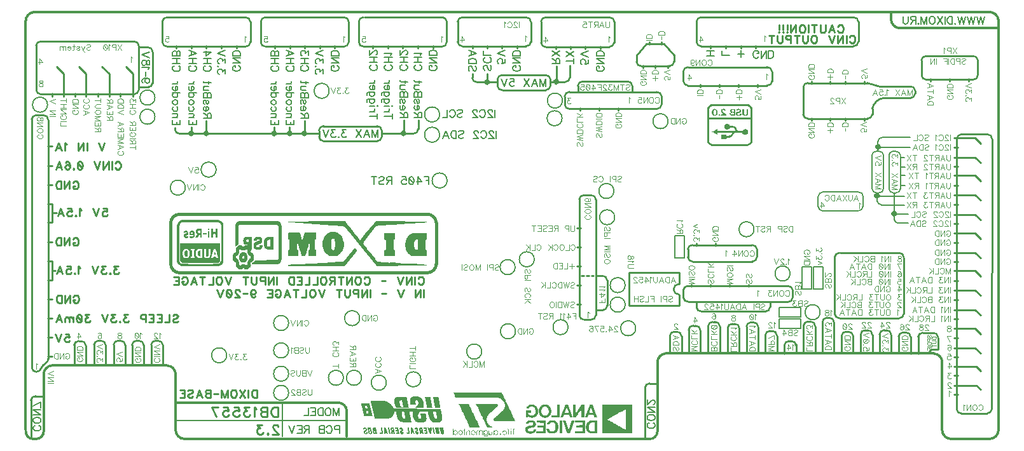
<source format=gbr>
G04 DipTrace 4.1.2.0*
G04 4_Layer_Bottom_Silk.gbr*
%MOIN*%
G04 #@! TF.FileFunction,Legend,Bot*
G04 #@! TF.Part,Single*
%ADD10C,0.009843*%
%ADD18C,0.007874*%
%ADD22C,0.011811*%
%ADD24C,0.015748*%
%ADD25C,0.019685*%
%ADD31C,0.01378*%
%ADD39C,0.005906*%
%ADD160C,0.004632*%
%ADD161C,0.008749*%
%ADD162C,0.003088*%
%ADD163C,0.006176*%
%ADD165C,0.010936*%
%FSLAX26Y26*%
G04*
G70*
G90*
G75*
G01*
G04 BotSilk*
%LPD*%
X4296656Y921575D2*
D39*
X4246651D1*
Y807402D1*
X4296656D1*
Y921575D1*
X4237601D2*
X4187596D1*
Y807402D1*
X4237601D1*
Y921575D1*
X3570278Y1084961D2*
X3520273D1*
Y970787D1*
X3570278D1*
Y1084961D1*
X4066614Y710042D2*
Y660037D1*
X4180787D1*
Y710042D1*
X4066614D1*
Y650987D2*
Y600982D1*
X4180787D1*
Y650987D1*
X4066614D1*
X3542126Y718520D2*
D10*
X3280315D1*
X3542126Y891717D2*
X3280315D1*
Y718520D2*
Y891717D1*
X3542126Y718520D2*
Y777547D1*
Y832689D2*
Y891717D1*
Y777547D2*
G02X3542126Y832689I-975J27571D01*
G01*
X257874Y1555118D2*
X234252D1*
X5216535Y66929D2*
D31*
Y2220472D1*
X5169291Y19685D2*
X4968504D1*
X4921260Y66929D2*
Y425197D1*
X4875984Y468504D2*
X3472441D1*
X3389764Y19685D2*
X952756D1*
X903543Y66929D2*
Y362205D1*
X173228Y19685D2*
X161417D1*
X118110Y68898D2*
Y2212598D1*
X163386Y2259843D2*
X5169291D1*
X212598Y61024D2*
G02X173228Y19685I-40354J-984D01*
G01*
X257874Y1454724D2*
D10*
X234252D1*
X372047Y511811D2*
G02X395669Y533465I23487J-1911D01*
G01*
X3342520Y1976378D2*
X3494094D1*
X5122047Y570866D2*
X5094488Y598425D1*
X4982283D1*
X5122047Y669291D2*
X5094488Y696850D1*
X4982283D1*
X5122047Y771654D2*
X5094488Y799213D1*
X4982283D1*
X5122047Y874016D2*
X5094488Y901575D1*
X4982283D1*
X5122047Y968504D2*
X5094488Y996063D1*
X4982283D1*
X5122047Y1070866D2*
X5094488Y1098425D1*
X4982283D1*
X5122047Y1169291D2*
X5094488Y1196850D1*
X4982283D1*
X4998031Y1596457D2*
Y177165D1*
X5122047Y1271654D2*
X5094488Y1299213D1*
X4982283D1*
X5122047Y1374016D2*
X5094488Y1401575D1*
X4982283D1*
X5122047Y1468504D2*
X5094488Y1496063D1*
X4982283D1*
X5122047Y1570866D2*
X5094488Y1598425D1*
X4982283D1*
X5216535Y2216535D2*
D31*
G03X5169291Y2259843I-46974J-3821D01*
G01*
X118110Y2212598D2*
G02X161417Y2259843I47093J303D01*
G01*
X950787Y19685D2*
G02X903543Y66929I-394J46850D01*
G01*
X161417Y19685D2*
G02X118110Y66929I-3199J40539D01*
G01*
X212598Y358268D2*
G02X255906Y405512I47093J303D01*
G01*
X4921260Y425197D2*
G03X4874016Y468504I-46974J-3821D01*
G01*
X903543Y362205D2*
G03X856299Y405512I-46974J-3821D01*
G01*
X3429134Y421260D2*
G02X3472441Y468504I47093J303D01*
G01*
X5216535Y66929D2*
G02X5169291Y19685I-46850J-394D01*
G01*
X3429134Y59055D2*
G02X3385827Y19685I-40501J1047D01*
G01*
X4968504D2*
G02X4921260Y66929I-394J46850D01*
G01*
X3515748Y2000000D2*
D10*
Y2031496D1*
X3318898Y1998031D2*
Y2029528D1*
Y2031496D2*
X3370079Y2094488D1*
X407480Y533465D2*
G02X433071Y509843I2026J-23477D01*
G01*
X255906Y405512D2*
D31*
X858268D1*
X212598Y61024D2*
Y362205D1*
X5122047Y468504D2*
D10*
X5094488Y496063D1*
X4982283D1*
X5003937Y450787D2*
X4982283D1*
X5122047Y377953D2*
X5100394Y399606D1*
X4982283D1*
X5003937Y352362D2*
X4982283D1*
X5122047Y279528D2*
X5100394Y301181D1*
X4982283D1*
X5003937Y251969D2*
X4982283D1*
X679134Y1816929D2*
Y1937008D1*
X641732Y1974409D1*
X614173Y1832677D2*
Y1816929D1*
X555118Y1814961D2*
Y1935039D1*
X517717Y1972441D1*
X496063Y1832677D2*
Y1814961D1*
X435039Y1816929D2*
Y1937008D1*
X397638Y1974409D1*
X377953Y1832677D2*
Y1816929D1*
X316929Y1814961D2*
Y1935039D1*
X279528Y1972441D1*
X257874Y1832677D2*
Y1814961D1*
X196850Y1828740D2*
X685039D1*
X3023622Y1755906D2*
Y1742126D1*
X173228Y1850394D2*
G03X196850Y1828740I23487J1911D01*
G01*
X1891732Y2232283D2*
X2305118D1*
X854331D2*
X1269685D1*
X2966535Y1840551D2*
X3425197D1*
X3043307Y645669D2*
X3080709D1*
X255906Y553150D2*
X232283D1*
X3588583Y1970472D2*
X4003937D1*
X4216535Y1887795D2*
X4529528D1*
X3588583Y1015748D2*
Y972441D1*
Y822835D2*
X4110236D1*
X875984Y1338583D2*
D18*
G02X875984Y1338583I39370J0D01*
G01*
X3370079Y2094488D2*
D10*
X3460630D1*
X3515748Y2031496D2*
X3462598Y2094488D1*
X2407480Y2232283D2*
X2742126D1*
X2844488D2*
X3179134D1*
X2818898Y2210630D2*
G02X2842520Y2232283I23487J-1911D01*
G01*
X3202756Y2100394D2*
Y2208661D1*
X3429134Y59055D2*
D31*
Y421260D1*
X1801181Y167323D2*
D22*
G03X1753937Y210630I-46974J-3821D01*
G01*
X3019685Y667323D2*
D10*
G03X3043307Y645669I23487J1911D01*
G01*
X4694882Y996063D2*
G02X4720472Y972441I2026J-23477D01*
G01*
X257874Y1354331D2*
X234252D1*
X257874Y1253937D2*
X234252D1*
X257874Y1155512D2*
X234252D1*
X257874Y1053150D2*
X234252D1*
X257874Y954724D2*
X234252D1*
X257874Y852362D2*
X234252D1*
X257874Y753937D2*
X234252D1*
X257874Y653543D2*
X234252D1*
X395669Y533465D2*
X407480D1*
X257874Y852362D2*
Y954724D1*
X273622Y903543D2*
X257874D1*
Y1155512D2*
Y1253937D1*
X281496Y1206693D2*
X257874D1*
X834646Y2210630D2*
G02X858268Y2232283I23487J-1911D01*
G01*
X1350394Y2210630D2*
G02X1374016Y2232283I23487J-1911D01*
G01*
X3177165Y2076772D2*
X2842520D1*
X1295276Y2102362D2*
Y2208661D1*
X1269685Y2078740D2*
X858268D1*
X834646Y2100394D2*
G03X858268Y2078740I23487J1911D01*
G01*
X1269685D2*
G03X1295276Y2102362I2026J23477D01*
G01*
X1269685Y2232283D2*
G02X1295276Y2208661I2026J-23477D01*
G01*
X834646Y2102362D2*
Y2210630D1*
X907480Y2082677D2*
Y2068898D1*
X1370079Y2232283D2*
X1783465D1*
X988189Y2082677D2*
Y2068898D1*
X1064961Y2082677D2*
Y2068898D1*
X1864173Y2210630D2*
G02X1887795Y2232283I23487J-1911D01*
G01*
X1811024Y2102362D2*
Y2208661D1*
X1143701Y2082677D2*
Y2068898D1*
X1785433Y2078740D2*
X1374016D1*
X1350394Y2100394D2*
G03X1374016Y2078740I23487J1911D01*
G01*
X1222441Y2082677D2*
Y2068898D1*
X1785433Y2078740D2*
G03X1811024Y2102362I2026J23477D01*
G01*
X1785433Y2232283D2*
G02X1811024Y2208661I2026J-23477D01*
G01*
X1350394Y2102362D2*
Y2210630D1*
X1423228Y2082677D2*
Y2068898D1*
X1503937Y2082677D2*
Y2068898D1*
X1580709Y2082677D2*
Y2068898D1*
X1659449Y2082677D2*
Y2068898D1*
X1738189Y2082677D2*
Y2068898D1*
X2324803Y2102362D2*
Y2206693D1*
X2299213Y2078740D2*
X1887795D1*
X1864173Y2100394D2*
G03X1887795Y2078740I23487J1911D01*
G01*
X2299213D2*
G03X2324803Y2102362I2026J23477D01*
G01*
X2299213Y2232283D2*
G02X2324803Y2208661I2026J-23477D01*
G01*
X1864173Y2102362D2*
Y2208661D1*
X1937008Y2082677D2*
Y2068898D1*
X2017717Y2082677D2*
Y2068898D1*
X2094488Y2082677D2*
Y2068898D1*
X2173228Y2082677D2*
Y2068898D1*
X2251969Y2082677D2*
Y2068898D1*
X2818898Y2098425D2*
G03X2842520Y2076772I23487J1911D01*
G01*
X2381890Y2210630D2*
G02X2405512Y2232283I23487J-1911D01*
G01*
X2765748Y2104331D2*
Y2206693D1*
X2740157Y2080709D2*
X2405512D1*
X2381890Y2102362D2*
G03X2405512Y2080709I23487J1911D01*
G01*
X2740157D2*
G03X2765748Y2104331I2026J23477D01*
G01*
X2740157Y2232283D2*
G02X2765748Y2208661I2026J-23477D01*
G01*
X2381890Y2104331D2*
Y2212598D1*
X3177165Y2076772D2*
G03X3202756Y2100394I-1547J27348D01*
G01*
X2458661Y2084646D2*
Y2070866D1*
X2535433Y2084646D2*
Y2070866D1*
X2614173Y2084646D2*
Y2070866D1*
X2692913Y2084646D2*
Y2070866D1*
X3177165Y2232283D2*
G02X3202756Y2208661I2026J-23477D01*
G01*
X2818898Y2100394D2*
Y2208661D1*
X2895669Y2080709D2*
Y2066929D1*
X2972441Y2080709D2*
Y2066929D1*
X3051181Y2080709D2*
Y2066929D1*
X3129921Y2080709D2*
Y2066929D1*
X3124016Y1755906D2*
Y1742126D1*
X3655512Y2232283D2*
X4454724D1*
X3633858Y2210630D2*
G02X3657480Y2232283I23487J-1911D01*
G01*
X4482283Y2106299D2*
Y2208661D1*
X4454724Y2080709D2*
X3657480D1*
X3633858Y2102362D2*
G03X3657480Y2080709I23487J1911D01*
G01*
X4456693D2*
G03X4482283Y2104331I2026J23477D01*
G01*
X4456693Y2232283D2*
G02X4482283Y2208661I2026J-23477D01*
G01*
X3633858Y2104331D2*
Y2210630D1*
X3706693Y2084646D2*
Y2070866D1*
X3787402Y2084646D2*
Y2070866D1*
X3866142Y2084646D2*
Y2070866D1*
X3944882Y2084646D2*
Y2070866D1*
X685039Y1828740D2*
G03X710630Y1852362I2026J23477D01*
G01*
X685039Y2106299D2*
G02X710630Y2082677I2026J-23477D01*
G01*
Y1852362D2*
Y2082677D1*
X196850Y2106299D2*
X685039D1*
X173228Y2084646D2*
G02X196850Y2106299I23487J-1911D01*
G01*
X173228Y1850394D2*
Y2084646D1*
X149606Y1696850D2*
G02X173228Y1718504I23487J-1911D01*
G01*
X210630D2*
G02X236220Y1694882I2026J-23477D01*
G01*
X149606Y393701D2*
G03X173228Y372047I23487J1911D01*
G01*
G03X198819Y389764I1140J25694D01*
G01*
X236220Y440945D2*
Y1692913D1*
X198819Y389764D2*
G02X222441Y417323I58317J-26083D01*
G01*
X149606Y395669D2*
Y1696850D1*
X173228Y1718504D2*
X210630D1*
X3425197Y1751969D2*
G03X3450787Y1775591I2026J23477D01*
G01*
X3425197Y1840551D2*
G02X3450787Y1816929I2026J-23477D01*
G01*
X2942913Y1773622D2*
G03X2966535Y1751969I23487J1911D01*
G01*
X2942913Y1818898D2*
G02X2966535Y1840551I23487J-1911D01*
G01*
X3450787Y1814961D2*
Y1775591D1*
X2966535Y1751969D2*
X3425197D1*
X2942913Y1814961D2*
Y1773622D1*
X3564961Y1948819D2*
G02X3588583Y1970472I23487J-1911D01*
G01*
X3564961Y1895669D2*
G03X3588583Y1874016I23487J1911D01*
G01*
X4003937D2*
G03X4029528Y1897638I2026J23477D01*
G01*
X4003937Y1970472D2*
G02X4029528Y1946850I2026J-23477D01*
G01*
Y1897638D1*
X3586614Y1874016D2*
X4001969D1*
X3564961Y1948819D2*
Y1899606D1*
X3318898Y1998031D2*
G03X3342520Y1976378I23487J1911D01*
G01*
X3490157D2*
G03X3515748Y2000000I2026J23477D01*
G01*
X4529528Y1700787D2*
G03X4555118Y1724409I2026J23477D01*
G01*
X4529528Y1887795D2*
G02X4555118Y1879921I-3311J-56281D01*
G01*
X4192913Y1722441D2*
G03X4216535Y1700787I23487J1911D01*
G01*
X4192913Y1866142D2*
G02X4216535Y1887795I23487J-1911D01*
G01*
X4192913Y1722441D2*
Y1866142D1*
X4216535Y1700787D2*
X4529528D1*
X4555118Y1724409D2*
Y1751969D1*
X3354331Y1980315D2*
Y1966535D1*
X3417323Y1980315D2*
Y1966535D1*
X3482283Y1980315D2*
Y1966535D1*
X3385827Y2104331D2*
Y2090551D1*
X3450787Y2104331D2*
Y2090551D1*
X3653543Y1879921D2*
Y1866142D1*
X3753937Y1879921D2*
Y1866142D1*
X3854331Y1879921D2*
Y1866142D1*
X3954724Y1879921D2*
Y1866142D1*
X4236220Y1704724D2*
Y1690945D1*
X4334646Y1704724D2*
Y1690945D1*
X4413386Y1704724D2*
Y1690945D1*
X4511811Y1704724D2*
Y1690945D1*
X4236220Y1897638D2*
Y1883858D1*
X4334646Y1897638D2*
Y1883858D1*
X4413386Y1897638D2*
Y1883858D1*
X4511811Y1897638D2*
Y1883858D1*
X3224409Y1755906D2*
Y1742126D1*
X3080709Y1299213D2*
G02X3106299Y1275591I2026J-23477D01*
G01*
X3019685Y1277559D2*
G02X3043307Y1299213I23487J-1911D01*
G01*
X3080709Y645669D2*
G03X3106299Y669291I2026J23477D01*
G01*
Y1275591D1*
X3080709Y1299213D2*
X3043307D1*
X3019685Y1275591D2*
Y667323D1*
X3025591Y726378D2*
X3005906D1*
X3025591Y826772D2*
X3005906D1*
X3025591Y927165D2*
X3005906D1*
X3025591Y1025591D2*
X3007874D1*
X3025591Y1125984D2*
X3007874D1*
X3925197Y1037402D2*
G02X3950787Y1013780I2026J-23477D01*
G01*
X3588583Y1015748D2*
G02X3612205Y1037402I23487J-1911D01*
G01*
X3925197Y950787D2*
G03X3950787Y974409I2026J23477D01*
G01*
X3588583Y972441D2*
G03X3612205Y950787I23487J1911D01*
G01*
X3925197D1*
X3950787Y1017717D2*
Y978346D1*
X3923228Y1037402D2*
X3612205D1*
X4112205Y738189D2*
G03X4137795Y761811I2026J23477D01*
G01*
X4112205Y822835D2*
G02X4137795Y799213I2026J-23477D01*
G01*
X3564961Y761811D2*
G03X3588583Y740157I23487J1911D01*
G01*
X3564961Y801181D2*
G02X3588583Y822835I23487J-1911D01*
G01*
X4137795Y799213D2*
Y763780D1*
X4112205Y740157D2*
X3588583D1*
X3564961Y801181D2*
Y761811D1*
X3633858Y1047244D2*
Y1033465D1*
X3734252Y1047244D2*
Y1033465D1*
X3706693Y828740D2*
Y818898D1*
X3606299Y828740D2*
Y818898D1*
X3807087Y828740D2*
Y818898D1*
X3907480Y828740D2*
Y818898D1*
X4694882Y653543D2*
G03X4720472Y677165I2026J23477D01*
G01*
X4358268Y675197D2*
G03X4381890Y653543I23487J1911D01*
G01*
X4358268Y974409D2*
G02X4381890Y996063I23487J-1911D01*
G01*
X4385827D2*
X4698819D1*
X4720472Y677165D2*
Y970472D1*
X4381890Y653543D2*
X4694882D1*
X4358268Y974409D2*
Y675197D1*
X905512Y116142D2*
D39*
X1803150D1*
X909449Y210630D2*
D22*
X1753937D1*
X1462598D2*
D39*
Y31496D1*
X1801181Y167323D2*
D22*
Y31496D1*
X4700787Y2175197D2*
G02X4653543Y2222441I-394J46850D01*
G01*
X5216535Y2175197D2*
X4698819D1*
X4653543Y2224409D2*
Y2259843D1*
X4998031Y1596457D2*
D10*
G02X5021654Y1618110I23487J-1911D01*
G01*
X5157480D2*
G02X5183071Y1594488I2026J-23477D01*
G01*
X5023622Y1618110D2*
X5157480D1*
X5183071Y1594488D2*
X5181102Y177165D1*
X5155512Y153543D2*
G03X5181102Y177165I2026J23477D01*
G01*
X4998031Y175197D2*
G03X5021654Y153543I23487J1911D01*
G01*
X5019685D2*
X5157480D1*
X3494094Y561024D2*
G02X3517717Y582677I23487J-1911D01*
G01*
X5003937Y549213D2*
X4982283D1*
X5003937Y649606D2*
X4982283D1*
X5003937Y750000D2*
X4982283D1*
X5003937Y850394D2*
X4982283D1*
X5003937Y950787D2*
X4982283D1*
X5003937Y1051181D2*
X4982283D1*
X5003937Y1149606D2*
X4982283D1*
X5003937Y1250000D2*
X4982283D1*
X5003937Y1350394D2*
X4982283D1*
X5003937Y1448819D2*
X4982283D1*
X5003937Y1549213D2*
X4982283D1*
X3529528Y582677D2*
G02X3555118Y559055I2026J-23477D01*
G01*
X3517717Y582677D2*
X3529528D1*
X3494094Y561024D2*
Y468504D1*
X3555118Y559055D2*
Y470472D1*
X3592520Y592520D2*
G02X3616142Y614173I23487J-1911D01*
G01*
X3627953D2*
G02X3653543Y590551I2026J-23477D01*
G01*
X3616142Y614173D2*
X3627953D1*
X3592520Y592520D2*
Y468504D1*
X3653543Y588583D2*
Y468504D1*
X3694882Y612205D2*
G02X3718504Y633858I23487J-1911D01*
G01*
X3694882Y612205D2*
Y468504D1*
X3755906Y608268D2*
Y468504D1*
X3730315Y633858D2*
G02X3755906Y610236I2026J-23477D01*
G01*
X3718504Y633858D2*
X3730315D1*
X3797244Y602362D2*
G02X3820866Y624016I23487J-1911D01*
G01*
X3797244Y602362D2*
Y468504D1*
X3858268Y598425D2*
Y468504D1*
X3832677Y624016D2*
G02X3858268Y600394I2026J-23477D01*
G01*
X3820866Y624016D2*
X3832677D1*
X3895669Y610236D2*
G02X3919291Y631890I23487J-1911D01*
G01*
X3895669Y610236D2*
Y468504D1*
X3956693Y606299D2*
Y470472D1*
X3931102Y631890D2*
G02X3956693Y608268I2026J-23477D01*
G01*
X3919291Y631890D2*
X3931102D1*
X3994094Y564961D2*
G02X4017717Y586614I23487J-1911D01*
G01*
X3994094Y564961D2*
Y468504D1*
X4055118Y561024D2*
Y468504D1*
X4029528Y586614D2*
G02X4055118Y562992I2026J-23477D01*
G01*
X4017717Y586614D2*
X4029528D1*
X4094488Y511811D2*
G02X4118110Y533465I23487J-1911D01*
G01*
X4129921D2*
G02X4155512Y509843I2026J-23477D01*
G01*
X4116142Y533465D2*
X4127953D1*
X4194882Y614173D2*
G02X4218504Y635827I23487J-1911D01*
G01*
X4194882Y614173D2*
Y470472D1*
X4255906Y610236D2*
Y470472D1*
X4230315Y635827D2*
G02X4255906Y612205I2026J-23477D01*
G01*
X4218504Y635827D2*
X4230315D1*
X4293307Y633858D2*
G02X4316929Y655512I23487J-1911D01*
G01*
X4293307Y633858D2*
Y472441D1*
X4354331Y631890D2*
Y472441D1*
X4328740Y655512D2*
G02X4354331Y631890I2026J-23477D01*
G01*
X4316929Y655512D2*
X4328740D1*
X4393701Y561024D2*
G02X4417323Y582677I23487J-1911D01*
G01*
X4393701Y561024D2*
Y470472D1*
X4454724Y557087D2*
Y468504D1*
X4429134Y582677D2*
G02X4454724Y559055I2026J-23477D01*
G01*
X4417323Y582677D2*
X4429134D1*
X4494094Y568898D2*
G02X4517717Y590551I23487J-1911D01*
G01*
X4494094Y568898D2*
Y470472D1*
X4555118Y564961D2*
Y468504D1*
X4529528Y590551D2*
G02X4555118Y566929I2026J-23477D01*
G01*
X4517717Y590551D2*
X4529528D1*
X4592520Y568898D2*
G02X4616142Y590551I23487J-1911D01*
G01*
X4592520Y568898D2*
Y470472D1*
X4653543Y564961D2*
Y468504D1*
X4627953Y590551D2*
G02X4653543Y566929I2026J-23477D01*
G01*
X4616142Y590551D2*
X4627953D1*
X775591Y513780D2*
G02X799213Y535433I23487J-1911D01*
G01*
X811024D2*
G02X836614Y511811I2026J-23477D01*
G01*
X799213Y535433D2*
X811024D1*
X775591Y513780D2*
Y411417D1*
X836614Y511811D2*
Y413386D1*
X675197Y513780D2*
G02X698819Y535433I23487J-1911D01*
G01*
X710630D2*
G02X736220Y511811I2026J-23477D01*
G01*
X698819Y535433D2*
X710630D1*
X675197Y513780D2*
Y411417D1*
X736220Y511811D2*
Y409449D1*
X578740Y513780D2*
G02X602362Y535433I23487J-1911D01*
G01*
X614173D2*
G02X639764Y511811I2026J-23477D01*
G01*
X602362Y535433D2*
X614173D1*
X578740Y513780D2*
Y413386D1*
X639764Y511811D2*
Y413386D1*
X476378Y513780D2*
G02X500000Y535433I23487J-1911D01*
G01*
X511811D2*
G02X537402Y511811I2026J-23477D01*
G01*
X500000Y535433D2*
X511811D1*
X476378Y513780D2*
Y411417D1*
X537402Y511811D2*
Y411417D1*
X372047Y511811D2*
Y411417D1*
X433071Y509843D2*
Y411417D1*
X255906Y454724D2*
X232283D1*
X5082677Y2029528D2*
G02X5108268Y2005906I2026J-23477D01*
G01*
X5082677Y1905512D2*
G03X5108268Y1929134I2026J23477D01*
G01*
Y2005906D1*
X5082677Y1905512D2*
X4836614D1*
X5082677Y2029528D2*
X4836614D1*
X4812992Y1927165D2*
G03X4836614Y1905512I23487J1911D01*
G01*
X4812992Y2007874D2*
G02X4836614Y2029528I23487J-1911D01*
G01*
X4812992Y2007874D2*
Y1927165D1*
X4860236Y1911417D2*
Y1897638D1*
X4960630Y1911417D2*
Y1897638D1*
X5061024Y1911417D2*
Y1897638D1*
X2429134Y478346D2*
D18*
G02X2429134Y478346I39370J0D01*
G01*
X222441Y417323D2*
D10*
G03X236220Y440945I-14370J24213D01*
G01*
X4692913Y557087D2*
G02X4716535Y578740I23487J-1911D01*
G01*
X4755906Y555118D2*
Y466535D1*
X4730315Y578740D2*
G02X4755906Y555118I2026J-23477D01*
G01*
X4692913Y557087D2*
Y470472D1*
X4718504Y578740D2*
X4728346D1*
X4795276Y555118D2*
Y466535D1*
Y555118D2*
G02X4818898Y576772I23487J-1911D01*
G01*
X4899606Y549213D2*
Y490157D1*
X4874016Y576772D2*
G02X4899606Y553150I2026J-23477D01*
G01*
X4820866Y576772D2*
X4874016D1*
X4897638Y490157D2*
X4864173D1*
X4854331Y480315D1*
Y468504D2*
Y480315D1*
X3364173Y289370D2*
G02X3387795Y311024I23487J-1911D01*
G01*
X3364173Y291339D2*
Y21654D1*
X3385827Y311024D2*
X3427165D1*
X145669Y222441D2*
G02X169291Y244094I23487J-1911D01*
G01*
X167323D2*
X208661D1*
X145669Y222441D2*
Y23622D1*
X2269685Y1155512D2*
D24*
G03X2222441Y1198819I-46974J-3821D01*
G01*
X919291D1*
X2269685Y1153543D2*
Y940945D1*
Y938976D2*
G02X2222441Y891732I-46850J-394D01*
G01*
X923228D1*
X877953Y1151575D2*
G02X921260Y1198819I47093J303D01*
G01*
X925197Y891732D2*
G02X877953Y938976I-394J46850D01*
G01*
Y1153543D2*
Y937008D1*
X1653543Y1622047D2*
D10*
X923228D1*
X899606Y1643701D2*
Y1653543D1*
X986220Y1655512D2*
Y1622047D1*
X1062992Y1688976D2*
Y1624016D1*
X1421260Y1657480D2*
Y1624016D1*
X1500000Y1657480D2*
Y1624016D1*
X1578740Y1690945D2*
Y1624016D1*
X1984252Y1622047D2*
X2149606D1*
X2175197Y1692913D2*
Y1645669D1*
X2098425Y1692913D2*
Y1622047D1*
X1655512Y1639764D2*
G02X1679134Y1661417I23487J-1911D01*
G01*
X1655512Y1604331D2*
G03X1679134Y1582677I23487J1911D01*
G01*
X1655512Y1637795D2*
Y1606299D1*
X1958661Y1661417D2*
G02X1984252Y1637795I2026J-23477D01*
G01*
X1677165Y1661417D2*
X1958661D1*
X1681102Y1582677D2*
X1960630D1*
X1958661D2*
G03X1984252Y1606299I2026J23477D01*
G01*
Y1635827D2*
Y1608268D1*
X2590551Y1907480D2*
G02X2614173Y1929134I23487J-1911D01*
G01*
X2590551Y1872047D2*
G03X2614173Y1850394I23487J1911D01*
G01*
X2590551Y1905512D2*
Y1874016D1*
X2842520Y1929134D2*
G02X2868110Y1905512I2026J-23477D01*
G01*
X2612205Y1929134D2*
X2842520D1*
X2616142Y1850394D2*
X2842520D1*
G03X2868110Y1874016I2026J23477D01*
G01*
Y1903543D2*
Y1875984D1*
X2588583Y1891732D2*
X2482283D1*
X2458661Y1915354D2*
Y1935039D1*
X2537402Y1891732D2*
Y1935039D1*
X2870079Y1893701D2*
X2944882D1*
X2970472Y1917323D2*
Y1978346D1*
X2899606Y1895669D2*
Y1976378D1*
X4677165Y1529528D2*
D18*
G02X4702756Y1505906I2026J-23477D01*
G01*
X4641732Y1507874D2*
G02X4665354Y1529528I23487J-1911D01*
G01*
X4641732Y1332677D2*
G03X4665354Y1311024I23487J1911D01*
G01*
X4677165D2*
G03X4702756Y1334646I2026J23477D01*
G01*
X4641732Y1332677D2*
Y1505906D1*
X4702756Y1334646D2*
Y1503937D1*
X4724409Y1293307D2*
X4584646D1*
X4753937Y1551181D2*
X4584646D1*
X4687008Y1151575D2*
X4742126D1*
X4588583Y1529528D2*
G02X4614173Y1505906I2026J-23477D01*
G01*
X4553150Y1507874D2*
G02X4576772Y1529528I23487J-1911D01*
G01*
X4553150Y1332677D2*
G03X4576772Y1311024I23487J1911D01*
G01*
X4588583D2*
G03X4614173Y1334646I2026J23477D01*
G01*
X4553150Y1332677D2*
Y1507874D1*
X4614173Y1334646D2*
Y1503937D1*
X4576772Y1529528D2*
X4586614D1*
X4665354D2*
X4675197D1*
X4665354Y1311024D2*
X4677165D1*
X4576772D2*
X4586614D1*
X4726378Y1350394D2*
X4702756D1*
X4726378Y1401575D2*
X4704724D1*
X4726378Y1446850D2*
X4704724D1*
X4724409Y1496063D2*
X4702756D1*
X4753937Y1602362D2*
X4606299D1*
X4584646Y1529528D2*
Y1580709D1*
X4580709Y1309055D2*
Y1267717D1*
X4669291Y1173228D2*
G03X4692913Y1151575I23487J1911D01*
G01*
X4604331Y1248031D2*
X4722441D1*
X4669291Y1200787D2*
X4742126D1*
X4555118Y1879921D2*
D10*
G03X4588583Y1870079I40108J74557D01*
G01*
X4555118Y1753937D2*
G02X4616142Y1809055I69174J-15245D01*
G01*
X4588583Y1870079D2*
X4755906D1*
X4753937D2*
G02X4779528Y1846457I2026J-23477D01*
G01*
X4753937Y1809055D2*
G03X4779528Y1832677I2026J23477D01*
G01*
X4618110Y1809055D2*
X4755906D1*
X4779528Y1846457D2*
Y1834646D1*
X3011811Y1874016D2*
G02X3035433Y1895669I23487J-1911D01*
G01*
X3271654D2*
G02X3297244Y1872047I2026J-23477D01*
G01*
X3035433Y1895669D2*
X3269685D1*
X3297244Y1872047D2*
Y1842520D1*
X3011811Y1874016D2*
Y1842520D1*
X3139764Y875984D2*
G02X3165354Y852362I2026J-23477D01*
G01*
X3110236Y875984D2*
X3139764D1*
Y694882D2*
G03X3165354Y718504I2026J23477D01*
G01*
X3141732Y694882D2*
X3108268D1*
X3165354Y718504D2*
Y852362D1*
X3094488Y875984D2*
X3082677D1*
X3068898D2*
X3057087D1*
X3043307D2*
X3031496D1*
X3657480Y688976D2*
X3996063D1*
X3633858Y710630D2*
G03X3657480Y688976I23487J1911D01*
G01*
X3994094D2*
G03X4019685Y712598I2026J23477D01*
G01*
Y740157D1*
X3633858Y712598D2*
Y738189D1*
X757874Y2074803D2*
G02X783465Y2051181I2026J-23477D01*
G01*
X757874Y1866142D2*
G03X783465Y1889764I2026J23477D01*
G01*
X757874Y2074803D2*
X712598D1*
X783465Y2051181D2*
Y1887795D1*
X761811Y1866142D2*
X712598D1*
X899606Y1643701D2*
G03X923228Y1622047I23487J1911D01*
G01*
X2149606D2*
G03X2175197Y1645669I2026J23477D01*
G01*
X2944882Y1893701D2*
G03X2970472Y1917323I2026J23477D01*
G01*
X2458661Y1913386D2*
G03X2482283Y1891732I23487J1911D01*
G01*
X4580709Y1269685D2*
D18*
G03X4604331Y1248031I23487J1911D01*
G01*
X4584646Y1580709D2*
G02X4608268Y1602362I23487J-1911D01*
G01*
X4271654Y1293307D2*
G02X4295276Y1314961I23487J-1911D01*
G01*
X4482283D2*
G02X4507874Y1291339I2026J-23477D01*
G01*
X4271654Y1238189D2*
G03X4295276Y1216535I23487J1911D01*
G01*
X4480315D2*
G03X4505906Y1240157I2026J23477D01*
G01*
X4484252Y1314961D2*
X4295276D1*
X4271654Y1240157D2*
Y1293307D1*
X4480315Y1216535D2*
X4293307D1*
X4507874Y1240157D2*
Y1293307D1*
X1799213Y340551D2*
G02X1799213Y340551I39370J0D01*
G01*
X1929134Y314961D2*
G02X1929134Y314961I39370J0D01*
G01*
X2110236Y332677D2*
G02X2110236Y332677I39370J0D01*
G01*
X1704724Y340551D2*
G02X1704724Y340551I39370J0D01*
G01*
X2852362Y1795276D2*
G02X2852362Y1795276I39370J0D01*
G01*
X2850394Y1702756D2*
G02X2850394Y1702756I39370J0D01*
G01*
X3181102Y826772D2*
G02X3181102Y826772I39370J0D01*
G01*
Y724409D2*
G02X3181102Y724409I39370J0D01*
G01*
X1417323Y261811D2*
G02X1417323Y261811I39370J0D01*
G01*
Y362205D2*
G02X1417323Y362205I39370J0D01*
G01*
Y484252D2*
G02X1417323Y484252I39370J0D01*
G01*
Y627953D2*
G02X1417323Y627953I39370J0D01*
G01*
X1789370Y653543D2*
G02X1789370Y653543I39370J0D01*
G01*
X3405512Y1687008D2*
G02X3405512Y1687008I39370J0D01*
G01*
X3236220Y600394D2*
G02X3236220Y600394I39370J0D01*
G01*
X1092520Y458661D2*
G02X1092520Y458661I39370J0D01*
G01*
X1037402Y1433071D2*
G02X1037402Y1433071I39370J0D01*
G01*
X1629921Y1846457D2*
G02X1629921Y1846457I39370J0D01*
G01*
X2606299Y584646D2*
G02X2606299Y584646I39370J0D01*
G01*
X2208661Y1616142D2*
G02X2208661Y1616142I39370J0D01*
G01*
Y1722441D2*
G02X2208661Y1722441I39370J0D01*
G01*
X716535Y1811024D2*
G02X716535Y1811024I39370J0D01*
G01*
Y1710630D2*
G02X716535Y1710630I39370J0D01*
G01*
X153543Y1773622D2*
G02X153543Y1773622I39370J0D01*
G01*
X3125984Y1183071D2*
G02X3125984Y1183071I39370J0D01*
G01*
X3122047Y1320866D2*
G02X3122047Y1320866I39370J0D01*
G01*
X2704724Y962598D2*
G02X2704724Y962598I39370J0D01*
G01*
X2604331Y921260D2*
G02X2604331Y921260I39370J0D01*
G01*
X3856299Y1120079D2*
G02X3856299Y1120079I39370J0D01*
G01*
X4045276Y887795D2*
G02X4045276Y887795I39370J0D01*
G01*
X2248031Y1375984D2*
G02X2248031Y1375984I39370J0D01*
G01*
X2881890Y606299D2*
G02X2881890Y606299I39370J0D01*
G01*
X4094488Y466535D2*
D10*
Y513780D1*
X4155512Y468504D2*
Y515748D1*
X4202756Y685039D2*
D18*
G02X4202756Y685039I39370J0D01*
G01*
X4669291Y1309055D2*
Y1175197D1*
X4663386Y1201772D2*
D25*
G02X4663386Y1201772I6890J0D01*
G01*
X4572835Y1296260D2*
G02X4572835Y1296260I6890J0D01*
G01*
X4578740Y1552165D2*
G02X4578740Y1552165I6890J0D01*
G01*
X2529528Y1892717D2*
G02X2529528Y1892717I6890J0D01*
G01*
X2891732Y1894685D2*
G02X2891732Y1894685I6890J0D01*
G01*
X978346Y1623031D2*
G02X978346Y1623031I6890J0D01*
G01*
X1057087D2*
G02X1057087Y1623031I6890J0D01*
G01*
X1413386D2*
G02X1413386Y1623031I6890J0D01*
G01*
X1494094D2*
G02X1494094Y1623031I6890J0D01*
G01*
X1570866D2*
G02X1570866Y1623031I6890J0D01*
G01*
X2090551D2*
G02X2090551Y1623031I6890J0D01*
G01*
G36*
X1953454Y1163386D2*
X1944679Y1152040D1*
X1942171Y1150420D1*
X1898295Y1095313D1*
X1878237Y1071001D1*
X1873223Y1064518D1*
X1871894Y1062757D1*
X1871245Y1063021D1*
X1870716Y1064518D1*
X1868208Y1066139D1*
X1853165Y1085588D1*
Y1087209D1*
X1850658Y1090450D1*
X1849329Y1088690D1*
X1848680Y1088953D1*
X1848151Y1090450D1*
X1826839Y1119625D1*
X1824332Y1122866D1*
X1804274Y1147178D1*
X1791738Y1161765D1*
X1705239D1*
X1492126Y1160144D1*
Y1156903D1*
X1510930Y1155282D1*
X1680167Y1143936D1*
X1730312Y1140695D1*
X1754130Y1139074D1*
X1755384Y1137453D1*
X1771681D1*
X1773770Y1139074D1*
X1775859D1*
X1777949Y1137453D1*
X1779202Y1135832D1*
X1789231Y1134212D1*
X1801767Y1118004D1*
X1823079Y1092071D1*
X1890773Y1009411D1*
X1923367Y968891D1*
X1953454Y931613D1*
X1958468Y926751D1*
X2006105D1*
X2132720Y928371D1*
X2220472Y929992D1*
Y933234D1*
X2197907Y934855D1*
X2146510Y938096D1*
X2120184Y939717D1*
X2095112Y941338D1*
X2071293Y942959D1*
X2044967Y946200D1*
X2027417D1*
X2024910Y944579D1*
X2022402D1*
X2019895Y946200D1*
X1993569Y947821D1*
X1968497Y949442D1*
X1959722Y951063D1*
X1950947Y962408D1*
Y964029D1*
X1948439Y967270D1*
X1917099Y1006169D1*
X1914592Y1007790D1*
X1910831Y1012652D1*
Y1014273D1*
X1908324Y1017515D1*
X1905817Y1019136D1*
X1889520Y1040206D1*
Y1043447D1*
X1888033Y1045270D1*
X1888420Y1046352D1*
X1889520Y1048310D1*
Y1051551D1*
X1954707Y1135832D1*
X1957215Y1137453D1*
X1965990Y1139074D1*
X2044967Y1143936D1*
X2122691Y1148799D1*
X2146510Y1150420D1*
X2171582Y1152040D1*
X2197907Y1153661D1*
X2219219Y1155282D1*
Y1158523D1*
X2152778Y1160144D1*
X2149017D1*
X2147688Y1158384D1*
X2147038Y1158647D1*
X2146510Y1160144D1*
X2066279Y1161765D1*
X1974765Y1163386D1*
X1973512D1*
X1971983Y1161694D1*
X1970534Y1161904D1*
X1969751Y1163386D1*
X1953454D1*
G37*
G36*
X1678914Y1071001D2*
X1678502Y1069035D1*
X1677660Y1067759D1*
X1676406Y1064518D1*
X1673899Y1054793D1*
Y1028860D1*
X1675153Y1022377D1*
X1680167Y1009411D1*
X1682674Y1004549D1*
X1692703Y991582D1*
X1696464Y988341D1*
X1706493Y981858D1*
X1710254Y980237D1*
X1715268Y978616D1*
X1742848D1*
X1749116Y980237D1*
X1752877Y981858D1*
X1762905Y988341D1*
X1766666Y991582D1*
X1777949Y1006169D1*
X1780456Y1011032D1*
X1781710Y1014273D1*
X1782963Y1019136D1*
X1784217Y1022377D1*
X1785470Y1030481D1*
Y1051551D1*
X1784217Y1058035D1*
X1781710Y1067759D1*
X1780456Y1071001D1*
X1775441Y1080726D1*
X1769173Y1088830D1*
X1764159Y1093692D1*
X1760398Y1096933D1*
X1757891Y1098554D1*
X1751623Y1101796D1*
X1747862Y1103417D1*
X1741594Y1105037D1*
X1717775D1*
X1711507Y1103417D1*
X1703986Y1100175D1*
X1696464Y1095313D1*
X1691450Y1090450D1*
X1683928Y1080726D1*
X1678914Y1071001D1*
X1727804D1*
X1729146Y1071969D1*
X1730235Y1071865D1*
X1731565Y1071001D1*
X1735326Y1069380D1*
X1737833Y1066139D1*
Y1062897D1*
X1739087Y1051551D1*
X1740340Y1049931D1*
Y1033723D1*
X1739087Y1032102D1*
X1737833Y1020756D1*
Y1017515D1*
X1735326Y1014273D1*
X1730312Y1011032D1*
X1727804D1*
X1725297Y1012652D1*
X1720283Y1019136D1*
Y1025619D1*
X1719029Y1027240D1*
Y1056414D1*
X1720283Y1058035D1*
X1721536Y1064518D1*
Y1066139D1*
X1724044Y1069380D1*
X1727804Y1071001D1*
X1678914D1*
G37*
G36*
X1495887Y1101796D2*
X1494633Y1100175D1*
X1493380Y1096933D1*
Y1072622D1*
X1494633Y1069380D1*
X1495887Y1067759D1*
X1500901Y1066139D1*
Y1014273D1*
X1495887Y1012652D1*
X1494633Y1011032D1*
X1493380Y1007790D1*
Y983478D1*
X1495887Y980237D1*
X1499648Y978616D1*
X1500989Y979584D1*
X1502078Y979480D1*
X1503408Y978616D1*
X1541017D1*
X1546031Y980237D1*
X1547285Y983478D1*
Y1009411D1*
X1544778Y1012652D1*
X1541017Y1014273D1*
X1539763Y1015894D1*
Y1053172D1*
X1540699Y1054213D1*
X1541349Y1054118D1*
X1542211Y1053011D1*
X1542883Y1051520D1*
X1543524Y1049931D1*
X1546031Y1040206D1*
X1547285Y1036964D1*
X1548538Y1032102D1*
X1549792Y1028860D1*
X1551046Y1023998D1*
X1553553Y1017515D1*
X1554806Y1012652D1*
X1556060Y1009411D1*
X1558567Y999686D1*
X1561074Y993203D1*
X1562328Y988341D1*
X1564835Y981858D1*
X1566089Y980237D1*
X1571103Y978616D1*
X1572445Y979584D1*
X1573534Y979480D1*
X1574864Y978616D1*
X1578625D1*
X1582386Y980237D1*
X1587400Y993203D1*
X1588654Y998065D1*
X1589907Y1001307D1*
X1591161Y1006169D1*
X1592415Y1009411D1*
X1593668Y1014273D1*
X1594922Y1017515D1*
X1596175Y1022377D1*
X1598683Y1028860D1*
X1599936Y1033723D1*
X1601190Y1036964D1*
X1603697Y1046689D1*
X1604951Y1049931D1*
X1605155Y1051184D1*
X1605924Y1052513D1*
X1606542Y1052475D1*
X1607458Y1051551D1*
Y1014273D1*
X1602444Y1012652D1*
X1601190Y1011032D1*
X1599936Y1006169D1*
Y985099D1*
X1601190Y981858D1*
X1602444Y980237D1*
X1607458Y978616D1*
X1633784D1*
X1640052Y980237D1*
X1641305Y981858D1*
Y1009411D1*
X1638798Y1012652D1*
X1635037Y1014273D1*
Y1066139D1*
X1638798Y1067759D1*
X1641305Y1071001D1*
Y1098554D1*
X1640052Y1101796D1*
X1581132D1*
X1579879Y1100175D1*
X1577371Y1093692D1*
X1576118Y1088830D1*
X1573611Y1082346D1*
X1572357Y1077484D1*
X1571103Y1074242D1*
X1569850Y1069380D1*
X1569218Y1067755D1*
X1568490Y1066062D1*
X1567265Y1064374D1*
X1566623Y1064638D1*
X1565815Y1066423D1*
X1566089Y1067759D1*
X1564835Y1071001D1*
X1563582Y1075863D1*
X1561074Y1082346D1*
X1559821Y1087209D1*
X1558567Y1090450D1*
X1557314Y1095313D1*
X1556060Y1098554D1*
X1553553Y1101796D1*
X1495887D1*
G37*
G36*
X1998584Y1100175D2*
X1997330Y1098554D1*
Y1069380D1*
X1998584Y1067759D1*
X2004852Y1064518D1*
X2006105Y1062897D1*
Y1015894D1*
X2004852Y1014273D1*
X1998584Y1011032D1*
X1997330Y1009411D1*
X1996077Y986720D1*
X1997330Y980237D1*
X1998584Y978616D1*
X2052489D1*
X2054996Y980237D1*
Y1009411D1*
X2053743Y1011032D1*
X2047474Y1012652D1*
X2046221Y1014273D1*
Y1064518D1*
X2047474Y1066139D1*
X2053743Y1067759D1*
X2054996Y1069380D1*
Y1098554D1*
X2053743Y1100175D1*
X1998584D1*
G37*
G36*
X2112662Y1066139D2*
X2112250Y1064172D1*
X2111409Y1062897D1*
X2108901Y1053172D1*
X2107648Y1043447D1*
Y1033723D1*
X2108901Y1023998D1*
X2111409Y1014273D1*
X2113916Y1007790D1*
X2118930Y998065D1*
X2121437Y994824D1*
X2127705Y988341D1*
X2137734Y981858D1*
X2141495Y980237D1*
X2147763Y978616D1*
X2217965D1*
X2219219Y980237D1*
Y1009411D1*
X2217965Y1011032D1*
X2215458Y1012652D1*
X2214204Y1014273D1*
Y1064518D1*
X2215458Y1066139D1*
X2217965Y1067759D1*
X2219219Y1069380D1*
Y1098554D1*
X2217965Y1100175D1*
X2151524D1*
X2145256Y1098554D1*
X2140242Y1096933D1*
X2127705Y1088830D1*
X2120184Y1080726D1*
X2118930Y1079105D1*
X2113916Y1069380D1*
X2112662Y1066139D1*
X2165314D1*
X2167821Y1067759D1*
X2170328D1*
X2172835Y1066139D1*
Y1014273D1*
X2169910Y1012652D1*
X2166985D1*
X2164060Y1014273D1*
X2160299Y1015894D1*
X2157792Y1017515D1*
X2155285Y1020756D1*
Y1023998D1*
X2154031Y1028860D1*
X2152778Y1030481D1*
Y1049931D1*
X2154031Y1051551D1*
X2155285Y1056414D1*
Y1058035D1*
X2160299Y1064518D1*
X2165314Y1066139D1*
X2112662D1*
G37*
G36*
X1843136Y1023998D2*
X1787978Y952683D1*
X1779202Y951063D1*
X1754130Y949442D1*
X1726551Y947821D1*
X1621248Y941338D1*
X1543524Y936475D1*
X1517198Y934855D1*
X1494633Y933234D1*
X1493380Y931613D1*
Y928371D1*
X1494633Y926751D1*
X1686435Y925130D1*
X1790485D1*
X1845644Y996445D1*
X1853165Y1007790D1*
Y1012652D1*
X1848151Y1019136D1*
X1845644Y1020756D1*
X1843136Y1023998D1*
G37*
G36*
X917211Y1154933D2*
X915616Y1153337D1*
X912425Y1146956D1*
X910829Y1140574D1*
Y952318D1*
X914020Y942746D1*
X917211Y937960D1*
X923593Y931578D1*
X933165Y926792D1*
X939546Y925197D1*
X1127802D1*
X1137375Y928388D1*
X1142161Y931578D1*
X1148542Y937960D1*
X1153328Y947532D1*
X1154924Y953914D1*
Y1142170D1*
X1151733Y1151742D1*
X1148542Y1156528D1*
X1142161Y1162910D1*
X1132588Y1167696D1*
X1126207Y1169291D1*
X937951D1*
X928379Y1166101D1*
X923593Y1162910D1*
X917211Y1156528D1*
Y1154933D1*
X936356D1*
X1000171Y1156528D1*
X1063987D1*
X1127802Y1154933D1*
X1132588Y1153337D1*
X1135779Y1151742D1*
X1138970Y1148551D1*
Y1146956D1*
X1140565Y1143765D1*
X1142161Y1142170D1*
Y953914D1*
X1140565Y952318D1*
X1137375Y945937D1*
X1136850Y944001D1*
X1135779Y942746D1*
X1129398Y939555D1*
X1065582Y937960D1*
X1001767D1*
X937951Y939555D1*
X933165Y941151D1*
X929974Y942746D1*
X926783Y945937D1*
Y947532D1*
X925188Y950723D1*
X923593Y952318D1*
Y1140574D1*
X925188Y1142170D1*
X928379Y1148551D1*
X928689Y1149682D1*
X929974Y1151742D1*
X936356Y1154933D1*
X917211D1*
G37*
G36*
X1073559Y1124620D2*
Y1116644D1*
X1081536D1*
Y1124620D1*
X1073559D1*
G37*
G36*
X1011339Y1113453D2*
Y1103880D1*
X1012934Y1100690D1*
X1017720Y1095903D1*
X1017196Y1093968D1*
X1016125Y1092713D1*
X1014530Y1089522D1*
X1011339Y1084736D1*
X1006553Y1075163D1*
X1016125D1*
X1019316Y1078354D1*
X1022507Y1084736D1*
X1025697Y1089522D1*
Y1091117D1*
X1027825Y1092713D1*
X1029952D1*
X1032079Y1091117D1*
Y1075163D1*
X1040056D1*
Y1123025D1*
X1022507D1*
X1017720Y1121430D1*
X1014530Y1119834D1*
X1012934Y1118239D1*
X1011339Y1115048D1*
Y1113453D1*
X1022507D1*
X1025697Y1115048D1*
X1028888D1*
X1032079Y1113453D1*
Y1102285D1*
X1028888Y1100690D1*
X1025697D1*
X1022507Y1102285D1*
X1020615Y1104079D1*
X1020911Y1105476D1*
X1019019Y1107269D1*
X1019512Y1108335D1*
X1020911Y1110262D1*
X1022507Y1113453D1*
X1011339D1*
G37*
G36*
X1092704Y1123025D2*
X1091108Y1121430D1*
Y1075163D1*
X1099085D1*
Y1094308D1*
X1104403Y1095903D1*
X1109721D1*
X1115039Y1094308D1*
Y1075163D1*
X1123016D1*
Y1123025D1*
X1115039D1*
Y1107071D1*
X1109721Y1105476D1*
X1104403D1*
X1099085Y1107071D1*
Y1123025D1*
X1092704D1*
G37*
G36*
X952310Y1111857D2*
X949119Y1110262D1*
X947523Y1108667D1*
Y1100690D1*
X953905Y1103880D1*
X955613Y1104833D1*
X956998Y1104731D1*
X961882Y1102285D1*
X961357Y1100349D1*
X960286Y1099094D1*
X950714Y1095903D1*
X945928Y1091117D1*
Y1081545D1*
X952310Y1075163D1*
X957096Y1073568D1*
X961882D1*
X968263Y1075163D1*
X969859Y1076759D1*
Y1084736D1*
X968263D1*
X966668Y1083140D1*
X962414Y1081545D1*
X958159D1*
X953905Y1083140D1*
X954215Y1084271D1*
X955500Y1086331D1*
X965073Y1089522D1*
X969859Y1094308D1*
Y1103880D1*
X968263Y1107071D1*
X965073Y1110262D1*
X960286Y1111857D1*
X952310D1*
G37*
G36*
X977836Y1103880D2*
X976240Y1102285D1*
Y1091117D1*
X995385Y1089522D1*
Y1086331D1*
X992194Y1083140D1*
X988472Y1081545D1*
X984749D1*
X981027Y1083140D1*
X977836Y1084736D1*
X976240D1*
Y1076759D1*
X979431Y1075163D1*
X984217Y1073568D1*
X989003D1*
X995385Y1075163D1*
X1001767Y1081545D1*
X1003362Y1086331D1*
Y1100690D1*
X1001767Y1103880D1*
X998576Y1108667D1*
X992194Y1111857D1*
X984217D1*
X981027Y1110262D1*
X979431Y1108667D1*
X977836Y1105476D1*
Y1103880D1*
X985813D1*
X987940Y1105476D1*
X990067D1*
X992194Y1103880D1*
X995385Y1100690D1*
Y1099094D1*
X991662Y1097499D1*
X987940D1*
X984217Y1099094D1*
Y1102285D1*
X985813Y1103880D1*
X977836D1*
G37*
G36*
X1073559Y1110262D2*
Y1075163D1*
X1081536D1*
Y1110262D1*
X1073559D1*
G37*
G36*
X1048033Y1100690D2*
Y1092713D1*
X1065582D1*
Y1100690D1*
X1048033D1*
G37*
G36*
X1004957Y1016134D2*
Y1009752D1*
X998576Y1008157D1*
Y977845D1*
X1004957Y976249D1*
Y969868D1*
X997512Y968272D1*
X990067D1*
X982622Y969868D1*
Y976249D1*
X989003Y977845D1*
Y1008157D1*
X982622Y1009752D1*
Y1016134D1*
X968263D1*
X974645Y1008157D1*
X976240Y1003371D1*
X977836Y1001776D1*
Y984226D1*
X976240Y982631D1*
X974645Y977845D1*
Y976249D1*
X969859Y971463D1*
X966668Y969868D1*
X961350Y968272D1*
X956032D1*
X950714Y969868D1*
X947523Y971463D1*
X944333Y974654D1*
Y976249D1*
X942737Y979440D1*
X941142Y985822D1*
X939546Y987417D1*
Y1000180D1*
X941142Y1001776D1*
X942737Y1006562D1*
X944333Y1009752D1*
Y1011348D1*
X947523Y1014539D1*
X950714Y1016134D1*
X955500Y1017729D1*
X928379D1*
Y955509D1*
X929974Y952318D1*
X937951Y944342D1*
X941142Y942746D1*
X1124611D1*
X1127802Y944342D1*
X1135779Y952318D1*
X1137375Y955509D1*
Y969868D1*
X1127802D1*
X1124080Y968272D1*
X1120357D1*
X1116635Y969868D1*
Y974654D1*
X1115039Y977845D1*
X1102276D1*
X1100681Y973059D1*
Y969868D1*
X1096958Y968272D1*
X1093235D1*
X1089513Y969868D1*
X1078345D1*
X1072495Y968272D1*
X1066646D1*
X1060796Y969868D1*
X1057605Y971463D1*
X1054414Y974654D1*
Y977845D1*
X1052819Y979440D1*
Y1016134D1*
X1056010Y1017729D1*
X1059201D1*
X1062391Y1016134D1*
Y984226D1*
X1063987Y979440D1*
X1065582Y977845D1*
X1071964D1*
X1073559Y979440D1*
X1075154Y982631D1*
Y1016134D1*
X1078877Y1017729D1*
X1082600D1*
X1086322Y1016134D1*
Y984226D1*
X1084727Y982631D1*
X1083131Y976249D1*
X1078345Y969868D1*
X1089513D1*
X1091108Y973059D1*
X1092704Y979440D1*
X1094299Y984226D1*
X1097490Y996989D1*
X1099085Y1001776D1*
X1100681Y1008157D1*
X1102276Y1012943D1*
Y1016134D1*
X1106530Y1017729D1*
X1110785D1*
X1115039Y1016134D1*
Y1012943D1*
X1116635Y1008157D1*
X1119825Y995394D1*
X1121421Y990608D1*
X1123016Y984226D1*
X1124611Y979440D1*
X1126207Y973059D1*
X1127802Y969868D1*
X1137375D1*
Y1046446D1*
X928379D1*
Y1017729D1*
X955500D1*
X958159Y1019325D1*
X960818D1*
X963477Y1017729D1*
X968263Y1016134D1*
X982622D1*
X990067Y1017729D1*
X997512D1*
X1004957Y1016134D1*
X1022507D1*
X1029952Y1017729D1*
X1037397D1*
X1044842Y1016134D1*
Y969868D1*
X1037929Y968272D1*
X1031015D1*
X1024102Y969868D1*
X1019316Y971463D1*
X1012934Y977845D1*
Y979440D1*
X1011339Y984226D1*
X1009744Y985822D1*
Y1001776D1*
X1011339Y1003371D1*
X1014530Y1009752D1*
X1014840Y1010883D1*
X1016125Y1012943D1*
X1022507Y1016134D1*
X1004957D1*
G37*
G36*
X955500Y1008157D2*
X952310Y1004966D1*
X950714Y1000180D1*
Y985822D1*
X953905Y979440D1*
X955500Y977845D1*
X961882D1*
X965073Y981035D1*
X966668Y984226D1*
Y1001776D1*
X965073Y1004966D1*
X961882Y1008157D1*
X955500D1*
G37*
G36*
X1028888D2*
X1025697Y1006562D1*
X1020911Y1001776D1*
Y985822D1*
X1022507Y982631D1*
X1025697Y979440D1*
X1032079Y977845D1*
X1033674D1*
Y1008157D1*
X1028888D1*
G37*
G36*
X1108658Y1003371D2*
Y1000180D1*
X1107062Y998585D1*
X1105467Y992203D1*
Y987417D1*
X1111848D1*
Y993799D1*
X1110253Y998585D1*
X1108658Y1000180D1*
Y1003371D1*
G37*
G36*
X3688976Y1695980D2*
Y1581769D1*
X3691710Y1574239D1*
X3693077Y1571729D1*
X3698546Y1565453D1*
X3704014Y1561688D1*
X3712216Y1557923D1*
X3717684Y1556668D1*
X3899500D1*
X3907702Y1559178D1*
X3913170Y1561688D1*
X3922739Y1570474D1*
X3926840Y1578004D1*
X3928207Y1583024D1*
Y1751203D1*
X3926840Y1756223D1*
X3922739Y1763753D1*
X3913170Y1772539D1*
X3907702Y1775049D1*
X3903601Y1776304D1*
X3896766Y1777559D1*
X3720418D1*
X3713583Y1776304D1*
X3709482Y1775049D1*
X3704014Y1772539D1*
X3697179Y1766263D1*
X3716317D1*
X3777378Y1767519D1*
X3838439D1*
X3899500Y1766263D1*
X3904968Y1765008D1*
X3906335Y1763753D1*
X3909069Y1762498D1*
X3914537Y1757478D1*
Y1756223D1*
X3915904Y1753713D1*
X3917271Y1752458D1*
Y1706020D1*
X3844363Y1704765D1*
X3771454D1*
X3698546Y1706020D1*
Y1746182D1*
X3699913Y1747438D1*
X3701280Y1753713D1*
X3702647Y1756223D1*
Y1757478D1*
X3708115Y1762498D1*
X3716317Y1766263D1*
X3697179D1*
X3694445Y1763753D1*
X3691710Y1759988D1*
X3688976Y1752458D1*
Y1695980D1*
X3698546D1*
X3771454Y1697235D1*
X3844363D1*
X3917271Y1695980D1*
Y1581769D1*
X3915904Y1580514D1*
X3914537Y1578004D1*
Y1576749D1*
X3907702Y1570474D1*
X3904968Y1569219D1*
X3900867Y1567964D1*
X3839350Y1566708D1*
X3777834D1*
X3716317Y1567964D1*
X3712216Y1569219D1*
X3709482Y1570474D1*
X3702647Y1576749D1*
Y1578004D1*
X3701280Y1580514D1*
X3699913Y1586789D1*
X3698546Y1695980D1*
X3688976D1*
G37*
G36*
X3717684Y1746182D2*
X3717235Y1744660D1*
X3716317Y1743672D1*
X3714950Y1739907D1*
Y1729867D1*
X3716317Y1724846D1*
X3717684Y1722336D1*
X3723152Y1717316D1*
X3728620Y1716061D1*
X3729987D1*
X3735456Y1717316D1*
X3738190Y1718571D1*
X3740924Y1721081D1*
X3742291Y1723591D1*
X3743658Y1727357D1*
Y1739907D1*
X3742291Y1743672D1*
X3740924Y1746182D1*
X3736823Y1749948D1*
X3734089Y1751203D1*
X3729987Y1752458D1*
X3728620D1*
X3723152Y1751203D1*
X3717684Y1746182D1*
X3727253D1*
X3729076Y1747438D1*
X3730899D1*
X3732721Y1746182D1*
X3735456Y1743672D1*
Y1741162D1*
X3736823Y1739907D1*
Y1728612D1*
X3735456Y1727357D1*
Y1724846D1*
X3732721Y1722336D1*
X3730443Y1721081D1*
X3728165D1*
X3725886Y1722336D1*
X3724265Y1723747D1*
X3724519Y1724846D1*
X3723152Y1729867D1*
X3721785Y1731122D1*
Y1737397D1*
X3723152Y1738652D1*
X3724519Y1743672D1*
X3727253Y1746182D1*
X3717684D1*
G37*
G36*
X3775100Y1752458D2*
X3768264Y1751203D1*
X3764163Y1748693D1*
X3762796Y1746182D1*
Y1738652D1*
X3764163Y1736142D1*
X3766897Y1732377D1*
X3768264Y1731122D1*
X3776467Y1724846D1*
X3762796Y1722336D1*
X3761429Y1721081D1*
Y1717316D1*
X3788770D1*
Y1723591D1*
X3781935Y1728612D1*
X3779201Y1729867D1*
X3772365Y1736142D1*
Y1737397D1*
X3769631Y1739907D1*
Y1744927D1*
X3772365Y1746182D1*
X3774188Y1747438D1*
X3776011D1*
X3777834Y1746182D1*
X3780568Y1743672D1*
Y1742417D1*
X3787403D1*
X3788770Y1743672D1*
X3787403Y1747438D1*
X3784669Y1749948D1*
X3781935Y1751203D1*
X3775100Y1752458D1*
G37*
G36*
X3853020D2*
X3847552Y1751203D1*
X3844818Y1749948D1*
X3842084Y1747438D1*
X3840717Y1743672D1*
Y1742417D1*
X3848919D1*
X3849185Y1743307D1*
X3850286Y1744927D1*
X3853020Y1746182D1*
X3854484Y1746932D1*
X3855671Y1746851D1*
X3859856Y1744927D1*
X3861223Y1743672D1*
Y1741162D1*
X3859856Y1739907D1*
X3857122Y1738652D1*
X3853020Y1737397D1*
X3847552Y1736142D1*
X3844818Y1734887D1*
X3840717Y1731122D1*
Y1723591D1*
X3842084Y1721081D1*
X3844818Y1718571D1*
X3847552Y1717316D1*
X3853020Y1716061D1*
X3857122D1*
X3862590Y1717316D1*
X3865324Y1718571D1*
X3868058Y1721081D1*
X3869425Y1723591D1*
Y1727357D1*
X3862590D1*
X3861906Y1726101D1*
X3861101Y1724789D1*
X3859846Y1723587D1*
X3858489Y1722336D1*
X3856210Y1721081D1*
X3853932D1*
X3851653Y1722336D1*
X3848919Y1723591D1*
X3847552Y1724846D1*
Y1727357D1*
X3848919Y1728612D1*
X3851653Y1729867D1*
X3857122Y1731122D1*
X3861223Y1732377D1*
X3863957Y1733632D1*
X3868058Y1737397D1*
Y1744927D1*
X3866691Y1747438D1*
X3863957Y1749948D1*
X3861223Y1751203D1*
X3855755Y1752458D1*
X3853020D1*
G37*
G36*
X3809275Y1731122D2*
X3807908Y1729867D1*
Y1722336D1*
X3812009Y1718571D1*
X3816111Y1717316D1*
X3835249D1*
Y1751203D1*
X3817478D1*
X3813376Y1749948D1*
X3809275Y1746182D1*
Y1744927D1*
X3818845D1*
X3822034Y1746182D1*
X3825224D1*
X3828414Y1744927D1*
Y1738652D1*
X3825224Y1737397D1*
X3822034D1*
X3818845Y1738652D1*
X3816111Y1741162D1*
Y1742417D1*
X3818845Y1744927D1*
X3809275D1*
Y1739907D1*
X3814744Y1734887D1*
X3812009Y1733632D1*
X3809275Y1731122D1*
X3817478D1*
X3821123Y1732377D1*
X3824768D1*
X3828414Y1731122D1*
Y1723591D1*
X3824768Y1722336D1*
X3821123D1*
X3817478Y1723591D1*
X3814744Y1726101D1*
Y1728612D1*
X3817478Y1731122D1*
X3809275D1*
G37*
G36*
X3874893Y1751203D2*
X3873526Y1749948D1*
Y1728612D1*
X3874893Y1723591D1*
X3876260Y1721081D1*
X3878994Y1718571D1*
X3881728Y1717316D1*
X3887196Y1716061D1*
X3891297D1*
X3896766Y1717316D1*
X3899500Y1718571D1*
X3902234Y1721081D1*
X3903601Y1723591D1*
X3904968Y1727357D1*
Y1751203D1*
X3898133D1*
X3896766Y1727357D1*
Y1724846D1*
X3895399Y1723591D1*
X3892664Y1722336D1*
X3890386Y1721081D1*
X3888108D1*
X3885829Y1722336D1*
X3883095Y1723591D1*
X3881728Y1724846D1*
Y1751203D1*
X3874893D1*
G37*
G36*
X3749126Y1723591D2*
Y1717316D1*
X3754594D1*
X3755961Y1718571D1*
Y1722336D1*
X3754594Y1723591D1*
X3749126D1*
G37*
G36*
X3791504Y1673389D2*
X3787403Y1672134D1*
X3783302Y1669624D1*
X3781935Y1668369D1*
X3779201Y1663348D1*
Y1654563D1*
X3781935Y1649543D1*
X3784669Y1647033D1*
X3787403Y1645777D1*
X3791504Y1644522D1*
X3796972D1*
X3801073Y1645777D1*
X3803807Y1647033D1*
X3806541Y1649543D1*
Y1650798D1*
X3809275Y1653308D1*
X3813376Y1654563D1*
X3817478D1*
X3821579Y1653308D1*
X3827047Y1652053D1*
X3832515Y1649543D1*
X3833616Y1647922D1*
X3833882Y1647033D1*
X3837983Y1639502D1*
X3839084Y1637882D1*
X3839350Y1636992D1*
X3807908Y1635737D1*
X3776467D1*
X3745025Y1636992D1*
Y1647033D1*
X3743658D1*
X3738190Y1644522D1*
X3719051Y1634482D1*
X3714950Y1631972D1*
Y1630717D1*
X3719051Y1628207D1*
X3728620Y1623186D1*
X3742291Y1615656D1*
X3745025D1*
Y1625696D1*
X3770543Y1626952D1*
X3796061D1*
X3821579Y1625696D1*
X3820212Y1624441D1*
X3818845Y1621931D1*
X3813376Y1615656D1*
X3809275Y1611891D1*
X3796972Y1608126D1*
X3792871D1*
X3788770Y1609381D1*
Y1615656D1*
X3762796D1*
Y1591810D1*
X3788770D1*
Y1598085D1*
X3795605Y1599340D1*
X3803807Y1600595D1*
X3812009Y1603105D1*
X3816111Y1605615D1*
X3824313Y1613146D1*
X3827047Y1618166D1*
X3829781Y1621931D1*
Y1623186D1*
X3832515Y1625696D1*
X3846641Y1626952D1*
X3860767D1*
X3874893Y1625696D1*
Y1624441D1*
X3877627Y1620676D1*
X3878994Y1619421D1*
X3884462Y1616911D1*
X3894031D1*
X3899500Y1619421D1*
X3902234Y1621931D1*
X3904968Y1626952D1*
Y1634482D1*
X3903601Y1638247D1*
X3898133Y1643267D1*
X3895399Y1644522D1*
X3889930Y1645777D1*
X3888563D1*
X3883095Y1644522D1*
X3878994Y1642012D1*
X3876260Y1639502D1*
X3875811Y1637979D1*
X3874893Y1636992D1*
X3866235Y1635737D1*
X3857577D1*
X3848919Y1636992D1*
Y1638247D1*
X3846185Y1643267D1*
X3844818Y1647033D1*
X3842084Y1652053D1*
X3835249Y1658328D1*
X3829781Y1660838D1*
X3825680Y1662093D1*
X3812009Y1663348D1*
X3809275Y1664603D1*
X3806541Y1667114D1*
Y1668369D1*
X3803807Y1670879D1*
X3801073Y1672134D1*
X3796972Y1673389D1*
X3791504D1*
G37*
G36*
X1238052Y1163378D2*
X1234051Y1162674D1*
X1230622Y1161265D1*
X1227192Y1159153D1*
X1225477Y1157744D1*
X1220905Y1152110D1*
X1219762Y1149998D1*
X1218047Y1145773D1*
X1217475Y1143660D1*
X1216618Y1140843D1*
Y1028168D1*
X1217189D1*
Y1028873D1*
X1218618Y1030985D1*
X1219762Y1031689D1*
X1222619Y1034506D1*
X1226049Y1037323D1*
X1232336Y1041548D1*
X1232908Y1042253D1*
X1233480Y1137322D1*
Y1138730D1*
X1235766Y1141547D1*
X1236909Y1142251D1*
X1303975Y1142956D1*
X1371041D1*
X1438107Y1142251D1*
X1440393Y1140843D1*
X1440854Y1139934D1*
X1440965Y1139435D1*
X1441536Y1138026D1*
X1442108Y1137322D1*
Y963380D1*
X1441536Y962676D1*
X1440965Y961268D1*
X1440777Y960413D1*
X1440393Y959859D1*
X1438107Y958451D1*
X1319217Y957747D1*
X1318646Y957042D1*
X1317502Y954226D1*
Y953521D1*
X1313501Y948592D1*
X1310072Y946479D1*
X1308357Y945775D1*
X1306071Y945071D1*
X1304928Y944367D1*
X1303213Y942254D1*
X1302641Y940845D1*
X1302070Y938733D1*
Y938029D1*
X1302641Y937324D1*
X1437535D1*
X1440965Y938029D1*
X1443251Y938733D1*
X1444966Y939437D1*
X1447252Y940845D1*
X1448967Y942254D1*
X1451253Y944367D1*
X1452968Y946479D1*
X1454683Y949296D1*
X1455826Y951409D1*
X1456969Y954226D1*
X1458112Y958451D1*
X1458684Y962676D1*
Y1138026D1*
X1458112Y1142251D1*
X1456969Y1146477D1*
X1455826Y1149294D1*
X1454683Y1151406D1*
X1452396Y1154927D1*
X1451825Y1155632D1*
X1448967Y1158448D1*
X1447252Y1159857D1*
X1446109Y1160561D1*
X1443251Y1161970D1*
X1440965Y1162674D1*
X1436392Y1163378D1*
X1238052D1*
G37*
G36*
X1330649Y1080985D2*
X1327219Y1080280D1*
X1324933Y1079576D1*
X1320360Y1076759D1*
X1316359Y1071830D1*
X1314645Y1067604D1*
X1314073Y1065492D1*
Y1061267D1*
X1323790Y1060562D1*
X1328934D1*
X1329506Y1061267D1*
X1330077Y1064083D1*
Y1064788D1*
X1331792Y1066900D1*
X1332935Y1067604D1*
X1336365Y1069013D1*
X1338079D1*
X1341509Y1067604D1*
X1342652Y1066196D1*
Y1065492D1*
X1343224Y1064788D1*
Y1062675D1*
X1341509Y1060562D1*
X1340366Y1059858D1*
X1338651Y1059154D1*
X1335793Y1058450D1*
X1328934Y1056337D1*
X1322075Y1053520D1*
X1319789Y1052112D1*
X1318074Y1050703D1*
X1314645Y1046478D1*
X1313501Y1044365D1*
X1312930Y1042957D1*
X1312358Y1040844D1*
X1311787Y1036619D1*
Y1034506D1*
X1312358Y1030281D1*
X1312930Y1028168D1*
X1314645Y1023943D1*
X1316359Y1021126D1*
X1317502Y1019718D1*
X1319789Y1017605D1*
X1324361Y1014788D1*
X1326648Y1014084D1*
X1329506Y1013380D1*
X1342652D1*
X1346082Y1014084D1*
X1349511Y1015492D1*
X1351798Y1016901D1*
X1353512Y1018309D1*
X1355799Y1021126D1*
X1358085Y1025351D1*
X1358657Y1026760D1*
X1359800Y1030985D1*
X1360371Y1035210D1*
X1359800Y1035915D1*
X1353512Y1036619D1*
X1344938Y1037323D1*
X1344367Y1036619D1*
X1343795Y1033098D1*
X1343224Y1031689D1*
Y1030985D1*
X1340366Y1027464D1*
X1338651Y1026760D1*
X1336365Y1026056D1*
X1334078D1*
X1331792Y1026760D1*
X1330077Y1027464D1*
X1328363Y1029577D1*
Y1030281D1*
X1327791Y1030985D1*
Y1034506D1*
X1328363Y1035210D1*
Y1035915D1*
X1329506Y1037323D1*
X1331792Y1038732D1*
X1335222Y1040140D1*
X1342081Y1042253D1*
X1347225Y1044365D1*
X1351798Y1047182D1*
X1356370Y1052816D1*
X1357513Y1055633D1*
X1358085Y1057745D1*
Y1065492D1*
X1356942Y1069717D1*
X1355799Y1071830D1*
X1351798Y1076759D1*
X1348368Y1078872D1*
X1346653Y1079576D1*
X1344367Y1080280D1*
X1340937Y1080985D1*
X1330649D1*
G37*
G36*
X1219190Y1015492D2*
Y1014084D1*
X1218618Y1013380D1*
Y1012676D1*
X1219190Y1008450D1*
X1219762Y1007746D1*
Y1002112D1*
X1216904Y998591D1*
X1214617Y997887D1*
X1212903Y997183D1*
X1210616Y995774D1*
X1208901Y994366D1*
X1207187Y992253D1*
X1206044Y990141D1*
X1204900Y987324D1*
X1204329Y984507D1*
X1203757Y979577D1*
Y966901D1*
X1204329Y961268D1*
X1204900Y959155D1*
X1206615Y954930D1*
X1209473Y951409D1*
X1211188Y950000D1*
X1212331Y949296D1*
X1214046Y948592D1*
X1216332Y947888D1*
X1217475Y947183D1*
X1219190Y945071D1*
Y944367D1*
X1219762Y943662D1*
Y938733D1*
X1219190Y938029D1*
X1218618Y933803D1*
Y933099D1*
X1219190Y928874D1*
X1220905Y924648D1*
X1222048Y922536D1*
X1223191Y921127D1*
X1226049Y918310D1*
X1229479Y915494D1*
X1232336Y913381D1*
X1235766Y911268D1*
X1238624Y909860D1*
X1240339Y909156D1*
X1242625Y908451D1*
X1245483D1*
X1247769Y909156D1*
X1249484Y909860D1*
X1250627Y910564D1*
X1252342Y911973D1*
X1255200Y915494D1*
X1256343Y916198D1*
X1257867Y916902D1*
X1259391D1*
X1260916Y916198D1*
X1262059Y915494D1*
X1264917Y911973D1*
X1266631Y910564D1*
X1267775Y909860D1*
X1269489Y909156D1*
X1271776Y908451D1*
X1274634D1*
X1276920Y909156D1*
X1278635Y909860D1*
X1281493Y911268D1*
X1284922Y913381D1*
X1287780Y915494D1*
X1291210Y918310D1*
X1293496Y920423D1*
X1295782Y923240D1*
X1296925Y925353D1*
X1297497Y926761D1*
X1298069Y928874D1*
X1298640Y932395D1*
Y934507D1*
X1298069Y938029D1*
X1297497Y938733D1*
Y943662D1*
X1298069Y944367D1*
Y945071D1*
X1299783Y947183D1*
X1300927Y947888D1*
X1303213Y948592D1*
X1304928Y949296D1*
X1306071Y950000D1*
X1307786Y951409D1*
X1310643Y954930D1*
X1311787Y957042D1*
X1312930Y961268D1*
X1313501Y966197D1*
Y980282D1*
X1312930Y985211D1*
X1312358Y987324D1*
X1311215Y990141D1*
X1310072Y992253D1*
X1308357Y994366D1*
X1306642Y995774D1*
X1304356Y997183D1*
X1302641Y997887D1*
X1299783Y999295D1*
X1298640Y1000000D1*
Y1000704D1*
X1297497Y1002112D1*
Y1007042D1*
X1298069Y1007746D1*
X1298640Y1011267D1*
Y1013380D1*
X1303213Y1014084D1*
Y1079576D1*
X1270633D1*
X1268346Y1078872D1*
X1265488Y1077463D1*
X1263774Y1076055D1*
X1260916Y1072534D1*
X1259201Y1068309D1*
X1258629Y1066196D1*
X1279778D1*
X1282255Y1066900D1*
X1284732D1*
X1287208Y1066196D1*
Y1052112D1*
X1285494Y1051407D1*
X1283779D1*
X1282064Y1052112D1*
X1278063Y1052816D1*
X1275777Y1054224D1*
X1275099Y1055016D1*
X1275205Y1055633D1*
X1274634Y1057041D1*
X1274062Y1057745D1*
Y1060562D1*
X1274634Y1061267D1*
Y1062675D1*
X1276348Y1064788D1*
X1277492Y1065492D1*
X1279778Y1066196D1*
X1258629D1*
X1258058Y1061267D1*
Y1058450D1*
X1258629Y1053520D1*
X1259201Y1051407D1*
X1260916Y1047182D1*
X1264917Y1042253D1*
X1268346Y1040140D1*
X1270061Y1039436D1*
X1272919Y1038732D1*
X1287208Y1038027D1*
Y1032394D1*
X1286512Y1031659D1*
X1285851Y1031750D1*
X1285494Y1032394D1*
X1279778Y1035915D1*
X1276348Y1037323D1*
X1270061D1*
X1268346Y1036619D1*
X1266060Y1035210D1*
X1263774Y1033098D1*
X1261487Y1030281D1*
X1259582Y1029577D1*
X1257677D1*
X1255771Y1030281D1*
X1252913Y1033802D1*
X1251199Y1035210D1*
X1248912Y1036619D1*
X1247198Y1037323D1*
X1240910D1*
X1237481Y1035915D1*
X1230622Y1031689D1*
X1225477Y1027464D1*
X1220905Y1021830D1*
X1219190Y1017605D1*
Y1015492D1*
X1241482D1*
X1242434Y1016197D1*
X1243387D1*
X1244340Y1015492D1*
X1245483Y1014084D1*
X1247198Y1012676D1*
X1250627Y1010563D1*
X1252342Y1009859D1*
X1254628Y1009154D1*
X1262630D1*
X1264917Y1009859D1*
X1266631Y1010563D1*
X1270061Y1012676D1*
X1271776Y1014084D1*
X1272919Y1015492D1*
X1273872Y1016197D1*
X1274824D1*
X1278635Y1013380D1*
X1280349Y1011971D1*
X1281493Y1011267D1*
Y1009154D1*
X1280921Y1008450D1*
Y1001408D1*
X1281493Y997887D1*
X1282636Y993662D1*
X1283779Y990845D1*
X1284922Y988732D1*
X1290066Y982394D1*
X1291781Y980986D1*
X1295211Y978873D1*
X1296925Y978169D1*
Y968310D1*
X1296354Y967606D1*
X1294639Y966901D1*
X1291210Y964789D1*
X1289495Y963380D1*
X1285494Y958451D1*
X1284351Y956338D1*
X1282064Y950704D1*
X1281493Y948592D1*
X1280921Y945071D1*
Y938029D1*
X1281493Y937324D1*
Y935212D1*
X1280349Y933803D1*
X1278063Y932395D1*
X1275205Y930282D1*
X1274508Y929547D1*
X1274062Y929578D1*
X1272347Y931691D1*
X1270633Y933099D1*
X1266060Y935916D1*
X1263774Y936620D1*
X1260916Y937324D1*
X1256343D1*
X1253485Y936620D1*
X1251199Y935916D1*
X1246626Y933099D1*
X1244340Y930986D1*
X1243162Y929517D1*
X1242866Y929632D1*
X1242625Y930282D1*
X1237481Y933803D1*
X1236338Y934507D1*
X1235766Y935212D1*
Y936620D1*
X1236338Y937324D1*
Y945775D1*
X1235766Y948592D1*
X1234623Y952817D1*
X1234051Y954226D1*
X1231765Y958451D1*
X1227764Y963380D1*
X1226049Y964789D1*
X1220333Y968310D1*
Y978169D1*
X1222048Y978873D1*
X1225477Y980986D1*
X1227192Y982394D1*
X1229479Y984507D1*
X1230622Y985915D1*
X1232336Y988732D1*
X1233480Y990845D1*
X1235194Y995070D1*
X1235766Y997183D1*
X1236338Y1000704D1*
Y1009154D1*
X1235766Y1009859D1*
Y1011267D1*
X1236909Y1011971D1*
X1238624Y1013380D1*
X1241482Y1015492D1*
X1219190D1*
G37*
G36*
X1368945Y1064788D2*
X1368757Y1063933D1*
X1368373Y1063379D1*
X1367802Y1061971D1*
X1367230Y1059858D1*
X1366659Y1056337D1*
X1366087Y1050703D1*
Y1042957D1*
X1366659Y1036619D1*
X1367230Y1033802D1*
X1367802Y1031689D1*
X1370088Y1026056D1*
X1371231Y1023943D1*
X1374661Y1019718D1*
X1376376Y1018309D1*
X1379805Y1016197D1*
X1384378Y1014788D1*
X1388379Y1014084D1*
X1415243D1*
Y1079576D1*
X1384378D1*
X1382091Y1078872D1*
X1378662Y1077463D1*
X1377519Y1076759D1*
X1375804Y1075351D1*
X1373518Y1073238D1*
X1372375Y1071830D1*
X1370660Y1069013D1*
X1369517Y1066900D1*
X1368945Y1065492D1*
Y1064788D1*
X1393523D1*
X1395238Y1065492D1*
X1396953D1*
X1398667Y1064788D1*
Y1029577D1*
X1395809Y1028873D1*
X1392952D1*
X1390094Y1029577D1*
X1387807Y1030281D1*
X1386664Y1030985D1*
X1384378Y1033802D1*
Y1034506D1*
X1383806Y1035915D1*
X1383235Y1039436D1*
X1382663Y1040140D1*
Y1053520D1*
X1383235Y1054224D1*
X1383806Y1057041D1*
X1384378Y1059154D1*
Y1059858D1*
X1386664Y1062675D1*
X1387807Y1063379D1*
X1389522Y1064083D1*
X1393523Y1064788D1*
X1368945D1*
G37*
G36*
X1236909Y979577D2*
Y976760D1*
X1236338Y976056D1*
Y970423D1*
X1236909Y966197D1*
X1237481Y964085D1*
X1239767Y958451D1*
X1240910Y956338D1*
X1245483Y950704D1*
X1248341Y948592D1*
X1249484Y947888D1*
X1252913Y946479D1*
X1255200Y945775D1*
X1262059D1*
X1264917Y946479D1*
X1266631Y947183D1*
X1272347Y950704D1*
X1276920Y956338D1*
X1279778Y963380D1*
X1280921Y969014D1*
Y976760D1*
X1280349Y980282D1*
X1279778Y982394D1*
X1277492Y988028D1*
X1276348Y990141D1*
X1272347Y995070D1*
X1270633Y996479D1*
X1267203Y998591D1*
X1263774Y1000000D1*
X1260344Y1000704D1*
X1256915D1*
X1253485Y1000000D1*
X1251199Y999295D1*
X1245483Y995774D1*
X1243768Y994366D1*
X1241482Y991549D1*
X1239195Y987324D1*
X1238624Y985915D1*
X1238052Y983803D1*
X1237481Y982394D1*
X1236909Y979577D1*
X1256343D1*
X1257867Y980282D1*
X1259391D1*
X1260916Y979577D1*
X1262059Y978873D1*
X1263774Y976760D1*
Y976056D1*
X1264345Y975352D1*
Y970423D1*
X1263774Y969718D1*
Y969014D1*
X1262630Y967606D1*
X1261487Y966901D1*
X1259582Y966197D1*
X1257677D1*
X1255771Y966901D1*
X1253485Y969718D1*
Y970423D1*
X1252913Y971127D1*
Y975352D1*
X1253485Y976056D1*
X1254057Y977465D1*
X1256343Y979577D1*
X1236909D1*
G37*
G36*
X2766689Y200787D2*
X2763919Y200342D1*
X2762073Y199896D1*
X2759303Y199005D1*
X2756995Y198113D1*
X2756071Y197668D1*
X2753763Y196331D1*
X2752378Y195439D1*
X2750532Y194102D1*
X2745915Y189646D1*
X2744992Y188309D1*
X2744530Y187417D1*
X2743607Y186080D1*
X2743145Y185189D1*
X2742684Y183852D1*
X2742222Y182960D1*
X2741760Y181623D1*
X2741299Y179395D1*
Y178949D1*
X2741760Y178504D1*
X2752840D1*
X2753763Y179395D1*
X2755610Y182069D1*
X2756995Y183852D1*
Y184297D1*
X2758380Y185634D1*
X2759303Y186080D1*
X2761149Y187417D1*
X2761611Y187863D1*
X2762534Y188309D1*
X2765304Y189200D1*
X2767613Y189646D1*
X2769305Y190091D1*
X2770998D1*
X2772691Y189646D1*
X2774999Y189200D1*
X2777769Y188309D1*
X2779615Y187417D1*
X2780077Y186972D1*
X2781000Y186526D1*
X2785155Y182515D1*
Y182069D1*
X2786078Y180732D1*
X2787925Y177167D1*
X2788387Y175830D1*
X2789310Y172264D1*
X2789772Y169590D1*
X2790233Y169145D1*
Y162459D1*
X2789772Y162014D1*
X2789310Y158894D1*
X2788848Y157111D1*
X2787925Y154437D1*
X2786540Y151763D1*
X2784693Y149089D1*
Y148644D1*
X2782385Y146415D1*
X2781462Y145970D1*
X2780077Y145078D1*
X2779615Y144632D1*
X2777769Y143741D1*
X2774999Y142850D1*
X2772691Y142404D1*
X2770844Y141958D1*
X2768997D1*
X2767151Y142404D1*
X2764843Y142850D1*
X2763458Y143295D1*
X2759764Y145078D1*
X2759303Y145524D1*
X2758380Y145970D1*
X2754225Y149981D1*
Y150426D1*
X2752840Y152209D1*
X2752378Y153100D1*
X2751455Y153992D1*
Y157557D1*
X2768074Y158003D1*
Y168253D1*
X2739914D1*
Y133936D1*
X2750070D1*
X2750532Y134382D1*
Y139730D1*
X2750876Y140016D1*
X2751116Y139990D1*
X2751455Y139730D1*
X2753763Y137502D1*
X2755610Y136165D1*
X2758380Y134382D1*
X2761149Y133045D1*
X2763919Y132154D1*
X2765766Y131708D1*
X2768997Y131262D1*
X2772691D1*
X2776384Y131708D1*
X2778692Y132154D1*
X2780539Y132599D1*
X2781924Y133045D1*
X2784232Y133936D1*
X2787002Y135273D1*
X2789772Y137056D1*
X2792080Y138839D1*
X2793926Y140621D1*
X2796235Y143295D1*
X2798081Y145970D1*
X2800389Y150426D1*
X2801774Y154437D1*
X2802236Y156220D1*
X2802698Y158448D1*
X2803159Y161122D1*
Y170036D1*
X2802698Y173156D1*
X2801774Y176721D1*
X2800389Y180732D1*
X2798081Y185189D1*
X2797158Y186526D1*
X2796696Y187417D1*
X2795311Y189200D1*
X2790233Y194102D1*
X2788387Y195439D1*
X2786078Y196776D1*
X2783309Y198113D1*
X2781000Y199005D1*
X2779615Y199450D1*
X2775922Y200342D1*
X2772229Y200787D1*
X2766689D1*
G37*
G36*
X2814701Y189200D2*
Y188754D1*
X2813316Y187417D1*
X2810084Y181178D1*
X2808699Y177167D1*
X2808237Y175384D1*
X2807776Y173156D1*
X2807314Y170036D1*
Y161568D1*
X2807776Y158448D1*
X2808237Y156220D1*
X2808699Y154883D1*
X2809161Y153100D1*
X2809622Y151763D1*
X2810084Y150872D1*
X2810546Y149535D1*
X2812392Y145970D1*
X2814239Y143295D1*
X2816085Y141067D1*
X2818855Y138393D1*
X2821164Y136610D1*
X2822549Y135719D1*
X2827165Y133491D1*
X2831320Y132154D1*
X2833628Y131708D1*
X2837783Y131262D1*
X2841938D1*
X2846093Y131708D1*
X2848401Y132154D1*
X2852556Y133491D1*
X2857172Y135719D1*
X2859942Y137502D1*
X2865020Y142404D1*
X2866405Y144187D1*
X2867328Y145524D1*
X2870098Y150872D1*
X2871483Y154883D1*
X2871945Y156666D1*
X2872406Y159340D1*
X2872868Y162905D1*
Y167808D1*
X2872406Y172264D1*
X2871945Y174493D1*
X2871483Y176275D1*
X2871022Y177612D1*
X2870560Y179395D1*
X2870098Y180286D1*
X2869637Y181623D1*
X2867328Y186080D1*
X2865482Y188754D1*
X2863635Y190983D1*
X2860865Y193657D1*
X2858557Y195439D1*
X2857172Y196331D1*
X2854864Y197668D1*
X2853941Y198113D1*
X2851632Y199005D1*
X2848862Y199896D1*
X2847016Y200342D1*
X2844708Y200787D1*
X2835013D1*
X2832243Y200342D1*
X2830397Y199896D1*
X2827627Y199005D1*
X2823933Y197222D1*
X2821164Y195439D1*
X2819317Y194102D1*
X2816085Y190983D1*
X2814701Y189200D1*
X2836860D1*
X2839014Y189646D1*
X2841168D1*
X2843323Y189200D1*
X2845169Y188754D1*
X2846554Y188309D1*
X2849324Y186972D1*
X2849786Y186526D1*
X2850709Y186080D1*
X2853479Y183406D1*
Y182960D1*
X2854864Y181178D1*
X2855326Y180286D1*
X2856249Y178949D1*
X2856710Y177612D1*
X2857172Y176721D1*
X2857634Y174938D1*
X2858095Y173601D1*
X2858557Y171373D1*
X2859019Y170927D1*
Y160677D1*
X2858557Y160231D1*
X2858095Y158003D1*
X2857634Y156666D1*
X2857172Y154883D1*
X2855326Y151318D1*
X2854402Y149981D1*
Y149535D1*
X2850247Y145524D1*
X2846554Y143741D1*
X2845169Y143295D1*
X2842399Y142850D1*
X2840861Y142404D1*
X2839322D1*
X2837783Y142850D1*
X2835013Y143295D1*
X2833628Y143741D1*
X2830858Y145078D1*
X2830397Y145524D1*
X2829473Y145970D1*
X2825318Y149981D1*
Y150426D1*
X2824395Y151763D1*
X2823472Y153546D1*
X2823010Y154883D1*
X2822549Y155774D1*
X2821625Y159340D1*
X2821164Y162014D1*
X2820702Y162459D1*
Y169590D1*
X2821164Y170036D1*
X2821625Y172710D1*
X2822087Y174938D1*
X2823010Y177612D1*
X2824395Y180286D1*
X2825318Y181623D1*
X2826703Y183406D1*
Y183852D1*
X2828088Y185189D1*
X2829012Y185634D1*
X2830858Y186972D1*
X2831320Y187417D1*
X2832243Y187863D1*
X2833628Y188309D1*
X2836860Y189200D1*
X2814701D1*
G37*
G36*
X2903337Y199896D2*
Y144187D1*
X2872406Y143741D1*
Y132599D1*
X2917186D1*
Y199896D1*
X2903337D1*
G37*
G36*
X2940730Y185189D2*
Y184297D1*
X2940269Y183852D1*
X2939807Y182515D1*
X2939345Y181623D1*
X2938422Y178949D1*
X2937960Y178058D1*
X2937037Y175384D1*
X2936575Y174493D1*
X2935652Y171819D1*
X2935191Y170927D1*
X2934267Y168253D1*
X2933806Y167362D1*
X2932882Y164688D1*
X2932421Y163796D1*
X2931959Y162459D1*
X2931497Y161568D1*
X2930574Y158894D1*
X2930112Y158003D1*
X2929189Y155329D1*
X2928727Y154437D1*
X2927804Y151763D1*
X2927343Y150872D1*
X2926419Y148198D1*
X2925958Y147307D1*
X2925034Y144632D1*
X2924573Y143741D1*
X2923649Y141067D1*
X2923188Y140176D1*
X2922264Y137502D1*
X2921803Y136610D1*
X2921341Y135273D1*
X2920879Y134382D1*
X2920418Y133045D1*
Y132599D1*
X2934729D1*
X2937037Y139284D1*
X2937499Y140176D1*
X2939807Y146861D1*
Y147307D1*
X2948424Y147752D1*
X2957042D1*
X2965659Y147307D1*
X2966121Y146861D1*
Y145970D1*
X2966583Y144632D1*
X2967044Y142850D1*
X2967968Y140176D1*
X2968429Y138393D1*
X2969352Y135719D1*
X2969814Y133936D1*
X2970276Y132599D1*
X2984125D1*
Y133491D1*
X2976277Y156220D1*
X2975816Y157111D1*
X2961043Y199896D1*
X2946732D1*
X2945808Y198113D1*
X2944885Y195439D1*
X2944423Y194548D1*
X2943500Y191874D1*
X2943039Y190983D1*
X2942577Y189646D1*
X2942115Y188754D1*
X2941192Y186080D1*
X2940730Y185189D1*
X2953195D1*
X2953540Y185475D1*
X2953779Y185449D1*
X2954118Y185189D1*
Y184297D1*
X2961966Y161568D1*
X2962428Y161122D1*
Y157111D1*
X2956426Y156666D1*
X2950425D1*
X2944423Y157111D1*
Y160677D1*
X2944885Y161122D1*
X2953195Y185189D1*
X2940730D1*
G37*
G36*
X2987818Y199896D2*
Y132599D1*
X3000744D1*
X3001668Y133491D1*
X3002129Y134382D1*
X3007669Y142404D1*
X3008131Y143295D1*
X3013671Y151318D1*
X3014132Y152209D1*
X3020595Y161568D1*
X3021057Y162459D1*
X3026597Y170482D1*
X3027058Y171373D1*
X3030752Y176721D1*
X3030827Y177066D1*
X3031110Y177431D1*
X3031338Y177421D1*
X3031675Y177167D1*
Y132599D1*
X3045524D1*
Y199896D1*
X3031213D1*
X3030752Y199450D1*
X3030290Y198559D1*
X3028443Y195885D1*
X3027982Y194994D1*
X3025212Y190983D1*
X3024750Y190091D1*
X3021980Y186080D1*
X3021519Y185189D1*
X3018749Y181178D1*
X3018287Y180286D1*
X3015517Y176275D1*
X3015056Y175384D1*
X3013209Y172710D1*
X3012747Y171819D1*
X3009977Y167808D1*
X3009516Y166916D1*
X3006746Y162905D1*
X3006284Y162014D1*
X3003514Y158003D1*
X3002820Y156665D1*
X3002552Y156199D1*
X3002101Y155735D1*
X3001863Y155808D1*
X3001668Y156220D1*
Y199896D1*
X2987818D1*
G37*
G36*
X3069068Y184743D2*
X3068607Y184297D1*
X3068145Y183406D1*
X3067222Y180732D1*
X3066760Y179841D1*
X3065837Y177167D1*
X3065375Y176275D1*
X3064452Y173601D1*
X3063990Y172710D1*
X3063067Y170036D1*
X3062605Y169145D1*
X3061682Y166471D1*
X3061220Y165579D1*
X3060759Y164242D1*
X3060297Y163351D1*
X3059374Y160677D1*
X3058912Y159785D1*
X3057989Y157111D1*
X3057527Y156220D1*
X3056604Y153546D1*
X3056142Y152655D1*
X3055219Y149981D1*
X3054757Y149089D1*
X3053834Y146415D1*
X3053372Y145524D1*
X3052449Y142850D1*
X3051987Y141958D1*
X3051526Y140621D1*
X3051064Y139730D1*
X3050141Y137056D1*
X3049679Y136165D1*
X3048756Y133491D1*
Y132599D1*
X3062605D1*
X3063529Y134382D1*
X3067683Y146415D1*
X3067773Y146731D1*
X3068145Y147307D1*
X3076762Y147752D1*
X3085380D1*
X3093997Y147307D1*
Y146861D1*
X3094459Y145078D1*
X3095382Y142404D1*
X3095844Y140621D1*
X3096767Y137947D1*
X3097229Y136165D1*
X3098152Y133491D1*
X3098614Y132599D1*
X3112463D1*
Y133045D1*
X3112002Y133936D1*
X3097229Y176721D1*
X3096767Y177612D1*
X3089381Y199005D1*
X3088919Y199896D1*
X3074608D1*
X3073685Y197222D1*
X3073223Y196331D1*
X3072300Y193657D1*
X3071838Y192765D1*
X3070915Y190091D1*
X3070453Y189200D1*
X3069992Y187863D1*
X3069530Y186972D1*
X3069068Y185634D1*
Y184743D1*
X3081071D1*
X3081565Y185009D1*
X3081966Y184981D1*
X3082456Y184743D1*
Y183406D1*
X3083841Y179395D1*
X3084303Y177612D1*
X3085688Y173601D1*
X3086149Y171819D1*
X3087534Y167808D1*
X3087996Y166025D1*
X3089381Y162014D1*
X3089842Y158448D1*
X3090304Y158003D1*
Y157111D1*
X3084457Y156666D1*
X3078609D1*
X3072761Y157111D1*
Y161122D1*
X3073223Y161568D1*
X3076916Y172264D1*
X3077378Y173156D1*
X3081071Y183852D1*
Y184743D1*
X3069068D1*
G37*
G36*
X3139239Y175384D2*
Y48367D1*
X3295276D1*
Y199005D1*
X3294814Y199450D1*
X3139239D1*
Y175384D1*
X3262037D1*
X3262382Y175670D1*
X3262621Y175644D1*
X3262960Y175384D1*
Y67977D1*
X3262397Y67511D1*
X3262037Y67531D1*
X3261114Y68422D1*
X3258805Y69759D1*
X3255574Y71542D1*
X3250957Y74216D1*
X3247726Y75999D1*
X3243109Y78673D1*
X3239878Y80455D1*
X3235261Y83129D1*
X3232030Y84912D1*
X3227413Y87586D1*
X3224182Y89369D1*
X3219565Y92043D1*
X3216334Y93826D1*
X3211717Y96500D1*
X3208486Y98282D1*
X3206178Y99619D1*
X3202946Y101402D1*
X3198330Y104076D1*
X3195098Y105859D1*
X3190482Y108533D1*
X3187250Y110316D1*
X3182634Y112990D1*
X3179402Y114772D1*
X3174786Y117446D1*
X3171554Y119229D1*
X3166938Y121903D1*
X3166014Y122349D1*
X3165389Y122952D1*
X3166014Y123240D1*
X3168784Y124577D1*
X3172016Y126360D1*
X3176171Y128588D1*
X3179402Y130371D1*
X3183557Y132599D1*
X3186788Y134382D1*
X3190943Y136610D1*
X3194175Y138393D1*
X3198330Y140621D1*
X3201561Y142404D1*
X3209871Y146861D1*
X3216334Y150426D1*
X3224644Y154883D1*
X3231107Y158448D1*
X3239416Y162905D1*
X3242648Y164688D1*
X3246803Y166916D1*
X3250034Y168699D1*
X3254189Y170927D1*
X3257420Y172710D1*
X3261575Y174938D1*
X3262037Y175384D1*
X3139239D1*
G37*
G36*
X2758841Y117892D2*
X2756071Y117446D1*
X2754225Y117001D1*
X2751455Y116109D1*
X2747762Y114327D1*
X2745915Y112990D1*
X2743145Y110316D1*
X2741760Y108533D1*
X2740375Y105859D1*
X2739452Y103185D1*
X2738990Y101402D1*
X2738529Y98282D1*
X2751455D1*
X2751916Y99174D1*
X2752378Y100956D1*
X2753301Y102739D1*
Y103185D1*
X2755610Y105413D1*
X2758380Y106750D1*
X2760226Y107196D1*
X2763304Y107642D1*
X2766381D1*
X2769459Y107196D1*
X2771306Y106750D1*
X2772691Y106305D1*
X2775461Y104968D1*
X2777769Y102739D1*
Y101848D1*
X2778230Y101402D1*
Y97391D1*
X2777769Y96945D1*
X2777307Y96054D1*
Y95608D1*
X2774999Y93380D1*
X2772229Y92043D1*
X2769459Y91152D1*
X2767613Y90706D1*
X2765304Y90260D1*
X2756995Y88923D1*
X2751455Y87586D1*
X2750070Y87141D1*
X2747762Y86249D1*
X2743145Y84021D1*
X2740837Y82238D1*
X2740375Y81792D1*
X2738990Y80010D1*
X2738067Y78673D1*
X2737144Y76890D1*
X2736220Y73325D1*
Y66640D1*
X2736682Y64411D1*
X2737144Y63074D1*
X2737605Y62183D1*
X2738067Y60846D1*
X2738990Y59509D1*
X2739452Y58617D1*
X2740375Y57280D1*
X2744068Y53715D1*
X2746838Y51932D1*
X2750532Y50150D1*
X2754686Y48813D1*
X2756995Y48367D1*
X2760226Y47921D1*
X2767613D1*
X2771306Y48367D1*
X2773614Y48813D1*
X2775461Y49258D1*
X2778230Y50150D1*
X2782847Y52378D1*
X2784693Y53715D1*
X2788387Y57280D1*
X2790233Y59954D1*
X2790695Y60846D1*
X2791157Y62183D1*
X2791618Y63074D1*
X2792080Y64411D1*
X2792541Y66194D1*
X2793003Y68422D1*
Y69759D1*
X2779615D1*
X2779154Y66640D1*
X2778692Y65303D1*
X2778230Y64411D1*
Y63966D1*
X2774999Y60846D1*
X2773152Y59954D1*
X2770382Y59063D1*
X2768536Y58617D1*
X2766074Y58172D1*
X2763612D1*
X2761149Y58617D1*
X2758841Y59063D1*
X2756071Y59954D1*
X2754225Y60846D1*
X2753763Y61291D1*
X2752840Y61737D1*
X2750993Y63520D1*
Y63966D1*
X2750532Y64857D1*
X2750070Y65303D1*
Y70205D1*
X2750532Y70651D1*
X2750993Y71542D1*
Y71988D1*
X2752840Y73770D1*
X2753763Y74216D1*
X2754225Y74662D1*
X2755148Y75107D1*
X2757918Y75999D1*
X2759764Y76444D1*
X2768997Y78227D1*
X2770844Y78673D1*
X2774076Y79564D1*
X2779615Y81347D1*
X2784232Y83575D1*
X2786078Y84912D1*
X2789310Y88032D1*
X2790233Y89369D1*
X2791157Y91152D1*
X2791618Y92489D1*
X2792080Y94717D1*
Y99174D1*
X2791618Y101402D1*
X2791157Y103185D1*
X2788848Y107642D1*
X2787002Y109870D1*
X2785155Y111653D1*
X2783309Y112990D1*
X2781924Y113881D1*
X2778230Y115664D1*
X2774076Y117001D1*
X2771767Y117446D1*
X2768997Y117892D1*
X2758841D1*
G37*
G36*
X2873330D2*
X2870560Y117446D1*
X2866867Y116555D1*
X2864558Y115664D1*
X2860865Y113881D1*
X2859480Y112990D1*
X2857172Y111207D1*
X2855326Y109424D1*
X2853479Y107196D1*
X2851632Y104522D1*
X2849324Y100065D1*
X2847939Y96054D1*
Y95163D1*
X2861789D1*
X2862250Y96054D1*
X2863174Y97391D1*
X2863635Y98282D1*
X2865020Y100065D1*
Y100511D1*
X2869637Y104968D1*
X2870560Y105413D1*
X2871022Y105859D1*
X2871945Y106305D1*
X2874715Y107196D1*
X2876715Y107642D1*
X2878716D1*
X2880716Y107196D1*
X2882563Y106750D1*
X2883948Y106305D1*
X2884871Y105859D1*
X2885333Y105413D1*
X2886256Y104968D1*
X2890411Y100956D1*
Y100511D1*
X2890872Y99619D1*
X2891796Y98282D1*
X2892257Y96945D1*
X2892719Y96054D1*
X2893642Y93380D1*
X2894104Y91152D1*
X2894566Y88478D1*
X2895027Y88032D1*
Y79564D1*
X2894566Y79118D1*
X2894104Y75999D1*
X2893642Y74216D1*
X2892257Y70205D1*
X2890872Y67531D1*
X2889949Y66194D1*
X2888564Y64411D1*
Y63966D1*
X2887179Y62628D1*
X2886256Y62183D1*
X2885333Y61291D1*
X2882563Y59954D1*
X2881178Y59509D1*
X2879331Y59063D1*
X2877331Y58617D1*
X2875330D1*
X2873330Y59063D1*
X2871483Y59509D1*
X2870098Y59954D1*
X2869175Y60400D1*
X2868713Y60846D1*
X2867790Y61291D1*
X2864097Y64857D1*
Y65303D1*
X2863174Y66640D1*
X2862250Y68422D1*
X2861789Y69759D1*
X2860865Y71542D1*
X2847939D1*
X2847478Y71096D1*
Y70651D1*
X2847939Y68422D1*
X2849324Y64411D1*
X2850709Y61737D1*
X2851632Y60400D1*
X2852094Y59509D1*
X2853479Y57726D1*
X2856710Y54606D1*
X2858557Y53269D1*
X2860865Y51932D1*
X2863635Y50595D1*
X2867790Y49258D1*
X2869637Y48813D1*
X2872406Y48367D1*
X2883486D1*
X2885794Y48813D1*
X2888564Y49704D1*
X2893181Y51932D1*
X2894566Y52824D1*
X2896874Y54606D1*
X2899644Y57280D1*
X2902414Y60846D1*
X2902875Y61737D1*
X2903799Y63074D1*
X2905645Y66640D1*
X2906107Y67977D1*
X2906568Y68868D1*
X2907953Y72879D1*
X2908415Y75107D1*
X2908877Y76890D1*
X2909338Y80010D1*
Y89815D1*
X2908877Y92934D1*
X2907953Y96500D1*
X2906568Y100511D1*
X2904260Y104968D1*
X2903337Y106305D1*
X2901952Y108087D1*
X2897797Y112098D1*
X2895951Y113435D1*
X2893642Y114772D1*
X2891796Y115664D1*
X2887641Y117001D1*
X2885794Y117446D1*
X2883024Y117892D1*
X2873330D1*
G37*
G36*
X2795311Y117001D2*
Y104968D1*
X2831782Y104522D1*
Y91152D1*
X2799466Y90706D1*
Y79118D1*
X2831320Y78673D1*
Y61291D1*
X2793926Y60846D1*
Y49704D1*
X2844708D1*
Y117001D1*
X2795311D1*
G37*
G36*
X2915340D2*
Y50150D1*
X2915801Y49704D1*
X2929651D1*
X2930112Y50150D1*
Y116555D1*
X2929651Y117001D1*
X2915340D1*
G37*
G36*
X2934729D2*
Y112544D1*
X2939345Y99174D1*
X2939807Y98282D1*
X2947193Y76890D1*
X2947655Y75999D1*
X2954580Y55943D1*
X2955041Y55052D1*
X2956426Y51041D1*
X2956888Y50150D1*
X2957350Y49704D1*
X2969814D1*
X2970276Y50150D1*
X2970737Y51041D1*
X2972584Y56389D1*
X2973046Y57280D1*
X2975816Y65303D1*
X2976277Y66194D1*
X2979047Y74216D1*
X2979509Y75107D1*
X2982279Y83129D1*
X2982740Y84021D1*
X2985972Y93380D1*
X2986433Y94271D1*
X2989203Y102293D1*
X2989665Y103185D1*
X2992435Y111207D1*
X2992896Y112098D1*
X2993358Y113435D1*
Y117001D1*
X2979509D1*
X2979047Y116555D1*
X2978124Y113881D1*
X2977662Y112098D1*
X2976277Y108087D1*
X2975816Y106305D1*
X2974431Y102293D1*
X2973969Y100511D1*
X2972584Y96500D1*
X2972122Y94717D1*
X2971199Y92043D1*
X2970737Y90260D1*
X2969352Y86249D1*
X2968891Y84467D1*
X2967506Y80455D1*
X2967044Y78673D1*
X2965659Y74662D1*
X2965198Y72879D1*
X2963813Y68868D1*
X2963323Y68384D1*
X2963084Y68456D1*
X2962889Y68868D1*
Y70205D1*
X2961966Y72879D1*
X2961504Y74662D1*
X2960120Y78673D1*
X2959658Y80455D1*
X2958735Y83129D1*
X2958273Y84912D1*
X2957350Y87586D1*
X2956888Y89369D1*
X2955965Y92043D1*
X2955503Y93826D1*
X2954580Y96500D1*
X2954118Y98282D1*
X2952733Y102293D1*
X2952272Y104076D1*
X2951348Y106750D1*
X2950887Y108533D1*
X2949963Y111207D1*
X2949502Y112990D1*
X2948117Y117001D1*
X2934729D1*
G37*
G36*
X2997975D2*
Y105859D1*
X3035368Y105413D1*
Y91597D1*
X3002129Y91152D1*
Y79564D1*
X3002591Y79118D1*
X3035368Y78673D1*
Y61291D1*
X2996590Y60846D1*
Y50150D1*
X2997051Y49704D1*
X3049217D1*
Y117001D1*
X2997975D1*
G37*
G36*
X3061682Y105413D2*
X3061220Y104968D1*
X3059374Y102293D1*
X3057527Y98728D1*
X3055681Y93380D1*
X3054757Y88923D1*
X3054296Y84467D1*
Y80901D1*
X3054757Y75553D1*
X3055219Y72879D1*
X3056142Y69314D1*
X3056604Y67977D1*
X3057065Y67085D1*
X3057527Y65748D1*
X3058450Y63966D1*
X3059374Y62628D1*
X3059835Y61737D1*
X3061220Y59954D1*
X3065837Y55498D1*
X3068607Y53715D1*
X3071377Y52378D1*
X3073685Y51487D1*
X3075070Y51041D1*
X3076916Y50595D1*
X3079225Y50150D1*
X3082918Y49704D1*
X3113386D1*
Y117001D1*
X3082456D1*
X3079686Y116555D1*
X3075993Y115664D1*
X3073685Y114772D1*
X3069992Y112990D1*
X3068607Y112098D1*
X3066760Y110761D1*
X3062605Y106750D1*
X3061682Y105413D1*
X3085688D1*
X3090150Y105859D1*
X3094613D1*
X3099075Y105413D1*
Y60400D1*
X3094151Y59954D1*
X3089227D1*
X3084303Y60400D1*
X3081533Y60846D1*
X3079686Y61291D1*
X3076916Y62628D1*
X3076455Y63074D1*
X3075531Y63520D1*
X3073223Y65748D1*
Y66194D1*
X3072300Y67531D1*
X3071377Y69314D1*
X3070453Y71988D1*
X3069992Y73770D1*
X3069530Y76444D1*
X3069068Y76890D1*
Y86695D1*
X3069530Y87141D1*
X3069992Y89815D1*
X3070453Y91597D1*
X3071377Y94271D1*
X3072761Y96945D1*
X3073685Y98282D1*
X3075070Y100065D1*
Y100511D1*
X3075993Y101402D1*
X3076916Y101848D1*
X3078763Y103185D1*
X3079225Y103630D1*
X3080148Y104076D1*
X3082918Y104968D1*
X3085688Y105413D1*
X3061682D1*
G37*
G36*
X2359084Y263780D2*
Y263500D1*
X2359628Y262380D1*
X2359901Y261541D1*
X2365071Y250906D1*
X2365344Y250066D1*
X2365888Y249227D1*
X2367249Y246428D1*
X2367521Y245589D1*
X2371603Y237193D1*
X2371875Y236913D1*
X2588505Y236633D1*
X2590954Y236353D1*
X2595036Y235514D1*
X2596125Y235234D1*
X2597486Y234954D1*
X2599935Y234114D1*
X2600479Y233834D1*
X2603201Y232715D1*
X2605650Y231596D1*
X2606466Y231316D1*
X2608099Y230476D1*
X2608371Y230196D1*
X2610277Y229077D1*
X2612726Y227398D1*
X2614359Y225998D1*
X2616536Y224039D1*
X2617080Y223759D1*
X2620346Y220401D1*
Y220121D1*
X2621435Y218722D1*
X2622523Y217043D1*
X2622795Y216483D1*
X2624428Y213964D1*
X2624700Y213405D1*
X2625245Y212565D1*
X2625789Y211446D1*
X2626061Y210606D1*
X2626333Y210046D1*
X2626605Y209207D1*
X2626878Y208647D1*
X2628238Y204449D1*
X2628510Y203330D1*
X2628783Y201930D1*
X2629055Y200251D1*
X2629327Y199971D1*
Y190456D1*
X2629055Y190176D1*
X2628783Y188497D1*
X2627966Y185139D1*
X2626605Y180941D1*
X2626333Y180381D1*
X2626061Y179541D1*
X2624972Y177303D1*
X2624428Y176463D1*
X2624156Y175903D1*
X2622523Y173384D1*
X2621707Y172265D1*
X2620346Y170586D1*
Y170306D1*
X2615447Y165269D1*
X2614903Y164989D1*
X2611637Y162190D1*
X2607827Y158832D1*
X2602929Y154634D1*
X2600751Y152675D1*
X2597486Y149876D1*
X2595581Y148197D1*
X2593948Y146798D1*
X2592043Y145119D1*
X2590410Y143719D1*
X2588505Y142040D1*
X2586872Y140641D1*
X2584967Y138962D1*
X2583334Y137562D1*
X2579524Y134204D1*
X2574625Y130006D1*
X2572176Y127487D1*
X2571632Y126648D1*
X2571087Y125528D1*
X2570543Y123849D1*
Y121330D1*
X2570815Y120211D1*
X2571087Y119371D1*
X2571632Y118532D1*
X2573809Y116293D1*
X2574625Y115733D1*
X2576802Y114614D1*
X2577891Y114334D1*
X2683484D1*
Y114614D1*
X2679674Y122450D1*
X2679402Y123289D1*
X2674503Y133364D1*
X2674231Y134204D1*
X2667155Y148757D1*
X2666883Y149596D1*
X2659263Y165269D1*
X2658991Y166108D1*
X2654364Y175623D1*
X2654092Y176463D1*
X2646744Y191575D1*
X2646472Y192415D1*
X2639396Y206968D1*
X2639124Y207807D1*
X2634226Y217882D1*
X2633953Y218722D1*
X2632593Y221521D1*
X2632048Y222360D1*
X2631776Y223200D1*
X2626605Y233834D1*
X2626333Y234674D1*
X2618985Y249786D1*
X2618713Y250626D1*
X2614087Y260141D1*
X2613814Y260981D1*
X2612726Y263220D1*
X2612182Y263780D1*
X2359084D1*
G37*
G36*
X2387660Y203609D2*
Y203330D1*
X2388204Y202210D1*
X2388476Y201371D1*
X2396096Y185698D1*
X2396368Y184859D1*
X2404261Y168627D1*
X2404533Y167787D1*
X2412425Y151555D1*
X2412697Y150716D1*
X2420317Y135044D1*
X2420590Y134204D1*
X2428482Y117972D1*
X2428754Y117132D1*
X2436646Y100901D1*
X2436918Y100061D1*
X2444539Y84389D1*
X2444811Y83549D1*
X2445899Y81310D1*
X2446444Y80751D1*
X2497880D1*
Y81310D1*
X2497607Y82150D1*
X2489987Y97822D1*
X2489715Y98662D1*
X2481823Y114894D1*
X2481551Y115733D1*
X2473931Y131405D1*
X2473658Y132245D1*
X2466038Y147917D1*
X2465766Y148757D1*
X2458146Y164429D1*
X2457874Y165269D1*
X2449982Y181500D1*
X2449709Y182340D1*
X2444539Y192975D1*
X2444266Y193814D1*
X2443722Y194934D1*
X2443178Y195773D1*
X2442089Y198012D1*
X2441817Y198852D1*
X2439640Y203330D1*
X2439368Y203609D1*
X2387660D1*
G37*
G36*
X2478285D2*
Y203330D1*
X2480734Y198292D1*
X2481006Y197453D1*
X2488626Y181780D1*
X2488899Y180941D1*
X2496791Y164709D1*
X2497063Y163869D1*
X2504683Y148197D1*
X2504955Y147357D1*
X2512575Y131685D1*
X2512848Y130846D1*
X2517746Y120771D1*
X2518018Y119931D1*
X2518835Y118252D1*
X2519379Y117412D1*
X2520196Y115733D1*
X2520468Y114894D1*
X2525639Y104259D1*
X2525911Y103419D1*
X2527271Y100621D1*
X2527816Y99781D1*
X2528360Y98662D1*
X2528632Y97822D1*
X2533531Y87747D1*
X2533803Y86908D1*
X2536524Y81310D1*
X2537069Y80751D1*
X2562923D1*
X2563739Y81030D1*
X2564284Y81310D1*
X2564828Y81870D1*
Y82430D1*
X2563739Y83549D1*
X2562379Y84109D1*
X2560201Y84948D1*
X2559385Y85228D1*
X2556663Y86628D1*
X2556391Y86908D1*
X2554486Y88027D1*
X2550404Y90826D1*
X2549043Y91945D1*
X2547955Y92785D1*
X2547410Y93064D1*
X2544145Y96423D1*
Y96703D1*
X2542512Y98662D1*
X2541423Y100061D1*
X2540607Y101180D1*
X2538974Y103699D1*
X2537341Y107057D1*
X2537069Y107897D1*
X2536797Y108457D1*
X2536524Y109296D1*
X2536252Y109856D1*
X2535980Y110696D1*
X2535708Y111255D1*
X2535436Y112095D1*
X2535164Y113214D1*
X2534892Y114054D1*
X2534619Y115453D1*
X2534347Y117132D1*
X2534075Y119931D1*
X2533803Y120211D1*
Y125528D1*
X2534075Y125808D1*
X2534347Y128047D1*
X2534892Y130846D1*
X2535164Y131965D1*
X2535436Y132805D1*
X2535708Y133924D1*
X2536797Y137282D1*
X2537069Y137842D1*
X2537341Y138682D1*
X2538430Y140921D1*
X2538974Y141760D1*
X2539246Y142320D1*
X2541967Y146518D1*
X2543056Y147917D1*
Y148197D1*
X2547138Y152395D1*
X2547683Y152675D1*
X2549315Y154074D1*
X2551493Y156033D1*
X2556391Y160231D1*
X2560201Y163589D1*
X2561834Y164989D1*
X2563739Y166668D1*
X2565372Y168067D1*
X2567277Y169746D1*
X2568910Y171146D1*
X2570815Y172825D1*
X2572448Y174224D1*
X2574353Y175903D1*
X2577619Y178702D1*
X2579796Y180661D1*
X2584695Y184859D1*
X2586872Y186818D1*
X2588505Y188217D1*
X2590954Y190736D1*
X2591498Y191575D1*
X2592043Y192695D1*
X2592315Y193534D1*
Y196333D1*
X2592043Y197453D1*
X2591770Y198292D1*
X2591498Y198852D1*
X2590410Y200531D1*
X2589593Y201371D1*
X2588777Y201930D1*
X2587144Y202770D1*
X2586328Y203050D1*
X2585239Y203330D1*
X2583062Y203609D1*
X2478285D1*
G37*
G36*
X2661440Y73474D2*
Y68996D1*
X2664162D1*
Y73474D1*
X2661440D1*
G37*
G36*
X2642934Y73194D2*
X2642662Y72914D1*
Y70676D1*
X2643206Y70396D1*
X2644567Y70116D1*
X2645656Y69556D1*
X2646744Y68437D1*
Y68157D1*
X2647016Y67037D1*
X2647289Y66758D1*
Y64798D1*
X2643479Y64519D1*
Y61720D1*
X2647289Y61440D1*
Y44369D1*
X2643479Y44089D1*
Y41570D1*
X2653548D1*
Y44089D1*
X2650010Y44369D1*
Y61440D1*
X2653548Y61720D1*
Y64519D1*
X2650010Y64798D1*
Y67037D1*
X2649738Y68437D1*
X2649466Y69276D1*
X2649194Y69836D1*
X2648105Y71235D1*
X2647016Y72075D1*
X2646472Y72355D1*
X2644839Y72914D1*
X2643206Y73194D1*
X2642934D1*
G37*
G36*
X2358268Y61160D2*
Y41570D1*
X2358540Y41290D1*
X2361261D1*
X2361533Y41570D1*
Y44649D1*
X2361737Y44828D1*
X2361874Y44805D1*
X2362029Y44573D1*
X2362078Y44369D1*
X2363166Y43249D1*
X2364799Y42130D1*
X2365344Y41850D1*
X2366704Y41290D1*
X2367793Y41010D1*
X2369970Y40730D1*
X2370514D1*
X2372692Y41010D1*
X2373780Y41290D1*
X2374597Y41570D1*
X2376774Y42689D1*
X2377590Y43249D1*
X2380040Y45768D1*
X2380584Y46608D1*
X2381672Y48846D1*
X2381945Y49686D1*
X2382217Y50805D1*
Y55283D1*
X2381945Y56403D1*
X2381672Y57242D1*
X2380584Y59481D1*
X2380040Y60321D1*
X2377590Y62839D1*
X2376774Y63399D1*
X2374597Y64519D1*
X2373780Y64798D1*
X2372692Y65078D1*
X2367793D1*
X2365344Y64239D1*
X2364799Y63959D1*
X2363166Y62839D1*
X2362078Y61720D1*
X2362009Y61390D1*
X2361790Y61135D1*
X2361649Y61182D1*
X2361533Y61440D1*
Y72635D1*
X2358268D1*
Y61160D1*
X2365888D1*
X2366432Y61440D1*
X2368065Y62000D1*
X2369516Y62280D1*
X2370968D1*
X2372419Y62000D1*
X2374052Y61440D1*
X2375141Y60880D1*
X2375413Y60601D1*
X2375957Y60321D1*
X2377590Y58642D1*
Y58362D1*
X2378135Y57522D1*
X2378407Y56962D1*
X2378679Y56123D1*
X2378951Y54724D1*
X2379223Y54444D1*
Y51365D1*
X2378951Y51085D1*
X2378679Y49966D1*
X2378407Y49126D1*
X2378135Y48567D1*
X2377590Y47727D1*
Y47447D1*
X2375685Y45488D1*
X2373508Y44369D1*
X2372419Y44089D1*
X2370968Y43809D1*
X2369516D1*
X2368065Y44089D1*
X2366976Y44369D1*
X2365344Y45208D1*
X2365071Y45488D1*
X2364527Y45768D1*
X2363166Y47167D1*
Y47447D1*
X2362622Y48287D1*
X2362078Y49406D1*
X2361806Y50246D1*
X2361533Y51645D1*
X2361261Y51925D1*
Y54164D1*
X2361533Y54444D1*
X2361806Y55843D1*
X2362078Y56683D1*
X2362622Y57802D1*
X2363711Y59201D1*
X2363764Y59400D1*
X2363983Y59761D1*
X2364527Y60041D1*
X2365616Y60880D1*
X2365888Y61160D1*
X2358268D1*
G37*
G36*
X2416507Y72635D2*
Y64798D1*
X2411064Y64519D1*
Y61720D1*
X2416507Y61440D1*
Y41290D1*
X2419501D1*
Y61440D1*
X2424127Y61720D1*
Y64519D1*
X2419501Y64798D1*
Y72635D1*
X2416507D1*
G37*
G36*
X2674776D2*
Y44369D1*
X2671238Y44089D1*
Y41570D1*
X2681307D1*
Y44089D1*
X2677497Y44369D1*
Y69556D1*
X2677769Y69836D1*
X2681307Y70116D1*
Y72635D1*
X2674776D1*
G37*
G36*
X2389293Y62000D2*
X2388748Y61440D1*
X2387932Y60321D1*
X2386843Y58642D1*
X2386571Y58082D1*
X2386299Y57242D1*
X2386027Y56683D1*
X2385755Y55563D1*
X2385482Y53604D1*
Y51925D1*
X2405894Y51645D1*
Y50526D1*
X2405621Y50246D1*
X2405349Y49406D1*
X2404805Y48287D1*
X2403989Y47167D1*
Y46887D1*
X2403444Y46328D1*
X2402900Y46048D1*
X2401811Y45208D1*
X2401539Y44928D1*
X2400995Y44649D1*
X2399362Y44089D1*
X2398001Y43809D1*
X2396641D1*
X2395280Y44089D1*
X2393647Y44649D1*
X2392558Y45208D1*
X2392014Y45768D1*
X2391470Y46048D1*
X2390653Y46887D1*
Y47167D1*
X2390109Y48007D1*
X2389565Y49126D1*
X2386299D1*
Y48567D1*
X2387115Y46887D1*
X2387660Y46048D1*
X2388476Y44928D1*
X2389837Y43529D1*
X2391470Y42410D1*
X2393103Y41570D1*
X2393919Y41290D1*
X2395008Y41010D1*
X2397457Y40730D1*
X2399634Y41010D1*
X2400723Y41290D1*
X2401539Y41570D1*
X2403716Y42689D1*
X2404533Y43249D1*
X2406710Y45488D1*
X2407799Y47167D1*
X2408071Y47727D1*
X2408343Y48567D1*
X2408615Y49126D1*
X2408887Y50246D1*
X2409159Y51645D1*
Y54444D1*
X2408887Y55843D1*
X2408343Y57522D1*
X2407254Y59761D1*
X2406438Y60880D1*
X2405077Y62280D1*
X2403989Y63119D1*
X2403172Y63679D1*
X2402084Y64239D1*
X2400723Y64798D1*
X2399634Y65078D1*
X2397457Y65358D1*
X2397185D1*
X2395008Y65078D1*
X2393919Y64798D1*
X2393103Y64519D1*
X2391470Y63679D1*
X2390653Y63119D1*
X2389293Y62000D1*
X2395280D1*
X2396641Y62280D1*
X2398001D1*
X2399362Y62000D1*
X2400451Y61720D1*
X2402084Y60880D1*
X2402356Y60601D1*
X2402900Y60321D1*
X2404261Y58921D1*
Y58642D1*
X2404805Y57802D1*
X2405349Y56683D1*
X2405621Y55843D1*
X2405894Y55563D1*
Y55003D1*
X2400178Y54724D1*
X2394463D1*
X2388748Y55003D1*
X2388801Y55202D1*
X2389020Y55563D1*
X2389565Y57242D1*
X2389837Y57802D1*
X2390653Y58921D1*
Y59201D1*
X2391470Y60041D1*
X2392014Y60321D1*
X2392558Y60880D1*
X2393647Y61440D1*
X2395280Y62000D1*
X2389293D1*
G37*
G36*
X2455969D2*
X2454880Y60880D1*
X2453792Y59201D1*
X2452975Y57522D1*
X2452431Y55843D1*
X2452159Y54444D1*
Y51925D1*
X2472570Y51645D1*
Y51085D1*
X2472298Y50805D1*
X2472025Y49686D1*
X2471753Y48846D1*
X2471209Y48007D1*
Y47727D1*
X2469032Y45488D1*
X2466855Y44369D1*
X2466038Y44089D1*
X2464677Y43809D1*
X2463317D1*
X2461956Y44089D1*
X2460867Y44369D1*
X2458690Y45488D1*
X2457057Y47167D1*
Y47447D1*
X2456513Y48287D1*
X2456241Y48846D1*
X2455969Y49126D1*
X2452703D1*
X2452975Y48567D1*
X2453247Y47727D1*
X2453519Y47167D1*
X2454608Y45488D1*
X2456785Y43249D1*
X2457602Y42689D1*
X2459779Y41570D1*
X2460595Y41290D1*
X2461684Y41010D1*
X2463861Y40730D1*
X2464133D1*
X2466310Y41010D1*
X2467399Y41290D1*
X2468215Y41570D1*
X2469848Y42410D1*
X2471481Y43529D1*
X2473114Y45208D1*
X2473931Y46328D1*
X2475019Y48567D1*
X2475291Y49406D1*
X2475563Y50526D1*
X2475836Y52485D1*
Y53604D1*
X2475563Y55563D1*
X2475291Y56683D1*
X2475019Y57242D1*
X2474747Y58082D1*
X2474475Y58642D1*
X2473931Y59481D1*
X2473658Y60041D1*
X2470665Y63119D1*
X2468760Y64239D1*
X2466310Y65078D1*
X2464133Y65358D1*
X2463861D1*
X2461684Y65078D1*
X2460595Y64798D1*
X2459779Y64519D1*
X2457602Y63399D1*
X2456513Y62560D1*
X2455969Y62000D1*
X2461956D1*
X2463317Y62280D1*
X2464677D1*
X2466038Y62000D1*
X2467671Y61440D1*
X2468215Y61160D1*
X2468488Y60880D1*
X2469576Y60041D1*
X2470120Y59761D1*
X2470665Y59201D1*
Y58921D1*
X2471753Y57242D1*
X2472298Y55563D1*
X2472517Y55202D1*
X2472570Y55003D1*
X2466855Y54724D1*
X2461140D1*
X2455424Y55003D1*
Y55563D1*
X2455697Y55843D1*
X2455969Y56683D1*
X2456513Y57802D1*
X2457057Y58642D1*
Y58921D1*
X2458418Y60321D1*
X2458962Y60601D1*
X2459235Y60880D1*
X2460323Y61440D1*
X2461956Y62000D1*
X2455969D1*
G37*
G36*
X2521829D2*
X2521284Y61440D1*
X2521215Y61110D1*
X2520996Y60855D1*
X2520855Y60902D1*
X2520740Y61160D1*
Y64519D1*
X2517746D1*
Y42130D1*
X2518018Y40730D1*
X2518291Y39611D1*
X2518563Y38771D1*
X2519107Y37652D1*
X2519651Y36812D1*
X2520468Y35693D1*
X2521012Y35133D1*
X2522101Y34294D1*
X2524278Y33174D1*
X2525094Y32894D1*
X2526183Y32615D1*
X2527544Y32335D1*
X2530265D1*
X2531898Y32615D1*
X2534347Y33454D1*
X2535436Y34014D1*
X2536252Y34574D1*
X2538702Y37092D1*
X2538974Y37652D1*
X2539518Y38492D1*
X2539790Y39051D1*
X2540062Y39891D1*
X2540335Y40451D1*
Y41010D1*
X2537069D1*
X2536524Y39891D1*
X2535980Y39051D1*
Y38771D1*
X2534347Y37092D1*
X2533803Y36812D1*
X2533531Y36533D1*
X2532442Y35973D1*
X2531354Y35693D1*
X2529993Y35413D1*
X2529267Y35133D1*
X2528541D1*
X2527816Y35413D1*
X2526455Y35693D1*
X2525366Y35973D1*
X2524278Y36533D1*
X2524006Y36812D1*
X2523461Y37092D1*
X2522373Y38212D1*
Y38492D1*
X2521829Y39331D1*
X2521556Y39891D1*
X2521284Y41010D1*
X2521012Y42410D1*
X2520740Y42689D1*
Y44649D1*
X2520943Y44828D1*
X2521084Y44812D1*
X2521284Y44649D1*
X2523189Y42689D1*
X2525366Y41570D1*
X2526183Y41290D1*
X2527271Y41010D1*
X2531626D1*
X2532714Y41290D1*
X2533531Y41570D1*
X2534892Y42130D1*
X2536524Y43249D1*
X2537613Y44089D1*
X2538430Y44928D1*
X2539246Y46048D1*
X2539790Y46887D1*
X2540335Y48007D1*
X2540607Y48846D1*
X2540879Y49406D1*
X2541151Y50526D1*
Y55283D1*
X2540879Y56403D1*
X2540335Y58082D1*
X2539790Y58921D1*
X2539246Y60041D1*
X2536524Y62839D1*
X2534892Y63959D1*
X2533531Y64519D1*
X2531898Y65078D1*
X2529721Y65358D1*
X2528904D1*
X2526999Y65078D1*
X2525366Y64519D1*
X2523734Y63679D1*
X2522917Y63119D1*
X2521829Y62000D1*
X2527271D1*
X2528723Y62280D1*
X2530174D1*
X2531626Y62000D1*
X2532442Y61720D1*
X2534619Y60601D1*
X2536524Y58642D1*
Y58362D1*
X2537069Y57522D1*
X2537341Y56962D1*
X2537613Y56123D1*
X2537885Y55003D1*
X2538157Y54724D1*
Y51365D1*
X2537885Y51085D1*
X2537613Y49966D1*
X2537341Y49126D1*
X2537069Y48567D1*
X2536524Y47727D1*
Y47447D1*
X2534892Y45768D1*
X2534347Y45488D1*
X2534075Y45208D1*
X2532442Y44369D1*
X2531354Y44089D1*
X2529993Y43809D1*
X2528632D1*
X2527271Y44089D1*
X2525639Y44649D1*
X2525094Y44928D1*
X2524822Y45208D1*
X2524278Y45488D1*
X2522373Y47447D1*
Y47727D1*
X2521829Y48567D1*
X2521556Y49406D1*
X2521284Y49966D1*
X2521012Y51085D1*
X2520740Y51365D1*
Y55003D1*
X2521012Y55283D1*
X2521556Y56962D1*
X2521829Y57522D1*
X2522373Y58362D1*
Y58642D1*
X2524278Y60601D1*
X2525366Y61160D1*
X2527271Y62000D1*
X2521829D1*
G37*
G36*
X2575169D2*
X2574625Y61440D1*
X2574337Y61136D1*
X2574196Y61182D1*
X2574081Y61440D1*
Y64519D1*
X2571087D1*
Y41290D1*
X2574081D1*
Y44649D1*
X2574284Y44828D1*
X2574425Y44812D1*
X2574625Y44649D1*
X2576258Y42969D1*
X2577074Y42410D1*
X2578707Y41570D1*
X2579524Y41290D1*
X2580612Y41010D1*
X2585239D1*
X2586328Y41290D1*
X2587960Y41850D1*
X2589049Y42410D1*
X2590682Y43529D1*
X2592587Y45488D1*
X2593676Y47167D1*
X2594220Y48287D1*
X2594764Y49966D1*
X2595036Y51645D1*
Y54724D1*
X2594764Y56123D1*
X2594492Y56962D1*
X2594220Y57522D1*
X2593948Y58362D1*
X2593676Y58921D1*
X2592587Y60601D1*
X2590410Y62839D1*
X2589593Y63399D1*
X2587416Y64519D1*
X2586600Y64798D1*
X2585511Y65078D1*
X2583334Y65358D1*
X2582245D1*
X2580340Y65078D1*
X2578707Y64519D1*
X2577074Y63679D1*
X2576258Y63119D1*
X2575169Y62000D1*
X2580885D1*
X2582245Y62280D1*
X2583606D1*
X2584967Y62000D1*
X2586055Y61720D1*
X2586872Y61440D1*
X2587960Y60880D1*
X2588233Y60601D1*
X2588777Y60321D1*
X2590138Y58921D1*
Y58642D1*
X2590682Y57802D1*
X2591226Y56683D1*
X2591498Y55843D1*
X2591770Y54164D1*
X2592043Y53884D1*
Y52205D1*
X2591770Y51925D1*
X2591498Y50246D1*
X2591226Y49406D1*
X2590682Y48287D1*
X2590138Y47447D1*
Y47167D1*
X2589049Y46048D1*
X2588505Y45768D1*
X2587960Y45208D1*
X2586872Y44649D1*
X2586055Y44369D1*
X2584967Y44089D1*
X2583606Y43809D1*
X2582245D1*
X2580885Y44089D1*
X2579796Y44369D1*
X2577619Y45488D1*
X2575714Y47447D1*
Y47727D1*
X2575169Y48567D1*
X2574897Y49126D1*
X2574353Y50805D1*
X2574081Y51085D1*
Y54724D1*
X2574353Y55003D1*
X2574625Y56123D1*
X2574897Y56962D1*
X2575169Y57522D1*
X2575714Y58362D1*
Y58642D1*
X2577347Y60321D1*
X2577891Y60601D1*
X2578163Y60880D1*
X2579796Y61720D1*
X2580885Y62000D1*
X2575169D1*
G37*
G36*
X2435286Y65078D2*
X2433653Y64519D1*
X2432564Y63959D1*
X2431748Y63399D1*
X2429570Y61160D1*
X2428482Y58921D1*
X2427938Y56683D1*
Y41290D1*
X2430931D1*
X2431203Y56123D1*
X2431475Y57242D1*
X2432020Y58921D1*
Y59201D1*
X2433653Y60880D1*
X2434197Y61160D1*
X2434469Y61440D1*
X2436102Y62000D1*
X2437281Y62280D1*
X2438461D1*
X2439640Y62000D1*
X2440456Y61720D1*
X2442089Y60880D1*
X2443450Y59481D1*
Y59201D1*
X2443994Y58082D1*
X2444266Y57242D1*
X2444539Y55283D1*
X2444811Y41290D1*
X2447804D1*
Y64519D1*
X2444811D1*
Y62560D1*
X2444522Y62256D1*
X2444381Y62301D1*
X2444266Y62560D1*
X2443722Y63119D1*
X2442634Y63959D1*
X2441545Y64519D1*
X2439912Y65078D1*
X2435286D1*
G37*
G36*
X2486721D2*
X2485633Y64798D1*
X2483456Y63679D1*
X2482367Y62839D1*
X2481823Y62280D1*
X2481006Y61160D1*
X2480190Y59481D1*
X2479646Y57242D1*
Y41290D1*
X2482639D1*
X2482911Y56683D1*
X2483184Y58082D1*
X2483456Y58921D1*
X2483728Y59481D1*
Y59761D1*
X2485089Y61160D1*
X2486177Y61720D1*
X2486994Y62000D1*
X2488173Y62280D1*
X2489352D1*
X2490532Y62000D1*
X2491348Y61720D1*
X2491892Y61440D1*
X2493797Y59481D1*
Y59201D1*
X2494342Y57522D1*
X2494614Y41570D1*
X2494886Y41290D1*
X2497607D1*
X2497880Y55283D1*
X2498152Y57802D1*
X2498424Y58642D1*
X2498968Y59761D1*
Y60041D1*
X2500057Y61160D1*
X2501145Y61720D1*
X2501962Y62000D1*
X2503141Y62280D1*
X2504320D1*
X2505500Y62000D1*
X2506316Y61720D1*
X2507405Y61160D1*
X2508493Y60041D1*
Y59761D1*
X2509038Y58642D1*
X2509310Y57802D1*
X2509582Y55283D1*
X2509854Y41290D1*
X2512575D1*
X2512848Y41570D1*
Y64519D1*
X2509854D1*
Y62839D1*
X2509565Y62536D1*
X2509425Y62581D1*
X2509310Y62839D1*
X2508493Y63679D1*
X2507677Y64239D1*
X2506588Y64798D1*
X2505500Y65078D1*
X2501690D1*
X2500057Y64519D1*
X2498968Y63959D1*
X2498152Y63399D1*
X2496791Y62000D1*
X2496654Y61719D1*
X2496496Y61427D1*
X2496230Y61136D1*
X2496090Y61182D1*
X2495974Y61440D1*
X2495430Y62280D1*
X2494614Y63119D1*
X2492981Y64239D1*
X2492437Y64519D1*
X2491620Y64798D1*
X2490532Y65078D1*
X2486721D1*
G37*
G36*
X2544961Y64519D2*
Y41290D1*
X2547683D1*
X2547955Y41570D1*
Y43809D1*
X2548158Y43989D1*
X2548299Y43972D1*
X2548499Y43809D1*
X2550132Y42130D1*
X2551765Y41290D1*
X2552581Y41010D1*
X2554214Y40730D1*
X2555847D1*
X2557752Y41010D1*
X2559385Y41570D1*
X2560473Y42130D1*
X2561290Y42689D1*
X2562923Y44369D1*
X2563467Y45208D1*
X2564011Y46328D1*
X2564284Y47167D1*
X2564556Y48287D1*
X2564828Y49966D1*
Y64519D1*
X2561834D1*
X2561562Y51085D1*
X2561290Y48567D1*
X2560746Y46887D1*
Y46608D1*
X2559113Y44928D1*
X2558024Y44369D1*
X2557208Y44089D1*
X2555756Y43809D1*
X2554305D1*
X2552853Y44089D1*
X2552037Y44369D1*
X2551493Y44649D1*
X2551220Y44928D1*
X2550676Y45208D1*
X2549315Y46608D1*
Y46887D1*
X2548771Y48007D1*
X2548499Y48846D1*
X2548227Y50805D1*
X2547955Y64519D1*
X2544961D1*
G37*
G36*
X2620074Y61720D2*
X2618985Y60601D1*
X2618169Y59481D1*
X2617625Y58642D1*
X2617080Y57522D1*
X2616536Y55843D1*
X2616264Y54444D1*
Y51925D1*
X2636131Y51645D1*
Y50246D1*
X2635858Y49966D1*
X2635586Y49126D1*
X2635042Y48007D1*
X2634498Y47167D1*
Y46887D1*
X2633409Y45768D1*
X2632865Y45488D1*
X2632048Y44928D1*
X2631776Y44649D1*
X2631232Y44369D1*
X2630415Y44089D1*
X2629055Y43809D1*
X2628057Y43529D1*
X2627059D1*
X2626061Y43809D1*
X2624972Y44089D1*
X2624156Y44369D1*
X2622523Y45208D1*
X2620346Y47447D1*
Y47727D1*
X2620074Y48007D1*
X2617080D1*
X2617897Y46328D1*
X2618441Y45488D1*
X2620618Y43249D1*
X2621435Y42689D1*
X2623612Y41570D1*
X2625789Y41010D1*
X2629327D1*
X2630688Y41290D1*
X2631504Y41570D1*
X2632865Y42130D1*
X2634226Y42969D1*
X2635586Y44089D1*
X2635858Y44369D1*
X2637219Y46048D1*
X2638580Y48846D1*
X2638852Y49966D1*
X2639124Y51365D1*
Y53884D1*
X2638852Y55283D1*
X2638580Y56403D1*
X2638308Y57242D1*
X2637491Y58921D1*
X2636947Y59761D1*
X2634226Y62560D1*
X2632320Y63679D1*
X2630688Y64239D1*
X2629327Y64519D1*
X2626061D1*
X2624700Y64239D1*
X2623067Y63679D1*
X2621979Y63119D1*
X2621162Y62560D1*
X2620074Y61720D1*
X2626605D1*
X2627331Y62000D1*
X2628057D1*
X2628783Y61720D1*
X2630143Y61440D1*
X2630960Y61160D1*
X2632593Y60321D1*
X2635042Y57802D1*
Y57522D1*
X2635586Y56403D1*
X2635858Y55563D1*
X2636131Y55283D1*
Y54444D1*
X2630415Y54164D1*
X2624700D1*
X2618985Y54444D1*
Y55283D1*
X2619257Y55563D1*
X2619530Y56123D1*
X2619802Y56962D1*
X2620346Y57802D1*
Y58082D1*
X2622251Y60041D1*
X2624428Y61160D1*
X2625245Y61440D1*
X2626605Y61720D1*
X2620074D1*
G37*
G36*
X2660624Y64519D2*
Y44369D1*
X2657086Y44089D1*
Y41570D1*
X2667155D1*
Y44089D1*
X2663345Y44369D1*
Y61440D1*
X2663617Y61720D1*
X2667155Y62000D1*
Y64519D1*
X2660624D1*
G37*
G36*
X2604561Y48567D2*
X2603473Y48007D1*
X2602656Y47167D1*
X2602112Y46048D1*
X2601840Y45208D1*
Y44369D1*
X2602112Y43249D1*
X2602384Y42689D1*
X2603745Y41290D1*
X2604289Y41010D1*
X2605650Y40730D1*
X2605922D1*
X2607011Y41010D1*
X2608099Y41570D1*
X2608916Y42410D1*
X2609188Y42969D1*
X2609460Y43809D1*
Y45768D1*
X2609188Y46608D1*
X2607827Y48007D1*
X2606739Y48567D1*
X2604561D1*
G37*
G36*
X2157972Y244094D2*
X2155186Y243872D1*
X2153395Y243649D1*
X2152002Y243426D1*
X2150808Y243203D1*
X2148818Y242757D1*
X2146430Y242089D1*
X2144639Y241420D1*
X2143644Y240974D1*
X2142251Y240306D1*
X2141057Y239637D1*
X2140062Y238968D1*
X2138271Y237631D1*
X2136679Y236071D1*
X2136480Y235848D1*
X2135286Y234288D1*
X2134689Y233396D1*
X2134291Y232728D1*
X2133097Y230053D1*
X2132500Y228047D1*
X2132301Y227156D1*
X2132102Y226041D1*
X2131903Y224481D1*
Y219132D1*
X2132102Y217126D1*
X2132301Y215789D1*
X2132699Y213560D1*
X2132898Y212669D1*
X2133694Y208211D1*
X2133893Y207320D1*
X2134490Y203976D1*
X2134689Y203085D1*
X2134888Y201970D1*
X2135087Y201079D1*
X2162748D1*
Y201748D1*
X2162151Y205091D1*
X2161952Y205982D1*
X2161355Y209325D1*
X2161156Y210217D1*
X2160758Y212446D1*
X2160559Y213783D1*
X2160360Y215789D1*
X2160161Y216012D1*
Y216903D1*
X2160360Y217126D1*
X2160559Y218909D1*
X2160758Y219578D1*
X2160957Y220024D1*
X2161554Y220915D1*
X2162151Y221584D1*
X2163345Y222252D1*
X2164141Y222475D1*
X2165534Y222698D1*
X2166927D1*
X2168320Y222475D1*
X2169315Y222252D1*
X2170509Y221807D1*
X2170907Y221584D1*
X2171106Y221361D1*
X2171703Y220915D1*
X2172101Y220692D1*
X2172897Y219801D1*
Y219578D1*
X2173494Y218686D1*
X2174489Y216458D1*
X2174887Y215120D1*
X2175285Y213337D1*
X2175484Y212223D1*
X2175683Y210886D1*
X2175882Y210663D1*
Y207765D1*
X2175683Y207542D1*
X2175484Y205982D1*
X2175285Y205091D1*
X2174887Y203753D1*
X2174688Y203308D1*
X2174489Y202639D1*
X2173892Y201302D1*
X2172300Y198627D1*
X2171504Y197513D1*
X2170509Y196176D1*
Y195953D1*
X2164539Y189266D1*
X2164141Y189043D1*
X2160758Y185477D1*
X2160161Y184809D1*
Y184586D1*
X2201554D1*
X2201952Y185477D1*
X2202151Y186146D1*
X2202549Y187038D1*
X2203345Y189712D1*
X2203544Y190604D1*
X2203743Y191272D1*
X2204141Y193501D1*
X2204340Y194838D1*
X2204539Y196621D1*
Y203753D1*
X2204340Y205982D1*
X2204141Y207542D1*
X2203942Y208880D1*
X2203544Y211108D1*
X2202748Y214675D1*
X2201753Y218018D1*
X2201554Y218463D1*
X2201355Y219132D1*
X2201156Y219578D1*
X2200957Y220246D1*
X2198967Y224704D1*
X2196977Y228047D1*
X2196380Y228939D1*
X2195385Y230276D1*
X2192400Y233619D1*
X2190410Y235402D1*
X2188022Y237185D1*
X2187027Y237854D1*
X2183843Y239637D1*
X2182450Y240306D1*
X2180857Y240974D1*
X2179663Y241420D1*
X2178270Y241866D1*
X2175086Y242757D1*
X2172897Y243203D1*
X2171703Y243426D1*
X2170111Y243649D1*
X2168121Y243872D1*
X2165335Y244094D1*
X2157972D1*
G37*
G36*
X2049316Y222252D2*
Y217126D1*
X2049515Y214897D1*
X2049913Y211777D1*
X2050112Y210663D1*
X2050311Y209325D1*
X2050510Y208434D1*
X2050709Y207320D1*
X2051107Y205536D1*
X2051306Y204868D1*
X2051505Y203976D1*
X2051704Y203308D1*
X2051903Y202416D1*
X2052500Y200410D1*
X2052699Y199965D1*
X2052898Y199296D1*
X2053097Y198850D1*
X2053296Y198181D1*
X2053694Y197290D1*
X2053893Y196621D1*
X2054888Y194393D1*
X2055286Y193724D1*
X2055684Y192832D1*
X2056878Y190826D1*
X2058072Y189043D1*
X2061455Y185255D1*
X2062251Y184586D1*
X2125137D1*
Y185700D1*
X2124938Y186815D1*
X2124739Y187706D1*
X2124142Y191049D1*
X2123943Y191941D1*
X2123345Y195284D1*
X2123146Y196176D1*
X2122350Y200633D1*
X2122151Y201525D1*
X2121554Y204868D1*
X2121355Y205759D1*
X2120758Y209103D1*
X2120559Y209994D1*
X2119962Y213337D1*
X2119763Y214229D1*
X2119166Y217572D1*
X2118967Y218463D1*
X2118171Y222921D1*
X2117972Y223813D1*
X2117375Y227156D1*
X2117176Y228047D1*
X2116579Y231390D1*
X2116380Y232282D1*
X2115783Y235625D1*
X2115584Y236517D1*
X2114987Y239860D1*
X2114788Y240751D1*
X2114589Y241420D1*
X2076182D1*
X2072401Y241197D1*
X2070013Y240974D1*
X2068222Y240751D1*
X2066829Y240528D1*
X2065635Y240306D1*
X2063644Y239860D1*
X2062052Y239414D1*
X2059664Y238523D1*
X2058271Y237854D1*
X2057077Y237185D1*
X2055286Y235848D1*
X2054291Y234956D1*
X2053097Y233619D1*
X2052301Y232505D1*
X2051903Y231836D1*
X2051704Y231390D1*
X2051306Y230722D1*
X2050908Y229830D1*
X2050709Y229162D1*
X2050510Y228716D1*
X2050112Y227379D1*
X2049714Y225596D1*
X2049515Y224258D1*
X2049316Y222475D1*
Y222252D1*
X2084938D1*
X2086795Y222475D1*
X2088653D1*
X2090510Y222252D1*
Y221807D1*
X2090709Y220915D1*
X2091306Y217572D1*
X2091505Y216680D1*
X2092102Y213337D1*
X2092301Y212446D1*
X2092898Y209103D1*
X2093097Y208211D1*
X2093893Y203753D1*
X2094092Y202862D1*
X2094689Y199519D1*
X2094888Y198627D1*
X2095485Y195284D1*
X2095684Y194393D1*
X2096281Y191049D1*
X2096480Y190158D1*
X2096878Y187929D1*
X2097077Y187706D1*
Y187260D1*
X2095485Y187038D1*
X2093893D1*
X2092301Y187260D1*
X2089117Y187483D1*
X2088122Y187706D1*
X2087326Y187929D1*
X2086928Y188152D1*
X2086331Y188375D1*
X2085933Y188598D1*
X2085734Y188821D1*
X2084938Y189489D1*
X2084540Y189712D1*
X2083744Y190604D1*
Y190826D1*
X2083147Y191718D1*
X2082351Y193055D1*
X2081754Y194393D1*
X2081555Y195061D1*
X2081356Y195507D1*
X2081157Y196176D1*
X2080958Y196621D1*
X2080560Y197959D1*
X2080361Y198850D1*
X2080162Y199519D1*
X2079963Y200410D1*
X2079764Y201079D1*
X2079565Y201970D1*
X2079366Y203085D1*
X2079167Y203976D1*
X2078371Y208434D1*
X2077973Y211554D1*
X2077774Y211777D1*
Y216458D1*
X2077973Y216680D1*
X2078172Y217572D1*
X2078371Y218241D1*
X2078570Y218686D1*
X2078968Y219355D1*
Y219578D1*
X2079565Y220246D1*
X2079963Y220469D1*
X2080162Y220692D1*
X2081754Y221584D1*
X2082550Y221807D1*
X2083545Y222030D1*
X2084938Y222252D1*
X2049316D1*
G37*
G36*
X2210708Y241420D2*
Y241197D1*
X2211305Y237854D1*
X2211504Y236962D1*
X2212101Y233619D1*
X2212300Y232728D1*
X2212897Y229384D1*
X2213096Y228493D1*
X2213693Y225150D1*
X2213892Y224258D1*
X2214489Y220915D1*
X2214688Y220024D1*
X2215484Y215566D1*
X2215683Y214675D1*
X2216280Y211331D1*
X2216479Y210440D1*
X2217076Y207097D1*
X2217275Y206205D1*
X2217872Y202862D1*
X2218071Y201970D1*
X2218668Y198627D1*
X2218867Y197736D1*
X2219663Y193278D1*
X2219862Y192387D1*
X2220459Y189043D1*
X2220658Y188152D1*
X2221255Y184809D1*
X2221454Y184586D1*
X2249116D1*
Y184809D1*
X2248917Y185700D1*
X2248121Y190158D1*
X2247922Y191049D1*
X2247325Y194393D1*
X2247126Y195284D1*
X2246529Y198627D1*
X2246330Y199519D1*
X2245733Y202862D1*
X2245534Y203753D1*
X2244738Y208211D1*
X2244539Y209103D1*
X2243942Y212446D1*
X2243743Y213337D1*
X2243146Y216680D1*
X2242947Y217572D1*
X2242350Y220915D1*
X2242151Y221807D1*
X2241554Y225150D1*
X2241355Y226041D1*
X2240559Y230499D1*
X2240360Y231390D1*
X2239762Y234734D1*
X2239563Y235625D1*
X2238966Y238968D1*
X2238767Y239860D1*
X2238568Y240974D1*
X2238369Y241420D1*
X2210708D1*
G37*
G36*
X2253295D2*
Y240974D1*
X2253892Y237631D1*
X2254091Y236739D1*
X2254688Y233396D1*
X2254887Y232505D1*
X2255484Y229162D1*
X2255683Y228270D1*
X2256479Y223813D1*
X2256678Y222921D1*
X2257275Y219578D1*
X2257474Y218686D1*
X2258071Y215343D1*
X2258270Y214452D1*
X2258867Y211108D1*
X2259066Y210217D1*
X2259862Y205759D1*
X2260061Y204868D1*
X2260658Y201525D1*
X2260857Y200633D1*
X2261454Y197290D1*
X2261653Y196398D1*
X2262250Y193055D1*
X2262449Y192164D1*
X2263046Y188821D1*
X2263245Y187929D1*
X2263643Y185700D1*
X2263842Y184809D1*
X2264041Y184586D1*
X2291503D1*
Y185477D1*
X2290906Y188821D1*
X2290707Y189712D1*
X2290110Y193055D1*
X2289911Y193947D1*
X2289314Y197290D1*
X2289115Y198181D1*
X2288319Y202639D1*
X2288120Y203531D1*
X2287523Y206874D1*
X2287324Y207765D1*
X2286727Y211108D1*
X2286528Y212000D1*
X2285931Y215343D1*
X2285732Y216235D1*
X2285135Y219578D1*
X2284936Y220469D1*
X2284140Y224927D1*
X2283941Y225818D1*
X2283344Y229162D1*
X2283145Y230053D1*
X2282548Y233396D1*
X2282349Y234288D1*
X2281752Y237631D1*
X2281553Y238523D1*
X2281155Y240751D1*
X2280956Y241420D1*
X2253295D1*
G37*
G36*
X2225235Y163858D2*
Y163635D1*
X2225434Y162521D1*
X2225633Y161629D1*
X2226429Y157172D1*
X2226628Y156280D1*
X2227225Y152937D1*
X2227424Y152046D1*
X2228021Y148702D1*
X2228220Y147811D1*
X2228618Y145582D1*
X2229215Y142908D1*
X2229414Y142239D1*
X2229812Y140456D1*
X2230011Y139787D1*
X2230210Y138896D1*
X2231802Y133547D1*
X2232001Y133101D1*
X2232200Y132432D1*
X2232399Y131987D1*
X2232598Y131318D1*
X2232996Y130426D1*
X2233195Y129758D1*
X2235384Y124854D1*
X2235782Y124186D1*
X2236180Y123294D1*
X2237772Y120620D1*
X2238369Y119728D1*
X2239165Y118614D1*
X2240758Y116608D1*
X2241753Y115494D1*
X2243345Y113933D1*
X2244340Y113042D1*
X2245136Y112373D1*
X2246330Y111482D1*
X2247325Y110813D1*
X2250907Y108807D1*
X2252897Y107916D1*
X2254688Y107247D1*
X2256081Y106801D1*
X2256877Y106578D1*
X2258668Y106133D1*
X2260857Y105687D1*
X2262250Y105464D1*
X2264041Y105241D1*
X2266230Y105018D1*
X2276379D1*
X2278568Y105241D1*
X2279961Y105464D1*
X2281155Y105687D1*
X2283145Y106133D1*
X2284737Y106578D1*
X2287722Y107693D1*
X2289115Y108361D1*
X2290309Y109030D1*
X2291304Y109699D1*
X2292498Y110590D1*
X2293294Y111259D1*
X2294886Y112819D1*
X2296279Y114602D1*
X2297473Y116608D1*
X2298867Y119728D1*
X2299464Y121734D1*
X2299862Y123517D1*
X2300061Y124632D1*
X2300260Y125969D1*
X2300459Y128420D1*
Y133770D1*
X2300260Y136667D1*
X2300061Y138450D1*
X2299862Y140010D1*
X2299265Y144022D1*
X2298469Y148480D1*
X2298270Y149371D1*
X2297473Y153829D1*
X2297274Y154720D1*
X2296677Y158063D1*
X2296478Y158955D1*
X2295881Y162298D1*
X2295682Y163190D1*
X2295483Y164750D1*
X2295284Y165641D1*
X2294886Y167870D1*
X2294687Y168762D1*
X2294289Y170990D1*
X2294090Y171882D1*
X2293493Y175225D1*
X2293294Y176117D1*
X2293095Y177231D1*
X2292896Y177677D1*
X2047724Y178122D1*
X2047525Y178345D1*
Y178791D1*
X2047127Y179683D1*
X2046928Y180351D1*
X2046132Y182134D1*
X2045933Y182803D1*
X2045535Y183471D1*
X2044739Y185255D1*
X2044341Y185923D1*
X2044142Y186369D1*
X2043744Y187038D1*
X2043545Y187483D1*
X2042351Y189489D1*
X2040560Y192164D1*
X2039764Y193278D1*
X2038769Y194615D1*
X2036182Y197736D1*
X2033197Y200856D1*
X2031804Y202193D1*
X2029814Y203976D1*
X2028222Y205314D1*
X2024043Y208434D1*
X2022650Y209325D1*
X2021655Y209994D1*
X2019864Y211108D1*
X2017476Y212446D1*
X2015287Y213560D1*
X2013894Y214229D1*
X2011904Y215120D1*
X2010312Y215789D1*
X2007327Y216903D1*
X2005336Y217572D1*
X2002948Y218241D1*
X2001157Y218686D1*
X1999167Y219132D1*
X1996779Y219578D1*
X1995386Y219801D1*
X1993595Y220024D1*
X1991207Y220246D1*
X1925138D1*
Y219801D1*
X1925337Y218909D1*
X1925536Y218241D1*
X1925934Y216458D1*
X1926133Y215789D1*
X1926531Y214006D1*
X1926730Y213337D1*
X1926929Y212446D1*
X1927128Y211777D1*
X1927526Y209994D1*
X1927725Y209325D1*
X1928123Y207542D1*
X1928322Y206874D1*
X1928521Y205982D1*
X1928720Y205314D1*
X1929118Y203531D1*
X1929317Y202862D1*
X1929715Y201079D1*
X1929914Y200410D1*
X1930312Y198627D1*
X1930511Y197959D1*
X1930710Y197067D1*
X1930909Y196398D1*
X1931307Y194615D1*
X1931506Y193947D1*
X1931904Y192164D1*
X1932103Y191495D1*
X1932302Y190604D1*
X1932501Y189935D1*
X1932899Y188152D1*
X1933098Y187483D1*
X1933496Y185700D1*
X1933695Y185032D1*
X1934093Y183249D1*
X1934292Y182580D1*
X1934491Y181688D1*
X1934690Y181020D1*
X1935088Y179237D1*
X1935287Y178568D1*
X1935685Y176785D1*
X1935884Y176117D1*
X1936282Y174333D1*
X1936481Y173665D1*
X1936680Y172773D1*
X1936879Y172105D1*
X1937277Y170322D1*
X1937476Y169653D1*
X1937874Y167870D1*
X1938073Y167201D1*
X1938272Y166310D1*
X1938471Y165641D1*
X1938869Y163858D1*
X1939068Y163190D1*
X1939466Y161407D1*
X1939665Y160738D1*
X1940063Y158955D1*
X1940262Y158286D1*
X1940461Y157395D1*
X1940660Y156726D1*
X1941058Y154943D1*
X1941257Y154274D1*
X1941655Y152491D1*
X1941854Y151823D1*
X1942053Y150931D1*
X1942252Y150263D1*
X1942650Y148480D1*
X1942849Y147811D1*
X1943247Y146028D1*
X1943446Y145359D1*
X1943844Y143576D1*
X1944043Y142908D1*
X1944242Y142016D1*
X1944441Y141347D1*
X1944839Y139564D1*
X1945038Y138896D1*
X1945436Y137113D1*
X1945635Y136444D1*
X1945834Y135553D1*
X1946033Y134884D1*
X1946431Y133101D1*
X1946630Y132432D1*
X1947028Y130649D1*
X1947227Y129981D1*
X1947625Y128198D1*
X1947824Y127529D1*
X1948023Y126637D1*
X1948222Y126415D1*
X2011705D1*
X2014093Y126637D1*
X2015884Y126860D1*
X2018471Y127306D1*
X2020461Y127752D1*
X2022849Y128420D1*
X2024242Y128866D1*
X2027227Y129981D1*
X2029217Y130872D1*
X2033197Y133101D1*
X2035187Y134438D1*
X2035983Y135107D1*
X2037177Y135998D1*
X2037973Y136667D1*
X2039167Y137781D1*
X2042948Y142016D1*
X2043744Y143130D1*
X2044938Y144913D1*
X2045336Y145582D1*
X2045535Y146028D1*
X2045933Y146697D1*
X2046331Y147588D1*
X2046729Y148257D1*
X2047326Y149594D1*
X2047525Y150263D1*
X2047923Y151154D1*
X2048122Y151823D1*
X2048321Y152268D1*
X2048918Y154274D1*
X2049515Y156949D1*
X2049714Y158063D1*
X2049913Y159623D1*
X2050112Y162075D1*
Y163858D1*
X2053628Y164081D1*
X2057144D1*
X2060659Y163858D1*
X2093694D1*
X2096347Y164081D1*
X2099001D1*
X2101654Y163858D1*
Y162967D1*
X2102251Y159623D1*
X2102450Y158732D1*
X2103445Y153160D1*
X2103644Y152268D1*
X2104639Y146697D1*
X2104838Y145805D1*
X2105833Y140233D1*
X2106032Y139342D1*
X2106828Y134884D1*
X2107027Y133992D1*
X2108022Y128420D1*
X2108221Y127529D1*
X2108420Y127306D1*
Y126860D1*
X2107425Y126637D1*
X2105568Y126415D1*
X2103710D1*
X2101853Y126637D1*
X2100261Y126860D1*
X2098669Y127306D1*
X2098072Y127529D1*
X2096480Y128420D1*
X2096281Y128643D1*
X2095883Y128866D1*
X2094291Y130649D1*
Y130872D1*
X2093893Y131541D1*
X2093694Y131987D1*
X2093296Y132655D1*
X2093097Y133324D1*
X2092898Y133770D1*
X2092500Y135107D1*
X2092301Y135553D1*
X2092102Y136444D1*
X2091903Y137113D1*
X2091306Y139787D1*
X2091107Y140902D1*
X2090908Y141793D1*
X2090510Y144022D1*
X2090311Y144913D1*
X2090112Y146251D1*
X2089714Y148480D1*
X2089316Y151154D1*
X2089117Y152714D1*
X2088918Y155612D1*
X2088719Y155835D1*
Y157172D1*
X2088918Y157395D1*
X2089117Y159401D1*
X2089515Y160738D1*
X2089714Y161184D1*
Y161407D1*
X2090908Y162744D1*
X2092102Y163412D1*
X2092699Y163635D1*
X2093694Y163858D1*
X2060659D1*
X2060460Y162744D1*
Y159401D1*
X2060659Y156503D1*
X2060858Y154497D1*
X2061057Y152937D1*
X2061455Y150263D1*
X2062450Y144691D1*
X2062649Y143799D1*
X2062848Y142685D1*
X2063644Y139119D1*
X2063843Y138450D1*
X2064042Y137559D1*
X2064241Y136890D1*
X2064440Y135998D1*
X2065834Y131318D1*
X2066033Y130872D1*
X2066232Y130204D1*
X2066431Y129758D1*
X2066630Y129089D1*
X2067028Y128198D1*
X2067227Y127529D1*
X2068620Y124409D1*
X2069018Y123740D1*
X2069217Y123294D1*
X2069615Y122626D1*
X2069814Y122180D1*
X2070610Y120843D1*
X2071207Y119951D1*
X2072003Y118837D1*
X2075187Y115271D1*
X2076779Y113933D1*
X2077376Y113488D1*
X2078371Y112819D1*
X2080759Y111482D1*
X2082749Y110590D1*
X2083943Y110144D1*
X2085336Y109699D1*
X2086928Y109253D1*
X2087923Y109030D1*
X2090311Y108584D1*
X2091704Y108361D1*
X2093495Y108139D1*
X2095684Y107916D1*
X2098868Y107693D1*
X2106430Y107470D1*
X2139664D1*
Y108139D1*
X2139266Y110367D1*
X2139067Y111259D1*
X2138470Y114602D1*
X2138271Y115494D1*
X2137475Y119951D1*
X2137276Y120843D1*
X2136679Y124186D1*
X2136480Y125077D1*
X2135883Y128420D1*
X2135684Y129312D1*
X2135087Y132655D1*
X2134888Y133547D1*
X2134092Y138004D1*
X2133893Y138896D1*
X2133296Y142239D1*
X2133097Y143130D1*
X2132500Y146474D1*
X2132301Y147365D1*
X2131704Y150708D1*
X2131505Y151600D1*
X2130908Y154943D1*
X2130709Y155835D1*
X2129913Y160292D1*
X2129714Y161184D1*
X2129316Y163412D1*
X2129080Y163663D1*
X2129117Y163858D1*
X2135087Y164081D1*
X2141057D1*
X2147027Y163858D1*
X2146961Y163588D1*
X2146828Y163412D1*
X2146629Y162744D1*
X2146430Y161852D1*
X2146231Y161184D1*
X2146032Y160292D1*
X2145634Y158063D1*
X2145435Y156503D1*
X2145236Y153829D1*
Y149594D1*
X2145435Y146919D1*
X2145634Y145136D1*
X2146032Y142462D1*
X2146231Y141347D1*
X2147226Y136890D1*
X2148619Y132209D1*
X2148818Y131764D1*
X2149017Y131095D1*
X2149415Y130204D1*
X2149614Y129535D1*
X2151405Y125523D1*
X2151803Y124854D1*
X2152002Y124409D1*
X2152400Y123740D1*
X2152599Y123294D1*
X2153395Y121957D1*
X2153992Y121065D1*
X2155584Y118837D1*
X2158768Y115271D1*
X2159962Y114156D1*
X2160758Y113488D1*
X2163743Y111259D1*
X2167723Y109030D1*
X2169116Y108361D1*
X2172698Y107024D1*
X2175086Y106355D1*
X2177076Y105910D1*
X2178270Y105687D1*
X2179663Y105464D1*
X2181255Y105241D1*
X2183445Y105018D1*
X2193594D1*
X2195584Y105241D1*
X2197176Y105464D1*
X2198569Y105687D1*
X2201554Y106355D1*
X2202350Y106578D1*
X2203743Y107024D1*
X2205534Y107693D1*
X2206529Y108139D1*
X2207922Y108807D1*
X2209116Y109476D1*
X2210111Y110144D1*
X2211305Y111036D1*
X2212101Y111705D1*
X2213494Y113042D1*
X2215086Y115048D1*
X2215882Y116385D1*
X2216081Y116831D1*
X2216479Y117499D1*
X2217076Y118837D1*
X2217474Y120174D1*
X2217673Y120620D1*
X2218071Y122403D1*
X2218270Y123517D1*
X2218469Y125077D1*
Y130204D1*
X2218270Y131987D1*
X2218071Y133547D1*
X2217474Y136890D1*
X2217275Y137781D1*
X2216678Y141125D1*
X2216479Y142016D1*
X2215882Y145359D1*
X2215683Y146251D1*
X2215086Y149594D1*
X2214688Y151377D1*
X2214489Y151600D1*
X2187027D1*
Y150708D1*
X2187425Y148480D1*
X2187624Y147588D1*
X2188221Y144245D1*
X2188420Y143353D1*
X2189017Y140010D1*
X2189216Y139119D1*
X2189813Y135775D1*
X2190012Y134438D1*
X2190211Y134215D1*
Y130204D1*
X2190012Y129981D1*
X2189813Y129089D1*
X2189614Y128643D1*
Y128420D1*
X2188818Y127529D1*
X2188420Y127306D1*
X2188221Y127083D1*
X2187027Y126637D1*
X2185634Y126415D1*
X2184771Y126192D1*
X2183909D1*
X2183047Y126415D1*
X2181654Y126637D1*
X2180857Y126860D1*
X2180459Y127083D1*
X2179862Y127306D1*
X2179464Y127529D1*
X2179265Y127752D1*
X2178867Y127975D1*
X2177275Y129758D1*
Y129981D1*
X2176479Y131318D1*
X2176280Y131764D1*
X2176081Y132432D1*
X2175882Y132878D1*
X2175484Y134215D1*
X2175086Y135998D1*
X2174887Y137113D1*
X2174688Y138450D1*
X2174489Y138673D1*
Y144913D1*
X2174688Y145136D1*
X2174887Y146474D1*
X2175086Y147365D1*
X2175285Y148034D1*
X2175484Y148925D1*
X2175683Y149371D1*
X2175882Y150040D1*
X2176081Y150485D1*
X2176280Y151154D1*
X2176678Y152046D1*
X2177076Y152714D1*
X2177275Y153160D1*
X2178469Y155166D1*
X2179663Y156949D1*
X2181056Y158732D1*
Y158955D1*
X2185435Y163858D1*
X2198701Y164081D1*
X2211968D1*
X2225235Y163858D1*
X2252897D1*
X2257872Y164081D1*
X2262847D1*
X2267822Y163858D1*
Y163412D1*
X2268220Y161184D1*
X2268419Y160292D1*
X2269016Y156949D1*
X2269215Y156057D1*
X2269812Y152714D1*
X2270011Y151823D1*
X2270608Y148480D1*
X2270807Y147588D1*
X2271603Y143130D1*
X2271802Y142239D1*
X2272001Y141125D1*
X2272200Y139787D1*
X2272399Y138673D1*
X2272598Y137113D1*
X2272797Y135330D1*
X2272996Y135107D1*
Y131095D1*
X2272797Y130872D1*
X2272598Y129758D1*
X2272001Y128420D1*
Y128198D1*
X2271404Y127529D1*
X2271006Y127306D1*
X2270807Y127083D1*
X2270409Y126860D1*
X2269812Y126637D1*
X2268618Y126415D1*
X2267888Y126192D1*
X2267159D1*
X2266429Y126415D1*
X2265235Y126637D1*
X2264439Y126860D1*
X2262847Y127752D1*
X2262648Y127975D1*
X2262250Y128198D1*
X2261056Y129535D1*
Y129758D1*
X2260260Y131095D1*
X2259464Y132878D1*
X2259265Y133547D1*
X2259066Y133992D1*
X2258469Y135998D1*
X2258270Y136890D1*
X2258071Y137559D1*
X2257474Y140233D1*
X2257275Y141347D1*
X2257076Y142239D1*
X2256479Y145582D1*
X2256280Y146474D1*
X2255683Y149817D1*
X2255484Y150708D1*
X2254887Y154052D1*
X2254688Y154943D1*
X2254091Y158286D1*
X2253892Y159178D1*
X2253295Y162521D1*
X2253096Y163412D1*
X2252897Y163858D1*
X2225235D1*
G37*
G36*
X1885337Y166310D2*
Y165864D1*
X1885934Y163190D1*
X1886133Y162521D1*
X1887327Y157172D1*
X1887526Y156503D1*
X1888521Y152046D1*
X1888720Y151377D1*
X1889914Y146028D1*
X1890113Y145359D1*
X1891109Y140902D1*
X1891308Y140233D1*
X1891507Y140010D1*
X1935685D1*
Y140233D1*
X1935287Y142016D1*
X1935088Y142685D1*
X1934889Y143576D1*
X1934690Y144245D1*
X1934292Y146028D1*
X1934093Y146697D1*
X1933894Y147588D1*
X1933695Y148257D1*
X1933297Y150040D1*
X1933098Y150708D1*
X1932899Y151600D1*
X1932700Y152268D1*
X1932501Y153160D1*
X1932302Y153829D1*
X1931904Y155612D1*
X1931705Y156280D1*
X1931506Y157172D1*
X1931307Y157840D1*
X1930909Y159623D1*
X1930710Y160292D1*
X1930511Y161184D1*
X1930312Y161852D1*
X1929914Y163635D1*
X1929715Y164304D1*
X1929516Y165195D1*
X1929317Y165864D1*
X1928919Y167647D1*
X1928720Y168316D1*
X1928521Y169207D1*
X1928322Y169876D1*
X1928123Y170767D1*
X1927924Y171436D1*
X1927526Y173219D1*
X1927327Y173888D1*
X1927128Y174779D1*
X1926929Y175448D1*
X1926531Y177231D1*
X1926332Y177900D1*
X1926133Y178791D1*
X1925934Y179460D1*
X1925536Y181243D1*
X1925337Y181911D1*
X1925138Y182803D1*
X1924939Y183471D1*
X1924541Y185255D1*
X1924342Y185923D1*
X1924143Y186815D1*
X1923944Y187483D1*
X1923745Y188375D1*
X1923546Y189043D1*
X1923148Y190826D1*
X1922949Y191495D1*
X1922750Y192387D1*
X1922551Y193055D1*
X1922153Y194838D1*
X1921954Y195507D1*
X1921755Y196398D1*
X1921556Y197067D1*
X1921158Y198850D1*
X1920959Y199519D1*
X1920760Y200410D1*
X1920561Y201079D1*
X1920362Y201970D1*
X1920163Y202639D1*
X1919765Y204422D1*
X1919566Y205091D1*
X1919367Y205982D1*
X1919168Y206651D1*
X1875984D1*
Y206205D1*
X1876979Y201748D1*
X1877178Y201079D1*
X1878173Y196621D1*
X1878372Y195953D1*
X1878969Y193278D1*
X1879168Y193055D1*
X1896283D1*
X1899865Y193278D1*
X1903447D1*
X1907029Y193055D1*
Y192387D1*
X1907228Y191495D1*
X1907427Y190381D1*
X1908422Y185923D1*
X1908621Y184809D1*
X1909417Y181243D1*
X1909616Y181020D1*
Y180351D1*
X1906100Y180128D1*
X1902584D1*
X1899069Y180351D1*
Y180797D1*
X1898472Y183471D1*
X1898273Y184586D1*
X1897278Y189043D1*
X1897079Y190158D1*
X1896482Y192832D1*
X1896283Y193055D1*
X1879168D1*
Y192387D1*
X1879566Y190604D1*
X1879765Y189935D1*
X1880760Y185477D1*
X1880959Y184809D1*
X1882153Y179460D1*
X1882352Y178791D1*
X1883347Y174333D1*
X1883546Y173665D1*
X1884740Y168316D1*
X1884939Y167647D1*
X1885138Y166756D1*
X1885337Y166310D1*
X1902054D1*
X1905569Y166533D1*
X1909085D1*
X1912601Y166310D1*
Y165864D1*
X1912800Y164750D1*
X1913795Y160292D1*
X1913994Y159178D1*
X1914989Y154720D1*
X1915188Y154497D1*
Y153606D1*
X1911672Y153383D1*
X1908156D1*
X1904641Y153606D1*
Y154274D1*
X1903845Y157840D1*
X1903646Y158955D1*
X1902651Y163412D1*
X1902452Y164527D1*
X1902054Y166310D1*
X1885337D1*
G37*
G36*
X1893497Y79387D2*
X1892701Y79164D1*
X1891507Y78719D1*
X1890711Y78273D1*
X1890113Y77827D1*
X1889317Y76936D1*
X1888919Y76267D1*
X1888322Y74930D1*
X1888123Y74038D1*
X1887924Y72032D1*
X1888123Y69803D1*
X1888322Y68912D1*
X1888521Y68689D1*
X1894691D1*
Y70026D1*
X1894492Y70249D1*
Y71809D1*
X1894691Y72032D1*
Y72478D1*
X1895288Y73147D1*
X1895885Y73369D1*
X1896349Y73592D1*
X1896813D1*
X1897278Y73369D1*
X1897875Y73147D1*
X1898870Y72032D1*
Y71809D1*
X1899069Y71141D1*
X1899268Y70918D1*
Y69135D1*
X1899069Y68912D1*
Y68689D1*
X1897676Y67129D1*
X1897278Y66906D1*
X1896482Y66237D1*
X1893497Y64009D1*
X1891507Y61780D1*
X1890910Y60442D1*
X1890711Y59551D1*
Y55316D1*
X1890910Y54202D1*
X1891109Y53310D1*
X1891507Y51973D1*
X1891706Y51527D1*
X1891905Y50859D1*
X1892104Y50413D1*
X1892502Y49744D1*
X1892701Y49299D1*
X1893497Y48184D1*
X1894293Y47293D1*
X1895089Y46624D1*
X1895686Y46178D1*
X1896880Y45510D1*
X1898074Y45064D1*
X1898870Y44841D1*
X1900064Y44618D1*
X1903248D1*
X1904442Y44841D1*
X1905238Y45064D1*
X1906233Y45510D1*
X1906631Y45733D1*
X1907228Y46178D1*
X1908422Y47516D1*
X1909019Y48853D1*
X1909218Y49521D1*
X1909417Y50859D1*
Y51527D1*
X1909218Y53087D1*
X1908621Y56431D1*
X1902253D1*
Y55539D1*
X1902452Y54425D1*
X1902651Y54202D1*
Y51973D1*
X1902452Y51750D1*
Y51527D1*
X1902054Y51082D1*
X1901656Y50859D1*
X1900661Y50636D1*
X1900450Y50394D1*
X1900347Y50430D1*
X1900263Y50636D1*
X1899268Y50859D1*
X1898870Y51082D1*
X1898074Y51973D1*
Y52196D1*
X1897676Y53087D1*
X1897477Y54202D1*
X1897278Y54425D1*
Y55093D1*
X1897477Y55316D1*
X1897676Y56208D1*
Y56431D1*
X1899069Y57991D1*
X1899467Y58214D1*
X1900064Y58659D1*
X1900860Y59328D1*
X1902054Y60220D1*
X1902850Y60888D1*
X1904641Y62894D1*
X1905039Y63563D1*
X1905636Y64900D1*
X1905835Y65569D1*
X1906034Y66906D1*
Y68243D1*
X1905835Y69803D1*
X1905636Y70918D1*
X1905238Y72255D1*
X1905039Y72701D1*
X1904840Y73369D1*
X1904442Y74038D1*
X1904243Y74484D1*
X1903845Y75152D1*
X1902850Y76490D1*
X1901855Y77381D1*
X1901258Y77827D1*
X1899666Y78719D1*
X1899069Y78941D1*
X1898273Y79164D1*
X1897278Y79387D1*
X1893497D1*
G37*
G36*
X2082749D2*
X2081953Y79164D1*
X2080759Y78719D1*
X2079963Y78273D1*
X2078968Y77381D1*
X2078769Y77158D1*
X2078172Y76267D1*
X2077774Y75375D1*
X2077376Y74038D1*
Y70026D1*
X2077575Y68912D1*
X2077774Y68689D1*
X2083943D1*
Y70249D1*
X2083744Y70472D1*
Y71809D1*
X2083943Y72032D1*
Y72478D1*
X2084540Y73147D1*
X2085137Y73369D1*
X2085601Y73592D1*
X2086066D1*
X2086530Y73369D1*
X2087724Y72701D1*
Y72478D1*
X2088122Y71809D1*
X2088321Y71364D1*
X2088520Y71141D1*
Y69135D1*
X2088321Y68912D1*
X2087923Y68243D1*
Y68020D1*
X2087525Y67575D1*
X2087127Y67352D1*
X2086331Y66683D1*
X2083346Y64454D1*
X2082550Y63786D1*
X2080958Y62003D1*
X2080560Y61334D1*
X2080361Y60888D1*
X2079963Y59551D1*
Y55539D1*
X2080162Y54425D1*
X2080560Y52642D1*
X2080759Y51973D1*
X2081754Y49744D1*
X2082152Y49076D1*
X2083147Y47738D1*
X2084341Y46624D1*
X2085336Y45955D1*
X2086132Y45510D1*
X2087326Y45064D1*
X2088122Y44841D1*
X2089316Y44618D1*
X2092500D1*
X2093694Y44841D1*
X2094490Y45064D1*
X2095087Y45287D1*
X2095883Y45733D1*
X2096480Y46178D1*
X2097674Y47516D1*
X2098072Y48184D1*
X2098271Y48630D1*
X2098470Y49299D1*
X2098669Y50413D1*
Y51973D1*
X2098470Y53310D1*
X2098072Y55539D1*
X2097873Y56431D1*
X2091505D1*
Y55762D1*
X2091704Y54648D1*
X2091903Y54425D1*
Y51973D1*
X2091704Y51750D1*
Y51527D1*
X2091306Y51082D1*
X2090908Y50859D1*
X2089913Y50636D1*
X2089702Y50394D1*
X2089599Y50430D1*
X2089515Y50636D1*
X2088321Y51082D1*
X2087923Y51304D1*
X2087525Y51750D1*
Y51973D1*
X2087127Y52642D1*
X2086928Y53310D1*
X2086729Y54648D1*
Y55985D1*
X2086928Y56208D1*
Y56431D1*
X2088321Y57991D1*
X2088719Y58214D1*
X2091107Y59997D1*
X2091903Y60665D1*
X2094092Y63117D1*
X2094490Y63786D1*
X2094689Y64231D1*
X2095087Y65569D1*
X2095286Y66683D1*
Y68466D1*
X2095087Y70026D1*
X2094888Y70918D1*
X2094291Y72924D1*
X2093694Y74261D1*
X2093296Y74930D1*
X2092699Y75821D1*
X2091903Y76713D1*
X2091107Y77381D1*
X2090510Y77827D1*
X2088918Y78719D1*
X2088321Y78941D1*
X2087525Y79164D1*
X2086530Y79387D1*
X2082749D1*
G37*
G36*
X2162350D2*
X2161554Y79164D1*
X2160360Y78719D1*
X2159564Y78273D1*
X2158768Y77604D1*
X2158370Y77158D1*
X2157773Y76267D1*
X2157176Y74930D1*
X2156977Y74038D1*
X2156778Y72032D1*
X2156977Y69803D1*
X2157176Y68912D1*
X2157375Y68689D1*
X2163544D1*
Y70026D1*
X2163345Y70249D1*
Y71809D1*
X2163544Y72032D1*
Y72478D1*
X2164141Y73147D1*
X2164738Y73369D1*
X2165203Y73592D1*
X2165667D1*
X2166131Y73369D1*
X2166728Y73147D1*
X2167723Y72032D1*
Y71809D1*
X2167922Y71141D1*
X2168121Y70918D1*
Y69135D1*
X2167922Y68912D1*
Y68689D1*
X2166529Y67129D1*
X2166131Y66906D1*
X2165335Y66237D1*
X2162350Y64009D1*
X2160360Y61780D1*
X2159763Y60442D1*
X2159564Y59551D1*
Y55316D1*
X2159763Y54202D1*
X2159962Y53310D1*
X2160360Y51973D1*
X2160559Y51527D1*
X2160758Y50859D1*
X2160957Y50413D1*
X2161355Y49744D1*
X2161554Y49299D1*
X2162350Y48184D1*
X2163146Y47293D1*
X2163942Y46624D1*
X2164539Y46178D1*
X2165733Y45510D1*
X2166927Y45064D1*
X2167723Y44841D1*
X2168917Y44618D1*
X2172101D1*
X2173295Y44841D1*
X2174091Y45064D1*
X2175086Y45510D1*
X2175484Y45733D1*
X2176081Y46178D1*
X2177275Y47516D1*
X2177872Y48853D1*
X2178071Y49521D1*
X2178270Y50859D1*
Y51527D1*
X2178071Y53087D1*
X2177474Y56431D1*
X2171106D1*
Y55539D1*
X2171305Y54425D1*
X2171504Y54202D1*
Y51973D1*
X2171305Y51750D1*
Y51527D1*
X2170907Y51082D1*
X2170509Y50859D1*
X2169514Y50636D1*
X2169303Y50394D1*
X2169200Y50430D1*
X2169116Y50636D1*
X2167922Y51082D1*
X2167524Y51304D1*
X2166927Y51973D1*
Y52196D1*
X2166529Y53087D1*
X2166330Y54202D1*
X2166131Y54425D1*
Y55093D1*
X2166330Y55316D1*
X2166529Y56208D1*
Y56431D1*
X2167922Y57991D1*
X2168320Y58214D1*
X2168917Y58659D1*
X2169713Y59328D1*
X2170907Y60220D1*
X2171703Y60888D1*
X2173494Y62894D1*
X2173892Y63563D1*
X2174489Y64900D1*
X2174688Y65569D1*
X2174887Y66906D1*
Y68243D1*
X2174688Y69803D1*
X2174489Y70918D1*
X2174091Y72255D1*
X2173892Y72701D1*
X2173693Y73369D1*
X2173295Y74038D1*
X2173096Y74484D1*
X2172698Y75152D1*
X2171703Y76490D1*
X2170708Y77381D1*
X2170111Y77827D1*
X2168519Y78719D1*
X2167922Y78941D1*
X2167126Y79164D1*
X2166131Y79387D1*
X2162350D1*
G37*
G36*
X1909616Y78719D2*
X1909417Y78496D1*
X1913795Y53979D1*
X1913994Y53087D1*
X1914392Y51750D1*
X1915188Y49967D1*
X1915984Y48630D1*
X1917377Y47070D1*
X1918571Y46178D1*
X1919765Y45510D1*
X1920959Y45064D1*
X1921755Y44841D1*
X1923148Y44618D1*
X1926730D1*
X1927924Y44841D1*
X1929118Y45287D1*
X1930312Y45955D1*
X1931307Y46847D1*
X1931904Y47738D1*
X1932302Y48630D1*
X1932501Y49299D1*
X1932700Y50190D1*
Y53310D1*
X1932501Y54648D1*
X1928322Y78050D1*
X1928123Y78719D1*
X1921357D1*
Y77604D1*
X1925536Y54202D1*
X1925735Y53979D1*
Y51527D1*
X1925337Y51082D1*
X1924939Y50859D1*
X1924143Y50636D1*
X1923900Y50403D1*
X1923670Y50432D1*
X1923546Y50636D1*
X1922352Y51082D1*
X1921954Y51304D1*
X1921556Y51750D1*
Y51973D1*
X1921158Y52642D1*
X1920959Y53310D1*
X1916581Y77827D1*
X1916382Y78719D1*
X1909616D1*
G37*
G36*
X1937874Y59328D2*
X1937809Y59058D1*
X1937675Y58882D1*
Y57099D1*
X1937874Y55539D1*
X1938073Y54425D1*
X1938272Y53533D1*
X1938471Y52865D1*
X1938670Y52419D1*
X1938869Y51750D1*
X1939267Y50859D1*
X1939665Y50190D1*
X1939864Y49744D1*
X1941854Y47516D1*
X1942451Y47070D1*
X1944043Y46178D1*
X1944640Y45955D1*
X1945436Y45733D1*
X1946431Y45510D1*
X1958571D1*
Y45955D1*
X1952800Y78273D1*
X1952601Y78719D1*
X1942650D1*
X1940859Y78496D1*
X1939864Y78273D1*
X1938670Y77827D1*
X1937874Y77381D1*
X1937277Y76936D1*
X1936680Y76267D1*
X1936282Y75598D1*
X1935884Y74707D1*
X1935685Y74038D1*
Y72478D1*
X1944242D1*
X1945105Y72701D1*
X1945967D1*
X1946829Y72478D1*
Y72255D1*
X1947824Y66683D1*
X1948023Y66460D1*
Y65792D1*
X1947360Y65569D1*
X1946697D1*
X1946033Y65792D1*
X1945038Y66014D1*
X1944441Y66237D1*
X1944043Y66460D1*
X1943645Y66906D1*
Y67129D1*
X1943247Y68020D1*
X1943048Y68689D1*
X1942849Y70026D1*
X1942650Y70249D1*
Y70918D1*
X1942849Y71141D1*
Y71586D1*
X1943247Y72032D1*
X1943645Y72255D1*
X1944242Y72478D1*
X1935685D1*
Y70472D1*
X1935884Y69358D1*
X1936282Y68020D1*
X1936879Y66683D1*
X1937277Y66014D1*
X1937874Y65123D1*
X1938471Y64454D1*
X1939267Y63786D1*
X1939864Y63340D1*
X1940262Y63117D1*
Y62894D1*
X1939864Y62448D1*
X1939466Y62226D1*
X1938471Y61111D1*
X1937874Y59774D1*
Y59328D1*
X1946630D1*
X1947493Y59551D1*
X1948355D1*
X1949218Y59328D1*
Y58882D1*
X1950412Y52196D1*
X1950611Y51973D1*
Y51527D1*
X1949748Y51304D1*
X1948886D1*
X1948023Y51527D1*
X1947028Y51750D1*
X1946232Y52196D1*
X1945635Y52865D1*
Y53087D1*
X1945436Y53533D1*
X1945038Y54871D1*
X1944839Y55985D1*
X1944640Y56208D1*
Y57545D1*
X1944839Y57768D1*
Y58214D1*
X1945436Y58882D1*
X1945834Y59105D1*
X1946630Y59328D1*
X1937874D1*
G37*
G36*
X1978670Y78719D2*
Y78050D1*
X1983247Y52419D1*
X1974889Y51973D1*
Y51304D1*
X1975884Y45733D1*
X1976083Y45510D1*
X1991406D1*
Y46178D1*
X1985635Y78496D1*
X1985436Y78719D1*
X1978670D1*
G37*
G36*
X1996381Y72255D2*
Y71364D1*
X1996182Y71141D1*
X1995784Y45510D1*
X2002948D1*
Y45733D1*
X2002749Y45955D1*
Y51750D1*
X2004607Y51973D1*
X2006464D1*
X2008322Y51750D1*
Y51304D1*
X2008521Y50859D1*
X2010113Y45510D1*
X2017078D1*
Y45733D1*
X2016879Y46401D1*
X2016481Y47293D1*
X2016282Y47961D1*
X2016083Y48407D1*
X2015884Y49076D1*
X2015486Y49967D1*
X2015287Y50636D1*
X2015088Y51082D1*
X2014889Y51750D1*
X2014491Y52642D1*
X2014292Y53310D1*
X2014093Y53756D1*
X2013894Y54425D1*
X2013496Y55316D1*
X2013297Y55985D1*
X2012899Y56876D1*
X2012700Y57545D1*
X2012501Y57991D1*
X2012302Y58659D1*
X2011904Y59551D1*
X2011705Y60220D1*
X2011506Y60665D1*
X2011307Y61334D1*
X2010909Y62226D1*
X2010710Y62894D1*
X2010511Y63340D1*
X2010312Y64009D1*
X2009914Y64900D1*
X2009715Y65569D1*
X2009317Y66460D1*
X2009118Y67129D1*
X2008919Y67575D1*
X2008720Y68243D1*
X2008322Y69135D1*
X2008123Y69803D1*
X2007924Y70249D1*
X2007725Y70918D1*
X2007327Y71809D1*
X2007128Y72478D1*
X2006929Y72924D1*
X2006729Y73592D1*
X2006331Y74484D1*
X2006132Y75152D1*
X2005734Y76044D1*
X2005535Y76713D1*
X2005336Y77158D1*
X2005137Y77827D1*
X2004739Y78719D1*
X1996381D1*
Y72255D1*
X2001555D1*
X2001704Y72398D1*
X2001807Y72385D1*
X2001953Y72255D1*
Y71809D1*
X2002351Y70472D1*
X2002550Y70026D1*
X2003744Y66014D1*
X2003943Y65569D1*
X2004938Y62226D1*
X2005137Y61780D1*
X2006132Y58437D1*
X2006293Y58149D1*
X2006331Y57991D1*
X2005005Y57768D1*
X2003678D1*
X2002351Y57991D1*
Y59105D1*
X2002152Y63117D1*
X2001953Y67352D1*
X2001754Y71364D1*
X2001555Y72255D1*
X1996381D1*
G37*
G36*
X2016282Y78719D2*
Y77827D1*
X2022053Y45510D1*
X2029018D1*
Y46178D1*
X2023247Y78496D1*
X2023048Y78719D1*
X2016282D1*
G37*
G36*
X2030809Y72478D2*
Y70472D1*
X2031207Y68243D1*
X2031605Y66906D1*
X2032401Y65123D1*
X2032998Y64231D1*
X2033794Y63340D1*
X2034988Y62448D1*
X2035784Y62003D1*
X2035983Y61780D1*
X2035386Y61557D1*
X2034590Y61111D1*
X2033794Y60220D1*
X2033595Y59774D1*
X2033396Y59105D1*
Y56876D1*
X2033595Y55316D1*
X2033993Y52642D1*
X2034391Y49521D1*
X2034590Y49299D1*
Y46401D1*
X2034391Y46178D1*
X2034192Y45733D1*
Y45510D1*
X2041754D1*
X2041953Y45955D1*
Y47293D1*
X2041754Y48407D1*
X2041555Y49744D1*
X2040958Y53087D1*
X2040759Y54648D1*
X2040560Y54871D1*
Y56654D1*
X2040759Y56876D1*
X2040958Y57545D1*
X2040997Y57703D1*
X2041157Y57991D1*
X2041555Y58214D1*
X2043147Y58659D1*
X2043943D1*
X2044739Y58437D1*
Y58214D1*
X2046928Y45955D1*
X2047127Y45510D1*
X2054092D1*
X2048321Y77827D1*
X2048122Y78496D1*
X2047923Y78719D1*
X2037177D1*
X2035386Y78496D1*
X2034391Y78273D1*
X2033794Y78050D1*
X2032998Y77604D1*
X2032401Y77158D1*
X2031804Y76490D1*
X2031406Y75821D1*
X2031008Y74930D1*
X2030809Y74038D1*
Y72478D1*
X2039366D1*
X2040361Y72701D1*
X2041356D1*
X2042351Y72478D1*
Y71586D1*
X2043545Y64900D1*
X2043744Y64677D1*
X2042683Y64454D1*
X2041621D1*
X2040560Y64677D1*
X2039963Y64900D1*
X2039565Y65123D1*
X2038968Y65792D1*
Y66014D1*
X2038371Y67352D1*
X2038172Y68243D1*
X2037973Y69581D1*
X2037774Y69803D1*
Y70695D1*
X2037973Y70918D1*
Y71586D1*
X2038371Y72032D1*
X2038769Y72255D1*
X2039366Y72478D1*
X2030809D1*
G37*
G36*
X2054490Y78719D2*
Y77604D1*
X2055286Y73147D1*
X2055485Y72255D1*
X2055684Y72032D1*
X2064639Y71809D1*
Y71141D1*
X2065237Y67797D1*
X2065436Y66906D1*
X2065635Y66683D1*
Y66014D1*
X2056878Y65792D1*
X2057873Y60220D1*
X2058072Y59328D1*
X2066829Y58882D1*
X2067028Y58659D1*
Y57768D1*
X2067824Y53310D1*
X2068023Y53087D1*
Y52196D1*
X2058669Y51973D1*
Y51527D1*
X2059664Y45955D1*
X2059863Y45510D1*
X2076182D1*
Y46178D1*
X2070411Y78496D1*
X2070212Y78719D1*
X2054490D1*
G37*
G36*
X2118768D2*
Y78050D1*
X2123345Y52419D1*
X2114987Y51973D1*
Y51527D1*
X2115186Y50190D1*
X2115982Y45733D1*
X2116181Y45510D1*
X2131505D1*
Y46178D1*
X2125734Y78496D1*
X2125535Y78719D1*
X2118768D1*
G37*
G36*
X2136480Y72255D2*
Y71586D1*
X2136281Y71364D1*
X2135883Y45733D1*
Y45510D1*
X2143047D1*
Y45733D1*
X2142848Y45955D1*
Y51750D1*
X2144705Y51973D1*
X2146563D1*
X2148420Y51750D1*
Y51304D1*
X2148619Y50859D1*
X2150211Y45510D1*
X2157176D1*
Y45733D1*
X2156977Y46401D1*
X2156579Y47293D1*
X2156380Y47961D1*
X2156181Y48407D1*
X2155982Y49076D1*
X2155584Y49967D1*
X2155385Y50636D1*
X2155186Y51082D1*
X2154987Y51750D1*
X2154589Y52642D1*
X2154390Y53310D1*
X2154191Y53756D1*
X2153992Y54425D1*
X2153594Y55316D1*
X2153395Y55985D1*
X2152997Y56876D1*
X2152798Y57545D1*
X2152599Y57991D1*
X2152400Y58659D1*
X2152002Y59551D1*
X2151803Y60220D1*
X2151604Y60665D1*
X2151405Y61334D1*
X2151007Y62226D1*
X2150808Y62894D1*
X2150609Y63340D1*
X2150410Y64009D1*
X2150012Y64900D1*
X2149813Y65569D1*
X2149415Y66460D1*
X2149216Y67129D1*
X2149017Y67575D1*
X2148818Y68243D1*
X2148420Y69135D1*
X2148221Y69803D1*
X2148022Y70249D1*
X2147823Y70918D1*
X2147425Y71809D1*
X2147226Y72478D1*
X2146828Y73369D1*
X2146629Y74038D1*
X2146430Y74484D1*
X2146231Y75152D1*
X2145833Y76044D1*
X2145634Y76713D1*
X2145435Y77158D1*
X2145236Y77827D1*
X2144838Y78719D1*
X2136480D1*
Y72255D1*
X2141654D1*
X2141802Y72398D1*
X2141906Y72385D1*
X2142052Y72255D1*
Y71809D1*
X2142450Y70472D1*
X2142649Y70026D1*
X2143843Y66014D1*
X2144042Y65569D1*
X2145037Y62226D1*
X2145236Y61780D1*
X2146231Y58437D1*
X2146391Y58149D1*
X2146430Y57991D1*
X2145103Y57768D1*
X2143777D1*
X2142450Y57991D1*
Y59105D1*
X2142251Y63117D1*
X2142052Y67352D1*
X2141853Y71364D1*
X2141654Y72255D1*
X2136480D1*
G37*
G36*
X2179663Y72478D2*
Y70918D1*
X2179862Y69581D1*
X2180061Y68466D1*
X2180658Y66460D1*
X2181056Y65569D1*
X2181454Y64900D1*
X2182251Y63786D1*
X2183246Y62894D1*
X2183843Y62448D1*
X2184639Y62003D1*
X2184838Y61780D1*
X2184241Y61557D1*
X2183843Y61334D1*
X2183246Y60888D1*
X2182848Y60442D1*
X2182450Y59551D1*
X2182251Y58882D1*
Y57322D1*
X2182450Y55762D1*
X2182649Y54425D1*
X2182848Y52865D1*
X2183047Y51527D1*
X2183246Y49967D1*
X2183445Y47738D1*
X2183644Y47516D1*
Y46847D1*
X2183445Y46624D1*
X2183047Y45733D1*
X2183246Y45510D1*
X2190808D1*
Y47516D1*
X2190609Y48853D1*
X2190211Y51082D1*
X2190012Y52419D1*
X2189813Y53533D1*
X2189614Y53756D1*
Y57099D1*
X2189813Y57322D1*
Y57545D1*
X2190410Y58214D1*
X2192002Y58659D1*
X2192798D1*
X2193594Y58437D1*
X2193793Y58214D1*
Y57545D1*
X2195783Y46401D1*
X2195982Y45510D1*
X2202947D1*
Y45733D1*
X2197176Y78050D1*
X2196977Y78719D1*
X2186032D1*
X2184241Y78496D1*
X2183445Y78273D1*
X2182251Y77827D1*
X2181056Y76936D1*
X2180857Y76713D1*
X2180260Y75821D1*
X2180061Y75375D1*
X2179862Y74707D1*
X2179663Y73815D1*
Y72478D1*
X2188221D1*
X2189216Y72701D1*
X2190211D1*
X2191206Y72478D1*
Y72032D1*
X2192400Y65346D1*
X2192599Y65123D1*
Y64677D1*
X2191537Y64454D1*
X2190476D1*
X2189415Y64677D1*
X2188818Y64900D1*
X2188619Y65123D1*
X2188221Y65346D1*
X2187985Y65596D1*
X2188022Y65792D1*
X2187624Y66460D1*
X2187425Y66906D1*
X2187226Y67575D1*
X2187027Y68466D1*
X2186828Y68689D1*
Y71364D1*
X2187027Y71586D1*
X2187065Y71744D1*
X2187226Y72032D1*
X2187624Y72255D1*
X2188221Y72478D1*
X2179663D1*
G37*
G36*
X2203345Y78719D2*
Y78050D1*
X2204340Y72478D1*
X2204539Y72032D1*
X2213494Y71586D1*
X2213693Y71364D1*
Y70472D1*
X2214290Y67129D1*
X2214489Y66906D1*
Y66014D1*
X2205932Y65792D1*
Y65123D1*
X2206927Y59551D1*
X2207126Y59328D1*
X2215882Y59105D1*
Y58214D1*
X2216877Y52642D1*
X2217037Y52354D1*
X2217076Y52196D1*
X2207524Y51973D1*
X2208519Y46401D1*
X2208718Y45510D1*
X2225036D1*
Y46401D1*
X2219464Y77604D1*
X2219265Y78496D1*
X2219066Y78719D1*
X2203345D1*
G37*
G36*
X2232598Y55985D2*
Y55762D1*
X2232797Y55316D1*
X2232996Y54648D1*
X2233195Y54202D1*
X2233394Y53533D1*
X2233792Y52642D1*
X2233991Y51973D1*
X2234190Y51527D1*
X2234389Y50859D1*
X2234787Y49967D1*
X2234986Y49299D1*
X2235185Y48853D1*
X2235384Y48184D1*
X2235782Y47293D1*
X2235981Y46624D1*
X2236379Y45733D1*
X2236578Y45510D1*
X2244738D1*
X2244937Y56208D1*
X2245136Y69135D1*
Y78719D1*
X2238369D1*
Y71586D1*
X2238568Y64009D1*
X2238767Y63786D1*
Y56208D1*
X2238556Y55966D1*
X2238453Y56002D1*
X2238369Y56208D1*
Y56654D1*
X2238170Y57099D1*
X2237772Y58437D1*
X2237573Y58882D1*
X2236976Y60888D1*
X2236777Y61334D1*
X2236379Y62671D1*
X2236180Y63117D1*
X2235782Y64454D1*
X2235583Y64900D1*
X2234986Y66906D1*
X2234787Y67352D1*
X2234389Y68689D1*
X2234190Y69135D1*
X2233792Y70472D1*
X2233593Y70918D1*
X2233195Y72255D1*
X2232996Y72701D1*
X2232399Y74707D1*
X2232200Y75152D1*
X2231802Y76490D1*
X2231603Y76936D1*
X2231205Y78273D1*
X2231006Y78719D1*
X2224240D1*
Y78050D1*
X2224439Y77604D1*
X2224638Y76936D1*
X2225036Y76044D1*
X2225235Y75375D1*
X2225633Y74484D1*
X2225832Y73815D1*
X2226031Y73369D1*
X2226230Y72701D1*
X2226628Y71809D1*
X2226827Y71141D1*
X2227026Y70695D1*
X2227225Y70026D1*
X2227623Y69135D1*
X2227822Y68466D1*
X2228021Y68020D1*
X2228220Y67352D1*
X2228618Y66460D1*
X2228817Y65792D1*
X2229215Y64900D1*
X2229414Y64231D1*
X2229613Y63786D1*
X2229812Y63117D1*
X2230210Y62226D1*
X2230409Y61557D1*
X2230608Y61111D1*
X2230807Y60442D1*
X2231205Y59551D1*
X2231404Y58882D1*
X2231603Y58437D1*
X2231802Y57768D1*
X2232200Y56876D1*
X2232399Y56208D1*
X2232598Y55985D1*
X2238568D1*
X2238717Y56128D1*
X2238818Y56109D1*
X2238925Y55918D1*
X2238912Y55715D1*
X2238757Y55519D1*
X2238653Y55556D1*
X2238525Y55801D1*
X2238568Y55985D1*
X2232598D1*
G37*
G36*
X2250310Y78719D2*
Y78050D1*
X2256081Y45733D1*
X2256280Y45510D1*
X2263046D1*
Y46178D1*
X2257275Y78496D1*
X2257076Y78719D1*
X2250310D1*
G37*
G36*
X2263643D2*
X2263444Y78496D1*
X2269215Y46178D1*
X2269414Y45510D1*
X2276578D1*
X2276777Y46847D1*
X2278568Y62894D1*
Y63340D1*
X2278717Y63483D1*
X2278820Y63470D1*
X2278966Y63340D1*
Y62226D1*
X2279165Y60665D1*
X2280160Y53979D1*
X2280359Y52419D1*
X2281155Y47070D1*
X2281354Y45510D1*
X2287921D1*
Y46401D1*
X2282349Y77604D1*
X2282150Y78496D1*
X2281951Y78719D1*
X2274986D1*
X2274787Y77827D1*
X2272996Y61780D1*
Y60442D1*
X2272785Y60200D1*
X2272682Y60237D1*
X2272598Y60442D1*
Y61334D1*
X2272399Y62671D1*
X2272200Y64231D1*
X2271802Y66906D1*
X2271603Y68466D1*
X2271006Y72478D1*
X2270807Y74038D1*
X2270210Y78050D1*
X2270011Y78719D1*
X2263643D1*
G37*
G36*
X2288120D2*
Y77604D1*
X2292100Y55316D1*
X2292299Y54425D1*
X2292498Y53310D1*
X2292896Y51973D1*
X2293891Y49744D1*
X2294289Y49076D1*
X2294886Y48184D1*
X2295682Y47293D1*
X2296478Y46624D1*
X2297075Y46178D1*
X2297871Y45733D1*
X2298867Y45287D1*
X2300459Y44841D1*
X2301653Y44618D1*
X2305235D1*
X2306429Y44841D1*
X2307623Y45287D1*
X2308817Y45955D1*
X2309414Y46401D1*
X2310011Y47070D1*
X2310807Y48407D1*
X2311006Y49076D1*
X2311205Y49967D1*
Y53756D1*
X2311006Y55093D1*
X2306827Y78496D1*
X2306628Y78719D1*
X2299862D1*
Y77827D1*
X2304240Y53310D1*
X2304439Y53087D1*
Y51973D1*
X2304240Y51750D1*
Y51527D1*
X2303643Y50859D1*
X2302648Y50636D1*
X2302405Y50403D1*
X2302175Y50432D1*
X2302051Y50636D1*
X2301255Y50859D1*
X2300857Y51082D1*
X2299862Y52196D1*
Y52419D1*
X2299663Y52865D1*
X2299464Y53756D1*
X2295085Y78273D1*
X2294886Y78719D1*
X2288120D1*
G37*
X2972560Y735652D2*
D160*
X2975412Y738537D1*
X2979723Y739963D1*
X2985460D1*
X2989771Y738537D1*
X2992656Y735652D1*
Y732800D1*
X2991197Y729915D1*
X2989771Y728489D1*
X2986919Y727063D1*
X2978297Y724178D1*
X2975412Y722752D1*
X2973986Y721293D1*
X2972560Y718441D1*
Y714130D1*
X2975412Y711278D1*
X2979723Y709819D1*
X2985460D1*
X2989771Y711278D1*
X2992656Y714130D1*
X2963296Y739963D2*
X2956100Y709819D1*
X2948937Y739963D1*
X2941774Y709819D1*
X2934578Y739963D1*
X2925315D2*
Y709819D1*
X2915267D1*
X2910956Y711278D1*
X2908071Y714130D1*
X2906645Y717015D1*
X2905219Y721293D1*
Y728489D1*
X2906645Y732800D1*
X2908071Y735652D1*
X2910956Y738537D1*
X2915267Y739963D1*
X2925315D1*
X2895955D2*
Y709819D1*
X2878070Y739963D2*
X2880955Y738537D1*
X2883807Y735652D1*
X2885266Y732800D1*
X2886692Y728489D1*
Y721293D1*
X2885266Y717015D1*
X2883807Y714130D1*
X2880955Y711278D1*
X2878070Y709819D1*
X2872333D1*
X2869481Y711278D1*
X2866596Y714130D1*
X2865170Y717015D1*
X2863744Y721293D1*
Y728489D1*
X2865170Y732800D1*
X2866596Y735652D1*
X2869481Y738537D1*
X2872333Y739963D1*
X2878070D1*
X4689195Y860911D2*
X4703521D1*
X4704947Y848011D1*
X4703521Y849437D1*
X4699210Y850896D1*
X4694932D1*
X4690621Y849437D1*
X4687736Y846585D1*
X4686310Y842274D1*
Y839422D1*
X4687736Y835111D1*
X4690621Y832226D1*
X4694932Y830800D1*
X4699210D1*
X4703521Y832226D1*
X4704947Y833685D1*
X4706406Y836537D1*
X4647886Y860944D2*
Y830800D1*
X4618526Y860944D2*
Y830800D1*
X4638622Y860944D1*
Y830800D1*
X4600641Y860911D2*
X4604952Y859485D1*
X4607837Y855174D1*
X4609263Y848011D1*
Y843700D1*
X4607837Y836537D1*
X4604952Y832226D1*
X4600641Y830800D1*
X4597789D1*
X4593478Y832226D1*
X4590626Y836537D1*
X4589167Y843700D1*
Y848011D1*
X4590626Y855174D1*
X4593478Y859485D1*
X4597789Y860911D1*
X4600641D1*
X4590626Y855174D2*
X4607837Y836537D1*
X4550743Y860944D2*
Y830800D1*
X4537810D1*
X4533499Y832259D1*
X4532073Y833685D1*
X4530647Y836537D1*
Y840848D1*
X4532073Y843733D1*
X4533499Y845159D1*
X4537810Y846585D1*
X4533499Y848044D1*
X4532073Y849470D1*
X4530647Y852322D1*
Y855207D1*
X4532073Y858059D1*
X4533499Y859518D1*
X4537810Y860944D1*
X4550743D1*
Y846585D2*
X4537810D1*
X4499861Y853781D2*
X4501287Y856633D1*
X4504172Y859518D1*
X4507024Y860944D1*
X4512761D1*
X4515646Y859518D1*
X4518498Y856633D1*
X4519957Y853781D1*
X4521383Y849470D1*
Y842274D1*
X4519957Y837996D1*
X4518498Y835111D1*
X4515646Y832259D1*
X4512761Y830800D1*
X4507024D1*
X4504172Y832259D1*
X4501287Y835111D1*
X4499861Y837996D1*
X4490598Y860944D2*
Y830800D1*
X4473387D1*
X4464123Y860944D2*
Y830800D1*
X4444027Y860944D2*
X4464123Y840848D1*
X4456960Y848044D2*
X4444027Y830800D1*
X530616Y1573300D2*
D161*
X515318Y1533108D1*
X500019Y1573300D1*
X438494D2*
Y1533108D1*
X394202Y1573300D2*
Y1533108D1*
X420996Y1573300D1*
Y1533108D1*
X332677Y1565606D2*
X328830Y1567552D1*
X323082Y1573256D1*
Y1533108D1*
X274943D2*
X290286Y1573300D1*
X305584Y1533108D1*
X299836Y1546505D2*
X280691D1*
X586769Y1465324D2*
X588670Y1469127D1*
X592517Y1472974D1*
X596319Y1474875D1*
X603968D1*
X607815Y1472974D1*
X611618Y1469127D1*
X613563Y1465324D1*
X615464Y1459576D1*
Y1449981D1*
X613563Y1444278D1*
X611618Y1440431D1*
X607815Y1436628D1*
X603968Y1434683D1*
X596319D1*
X592517Y1436628D1*
X588670Y1440431D1*
X586769Y1444278D1*
X569271Y1474875D2*
Y1434683D1*
X524978Y1474875D2*
Y1434683D1*
X551773Y1474875D1*
Y1434683D1*
X507480Y1474875D2*
X492182Y1434683D1*
X476883Y1474875D1*
X403862Y1474831D2*
X409610Y1472929D1*
X413457Y1467181D1*
X415358Y1457631D1*
Y1451883D1*
X413457Y1442332D1*
X409610Y1436584D1*
X403862Y1434683D1*
X400060D1*
X394312Y1436584D1*
X390509Y1442332D1*
X388564Y1451883D1*
Y1457631D1*
X390509Y1467181D1*
X394312Y1472929D1*
X400060Y1474831D1*
X403862D1*
X390509Y1467181D2*
X413457Y1442332D1*
X369164Y1438530D2*
X371066Y1436584D1*
X369164Y1434683D1*
X367219Y1436584D1*
X369164Y1438530D1*
X326773Y1469127D2*
X328675Y1472929D1*
X334423Y1474831D1*
X338225D1*
X343973Y1472929D1*
X347820Y1467181D1*
X349721Y1457631D1*
Y1448080D1*
X347820Y1440431D1*
X343973Y1436584D1*
X338225Y1434683D1*
X336324D1*
X330620Y1436584D1*
X326773Y1440431D1*
X324872Y1446179D1*
Y1448080D1*
X326773Y1453828D1*
X330620Y1457631D1*
X336324Y1459532D1*
X338225D1*
X343973Y1457631D1*
X347820Y1453828D1*
X349721Y1448080D1*
X276733Y1434683D2*
X292076Y1474875D1*
X307374Y1434683D1*
X301626Y1448080D2*
X282481D1*
X365705Y1362962D2*
X367606Y1366765D1*
X371453Y1370611D1*
X375255Y1372513D1*
X382905D1*
X386751Y1370611D1*
X390554Y1366765D1*
X392499Y1362962D1*
X394401Y1357214D1*
Y1347619D1*
X392499Y1341915D1*
X390554Y1338069D1*
X386751Y1334266D1*
X382905Y1332321D1*
X375255D1*
X371453Y1334266D1*
X367606Y1338069D1*
X365705Y1341915D1*
Y1347619D1*
X375255D1*
X321412Y1372513D2*
Y1332321D1*
X348207Y1372513D1*
Y1332321D1*
X303915Y1372513D2*
Y1332321D1*
X290517D1*
X284769Y1334266D1*
X280922Y1338069D1*
X279021Y1341915D1*
X277120Y1347619D1*
Y1357214D1*
X279021Y1362962D1*
X280922Y1366765D1*
X284769Y1370611D1*
X290517Y1372513D1*
X303915D1*
X522628Y1228768D2*
X541729D1*
X543631Y1211568D1*
X541729Y1213469D1*
X535981Y1215414D1*
X530278D1*
X524530Y1213469D1*
X520683Y1209666D1*
X518782Y1203918D1*
Y1200116D1*
X520683Y1194368D1*
X524530Y1190521D1*
X530278Y1188620D1*
X535981D1*
X541729Y1190521D1*
X543631Y1192467D1*
X545576Y1196269D1*
X501284Y1228812D2*
X485985Y1188620D1*
X470687Y1228812D1*
X409162Y1221118D2*
X405315Y1223064D1*
X399567Y1228768D1*
Y1188620D1*
X380168Y1192467D2*
X382069Y1190521D1*
X380168Y1188620D1*
X378222Y1190521D1*
X380168Y1192467D1*
X337776Y1228768D2*
X356878D1*
X358779Y1211568D1*
X356878Y1213469D1*
X351130Y1215414D1*
X345426D1*
X339678Y1213469D1*
X335831Y1209666D1*
X333930Y1203918D1*
Y1200116D1*
X335831Y1194368D1*
X339678Y1190521D1*
X345426Y1188620D1*
X351130D1*
X356878Y1190521D1*
X358779Y1192467D1*
X360724Y1196269D1*
X285790Y1188620D2*
X301133Y1228812D1*
X316432Y1188620D1*
X310684Y1202017D2*
X291538D1*
X4705531Y778234D2*
D160*
X4689779D1*
X4698368Y766760D1*
X4694057D1*
X4691205Y765334D1*
X4689779Y763908D1*
X4688320Y759597D1*
Y756745D1*
X4689779Y752434D1*
X4692631Y749549D1*
X4696942Y748123D1*
X4701253D1*
X4705531Y749549D1*
X4706957Y751008D1*
X4708416Y753860D1*
X4641274Y778267D2*
X4644159Y776841D1*
X4647011Y773956D1*
X4648470Y771104D1*
X4649896Y766793D1*
Y759597D1*
X4648470Y755319D1*
X4647011Y752434D1*
X4644159Y749582D1*
X4641274Y748123D1*
X4635537D1*
X4632685Y749582D1*
X4629800Y752434D1*
X4628374Y755319D1*
X4626948Y759597D1*
Y766793D1*
X4628374Y771104D1*
X4629800Y773956D1*
X4632685Y776841D1*
X4635537Y778267D1*
X4641274D1*
X4617685D2*
Y756745D1*
X4616259Y752434D1*
X4613374Y749582D1*
X4609063Y748123D1*
X4606211D1*
X4601900Y749582D1*
X4599015Y752434D1*
X4597589Y756745D1*
Y778267D1*
X4578277D2*
Y748123D1*
X4588325Y778267D2*
X4568229D1*
X4556081Y778234D2*
X4540329D1*
X4548918Y766760D1*
X4544607D1*
X4541755Y765334D1*
X4540329Y763908D1*
X4538870Y759597D1*
Y756745D1*
X4540329Y752434D1*
X4543181Y749549D1*
X4547492Y748123D1*
X4551803D1*
X4556081Y749549D1*
X4557507Y751008D1*
X4558966Y753860D1*
X4500446Y778267D2*
Y748123D1*
X4483235D1*
X4473971Y763908D2*
X4461071D1*
X4456760Y765367D1*
X4455301Y766793D1*
X4453875Y769645D1*
Y772530D1*
X4455301Y775382D1*
X4456760Y776841D1*
X4461071Y778267D1*
X4473971D1*
Y748123D1*
X4463923Y763908D2*
X4453875Y748123D1*
X4423090Y771104D2*
X4424516Y773956D1*
X4427401Y776841D1*
X4430252Y778267D1*
X4435989D1*
X4438875Y776841D1*
X4441726Y773956D1*
X4443186Y771104D1*
X4444612Y766793D1*
Y759597D1*
X4443186Y755319D1*
X4441726Y752434D1*
X4438875Y749582D1*
X4435989Y748123D1*
X4430252D1*
X4427401Y749582D1*
X4424516Y752434D1*
X4423090Y755319D1*
X4413826Y778267D2*
Y748123D1*
X4396615D1*
X4387352Y778267D2*
Y748123D1*
X4367256Y778267D2*
X4387352Y758171D1*
X4380189Y765367D2*
X4367256Y748123D1*
X4704105Y731701D2*
Y733127D1*
X4702679Y736012D1*
X4701253Y737438D1*
X4698368Y738864D1*
X4692631D1*
X4689779Y737438D1*
X4688353Y736012D1*
X4686894Y733127D1*
Y730275D1*
X4688353Y727390D1*
X4691205Y723112D1*
X4705564Y708753D1*
X4685468D1*
X4638422Y738897D2*
X4641307Y737471D1*
X4644159Y734586D1*
X4645618Y731734D1*
X4647044Y727423D1*
Y720227D1*
X4645618Y715949D1*
X4644159Y713064D1*
X4641307Y710212D1*
X4638422Y708753D1*
X4632685D1*
X4629833Y710212D1*
X4626948Y713064D1*
X4625522Y715949D1*
X4624096Y720227D1*
Y727423D1*
X4625522Y731734D1*
X4626948Y734586D1*
X4629833Y737471D1*
X4632685Y738897D1*
X4638422D1*
X4614832D2*
Y717375D1*
X4613406Y713064D1*
X4610521Y710212D1*
X4606210Y708753D1*
X4603358D1*
X4599047Y710212D1*
X4596162Y713064D1*
X4594736Y717375D1*
Y738897D1*
X4575425D2*
Y708753D1*
X4585473Y738897D2*
X4565377D1*
X4553228Y738864D2*
X4537476D1*
X4546065Y727390D1*
X4541754D1*
X4538902Y725964D1*
X4537476Y724538D1*
X4536017Y720227D1*
Y717375D1*
X4537476Y713064D1*
X4540328Y710179D1*
X4544639Y708753D1*
X4548950D1*
X4553228Y710179D1*
X4554654Y711638D1*
X4556113Y714490D1*
X4497593Y738897D2*
Y708753D1*
X4484660D1*
X4480349Y710212D1*
X4478923Y711638D1*
X4477497Y714490D1*
Y718801D1*
X4478923Y721686D1*
X4480349Y723112D1*
X4484660Y724538D1*
X4480349Y725997D1*
X4478923Y727423D1*
X4477497Y730275D1*
Y733160D1*
X4478923Y736012D1*
X4480349Y737471D1*
X4484660Y738897D1*
X4497593D1*
Y724538D2*
X4484660D1*
X4446712Y731734D2*
X4448138Y734586D1*
X4451023Y737471D1*
X4453875Y738897D1*
X4459612D1*
X4462497Y737471D1*
X4465348Y734586D1*
X4466808Y731734D1*
X4468234Y727423D1*
Y720227D1*
X4466808Y715949D1*
X4465348Y713064D1*
X4462497Y710212D1*
X4459612Y708753D1*
X4453875D1*
X4451023Y710212D1*
X4448138Y713064D1*
X4446712Y715949D1*
X4437448Y738897D2*
Y708753D1*
X4420237D1*
X4410974Y738897D2*
Y708753D1*
X4390878Y738897D2*
X4410974Y718801D1*
X4403811Y725997D2*
X4390878Y708753D1*
X3534901Y503139D2*
X3537786Y500287D1*
X3539212Y495976D1*
Y490239D1*
X3537786Y485928D1*
X3534901Y483043D1*
X3532049D1*
X3529164Y484502D1*
X3527738Y485928D1*
X3526312Y488780D1*
X3523427Y497402D1*
X3522001Y500287D1*
X3520542Y501713D1*
X3517690Y503139D1*
X3513379D1*
X3510527Y500287D1*
X3509068Y495976D1*
Y490239D1*
X3510527Y485928D1*
X3513379Y483043D1*
X3539212Y512403D2*
X3509068D1*
Y522451D1*
X3510527Y526762D1*
X3513379Y529647D1*
X3516264Y531073D1*
X3520542Y532499D1*
X3527738D1*
X3532049Y531073D1*
X3534901Y529647D1*
X3537786Y526762D1*
X3539212Y522451D1*
Y512403D1*
X3509068Y564743D2*
X3539212Y553236D1*
X3509068Y541762D1*
X3519116Y546073D2*
Y560432D1*
X3607493Y505683D2*
X3637637D1*
X3607493Y494209D1*
X3637637Y482735D1*
X3607493D1*
X3630474Y536468D2*
X3633326Y535042D1*
X3636211Y532157D1*
X3637637Y529305D1*
Y523568D1*
X3636211Y520683D1*
X3633326Y517831D1*
X3630474Y516372D1*
X3626163Y514946D1*
X3618967D1*
X3614689Y516372D1*
X3611804Y517831D1*
X3608952Y520683D1*
X3607493Y523568D1*
Y529305D1*
X3608952Y532157D1*
X3611804Y535042D1*
X3614689Y536468D1*
X3637637Y545732D2*
X3607493D1*
Y562943D1*
X3637637Y572206D2*
X3607493D1*
X3637637Y592302D2*
X3617541Y572206D1*
X3624737Y579369D2*
X3607493Y592302D1*
X3739999Y481818D2*
X3709855D1*
Y494751D1*
X3711314Y499062D1*
X3712740Y500488D1*
X3715592Y501914D1*
X3719903D1*
X3722788Y500488D1*
X3724214Y499062D1*
X3725640Y494751D1*
X3727099Y499062D1*
X3728525Y500488D1*
X3731377Y501914D1*
X3734262D1*
X3737114Y500488D1*
X3738573Y499062D1*
X3739999Y494751D1*
Y481818D1*
X3725640D2*
Y494751D1*
X3732836Y532699D2*
X3735688Y531273D1*
X3738573Y528388D1*
X3739999Y525536D1*
Y519799D1*
X3738573Y516914D1*
X3735688Y514062D1*
X3732836Y512603D1*
X3728525Y511177D1*
X3721329D1*
X3717051Y512603D1*
X3714166Y514062D1*
X3711314Y516914D1*
X3709855Y519799D1*
Y525536D1*
X3711314Y528388D1*
X3714166Y531273D1*
X3717051Y532699D1*
X3739999Y541963D2*
X3709855D1*
Y559174D1*
X3739999Y568437D2*
X3709855D1*
X3739999Y588533D2*
X3719903Y568437D1*
X3727099Y575600D2*
X3709855Y588533D1*
X3739966Y606419D2*
X3738540Y602108D1*
X3734229Y599223D1*
X3727066Y597797D1*
X3722755D1*
X3715592Y599223D1*
X3711281Y602108D1*
X3709855Y606419D1*
Y609271D1*
X3711281Y613582D1*
X3715592Y616434D1*
X3722755Y617893D1*
X3727066D1*
X3734229Y616434D1*
X3738540Y613582D1*
X3739966Y609271D1*
Y606419D1*
X3734229Y616434D2*
X3715592Y599223D1*
X3842362Y480938D2*
X3812218D1*
Y498149D1*
X3828003Y507413D2*
Y520312D1*
X3829462Y524623D1*
X3830888Y526083D1*
X3833739Y527509D1*
X3836625D1*
X3839476Y526083D1*
X3840936Y524623D1*
X3842362Y520312D1*
Y507413D1*
X3812218D1*
X3828003Y517461D2*
X3812218Y527509D1*
X3835199Y558294D2*
X3838051Y556868D1*
X3840936Y553983D1*
X3842362Y551131D1*
Y545394D1*
X3840936Y542509D1*
X3838051Y539657D1*
X3835199Y538198D1*
X3830888Y536772D1*
X3823691D1*
X3819414Y538198D1*
X3816529Y539657D1*
X3813677Y542509D1*
X3812218Y545394D1*
Y551131D1*
X3813677Y553983D1*
X3816529Y556868D1*
X3819414Y558294D1*
X3842362Y567558D2*
X3812218D1*
X3842362Y587654D2*
X3822266Y567558D1*
X3829462Y574721D2*
X3812218Y587654D1*
X3836591Y596917D2*
X3838051Y599802D1*
X3842328Y604113D1*
X3812218D1*
X4009068Y506024D2*
X4039212D1*
X4009068Y494550D1*
X4039212Y483076D1*
X4009068D1*
X4023427Y515288D2*
Y528221D1*
X4024853Y532499D1*
X4026312Y533958D1*
X4029164Y535384D1*
X4033475D1*
X4036327Y533958D1*
X4037786Y532499D1*
X4039212Y528221D1*
Y515288D1*
X4009068D1*
Y550384D2*
X4039179Y564743D1*
Y544647D1*
X3940787Y481583D2*
X3910643D1*
Y491631D1*
X3912102Y495942D1*
X3914954Y498827D1*
X3917839Y500253D1*
X3922117Y501679D1*
X3929313D1*
X3933624Y500253D1*
X3936476Y498827D1*
X3939361Y495942D1*
X3940787Y491631D1*
Y481583D1*
X3910643Y533923D2*
X3940787Y522416D1*
X3910643Y510942D1*
X3920691Y515253D2*
Y529612D1*
X3940787Y553235D2*
X3910643D1*
X3940787Y543187D2*
Y563283D1*
X3910643Y595528D2*
X3940787Y584021D1*
X3910643Y572547D1*
X3920691Y576858D2*
Y591217D1*
X3935017Y604791D2*
X3936476Y607676D1*
X3940754Y611987D1*
X3910643D1*
X4239999Y481818D2*
X4209855D1*
Y499029D1*
X4225640Y508292D2*
Y521192D1*
X4227099Y525503D1*
X4228525Y526962D1*
X4231377Y528388D1*
X4234262D1*
X4237114Y526962D1*
X4238573Y525503D1*
X4239999Y521192D1*
Y508292D1*
X4209855D1*
X4225640Y518340D2*
X4209855Y528388D1*
X4232836Y559174D2*
X4235688Y557748D1*
X4238573Y554863D1*
X4239999Y552011D1*
Y546274D1*
X4238573Y543389D1*
X4235688Y540537D1*
X4232836Y539078D1*
X4228525Y537652D1*
X4221329D1*
X4217051Y539078D1*
X4214166Y540537D1*
X4211314Y543389D1*
X4209855Y546274D1*
Y552011D1*
X4211314Y554863D1*
X4214166Y557748D1*
X4217051Y559174D1*
X4239999Y568437D2*
X4209855D1*
X4239999Y588533D2*
X4219903Y568437D1*
X4227099Y575600D2*
X4209855Y588533D1*
X4239966Y600682D2*
Y616434D1*
X4228492Y607845D1*
Y612156D1*
X4227066Y615008D1*
X4225640Y616434D1*
X4221329Y617893D1*
X4218477D1*
X4214166Y616434D1*
X4211281Y613582D1*
X4209855Y609271D1*
Y604960D1*
X4211281Y600682D1*
X4212740Y599256D1*
X4215592Y597797D1*
X4338425Y488368D2*
X4308281D1*
Y498416D1*
X4309740Y502727D1*
X4312592Y505612D1*
X4315477Y507038D1*
X4319754Y508464D1*
X4326951D1*
X4331262Y507038D1*
X4334113Y505612D1*
X4336999Y502727D1*
X4338425Y498416D1*
Y488368D1*
X4308281Y540709D2*
X4338425Y529201D1*
X4308281Y517728D1*
X4318329Y522039D2*
Y536398D1*
X4338425Y560020D2*
X4308281D1*
X4338425Y549972D2*
Y570068D1*
X4308281Y602313D2*
X4338425Y590806D1*
X4308281Y579332D1*
X4318329Y583643D2*
Y598002D1*
X4338391Y614461D2*
Y630213D1*
X4326917Y621624D1*
Y625935D1*
X4325491Y628787D1*
X4324065Y630213D1*
X4319754Y631672D1*
X4316903D1*
X4312592Y630213D1*
X4309706Y627361D1*
X4308281Y623050D1*
Y618739D1*
X4309706Y614461D1*
X4311166Y613035D1*
X4314017Y611576D1*
X4431655Y506024D2*
X4434507Y504598D1*
X4437392Y501713D1*
X4438818Y498861D1*
Y493124D1*
X4437392Y490239D1*
X4434507Y487387D1*
X4431655Y485928D1*
X4427344Y484502D1*
X4420148D1*
X4415870Y485928D1*
X4412985Y487387D1*
X4410133Y490239D1*
X4408674Y493124D1*
Y498861D1*
X4410133Y501713D1*
X4412985Y504598D1*
X4415870Y506024D1*
X4420148D1*
Y498861D1*
X4438818Y535384D2*
X4408674D1*
X4438818Y515288D1*
X4408674D1*
X4438818Y544647D2*
X4408674D1*
Y554695D1*
X4410133Y559006D1*
X4412985Y561891D1*
X4415870Y563317D1*
X4420148Y564743D1*
X4427344D1*
X4431655Y563317D1*
X4434507Y561891D1*
X4437392Y559006D1*
X4438818Y554695D1*
Y544647D1*
X4535242Y499949D2*
Y485624D1*
X4522342Y484198D1*
X4523768Y485624D1*
X4525227Y489935D1*
Y494213D1*
X4523768Y498524D1*
X4520916Y501409D1*
X4516605Y502835D1*
X4513753D1*
X4509442Y501409D1*
X4506557Y498524D1*
X4505131Y494213D1*
Y489935D1*
X4506557Y485624D1*
X4508016Y484198D1*
X4510868Y482739D1*
X4508016Y513524D2*
X4506557Y512098D1*
X4505131Y513524D1*
X4506557Y514983D1*
X4508016Y513524D1*
X4535242Y532869D2*
X4533816Y528558D1*
X4529505Y525673D1*
X4522342Y524247D1*
X4518031D1*
X4510868Y525673D1*
X4506557Y528558D1*
X4505131Y532869D1*
Y535721D1*
X4506557Y540032D1*
X4510868Y542884D1*
X4518031Y544343D1*
X4522342D1*
X4529505Y542884D1*
X4533816Y540032D1*
X4535242Y535721D1*
Y532869D1*
X4529505Y542884D2*
X4510868Y525673D1*
X4535275Y553606D2*
X4505131Y565080D1*
X4535275Y576554D1*
X4637604Y481687D2*
Y497438D1*
X4626130Y488850D1*
Y493161D1*
X4624704Y496012D1*
X4623278Y497438D1*
X4618967Y498898D1*
X4616115D1*
X4611804Y497438D1*
X4608919Y494587D1*
X4607493Y490276D1*
Y485964D1*
X4608919Y481687D1*
X4610378Y480261D1*
X4613230Y478802D1*
X4610378Y509587D2*
X4608919Y508161D1*
X4607493Y509587D1*
X4608919Y511046D1*
X4610378Y509587D1*
X4637604Y523195D2*
Y538947D1*
X4626130Y530358D1*
Y534669D1*
X4624704Y537521D1*
X4623278Y538947D1*
X4618967Y540406D1*
X4616115D1*
X4611804Y538947D1*
X4608919Y536095D1*
X4607493Y531784D1*
Y527473D1*
X4608919Y523195D1*
X4610378Y521769D1*
X4613230Y520310D1*
X4637637Y549669D2*
X4607493Y561143D1*
X4637637Y572617D1*
X4732836Y504056D2*
X4735688Y502630D1*
X4738573Y499745D1*
X4739999Y496893D1*
Y491156D1*
X4738573Y488271D1*
X4735688Y485419D1*
X4732836Y483960D1*
X4728525Y482534D1*
X4721329D1*
X4717051Y483960D1*
X4714166Y485419D1*
X4711314Y488271D1*
X4709855Y491156D1*
Y496893D1*
X4711314Y499745D1*
X4714166Y502630D1*
X4717051Y504056D1*
X4721329D1*
Y496893D1*
X4739999Y533415D2*
X4709855D1*
X4739999Y513319D1*
X4709855D1*
X4739999Y542679D2*
X4709855D1*
Y552727D1*
X4711314Y557038D1*
X4714166Y559923D1*
X4717051Y561349D1*
X4721329Y562775D1*
X4728525D1*
X4732836Y561349D1*
X4735688Y559923D1*
X4738573Y557038D1*
X4739999Y552727D1*
Y542679D1*
X4845218Y551850D2*
D162*
X4843294Y553752D1*
X4842344Y556626D1*
Y560450D1*
X4843294Y563324D1*
X4845218Y565248D1*
X4847119D1*
X4849043Y564275D1*
X4849993Y563324D1*
X4850944Y561423D1*
X4852867Y555675D1*
X4853818Y553752D1*
X4854791Y552801D1*
X4856692Y551850D1*
X4859566D1*
X4861467Y553752D1*
X4862440Y556626D1*
Y560450D1*
X4861467Y563324D1*
X4859566Y565248D1*
X4852867Y545675D2*
Y537053D1*
X4851917Y534201D1*
X4850944Y533228D1*
X4849043Y532277D1*
X4846168D1*
X4844267Y533228D1*
X4843294Y534201D1*
X4842344Y537053D1*
Y545675D1*
X4862440D1*
X4842344Y526102D2*
X4862440D1*
Y519403D1*
X4861467Y516529D1*
X4859566Y514605D1*
X4857642Y513655D1*
X4854791Y512704D1*
X4849993D1*
X4847119Y513655D1*
X4845218Y514605D1*
X4843294Y516529D1*
X4842344Y519403D1*
Y526102D1*
Y506529D2*
X4862440D1*
X4842344Y487906D2*
Y500353D1*
X4862440D1*
X4851917D2*
Y492704D1*
X365705Y1065718D2*
D161*
X367606Y1069520D1*
X371453Y1073367D1*
X375255Y1075268D1*
X382905D1*
X386751Y1073367D1*
X390554Y1069520D1*
X392499Y1065718D1*
X394401Y1059970D1*
Y1050375D1*
X392499Y1044671D1*
X390554Y1040825D1*
X386751Y1037022D1*
X382905Y1035076D1*
X375255D1*
X371453Y1037022D1*
X367606Y1040825D1*
X365705Y1044671D1*
Y1050375D1*
X375255D1*
X321412Y1075268D2*
Y1035076D1*
X348207Y1075268D1*
Y1035076D1*
X303915Y1075268D2*
Y1035076D1*
X290517D1*
X284769Y1037022D1*
X280922Y1040825D1*
X279021Y1044671D1*
X277120Y1050375D1*
Y1059970D1*
X279021Y1065718D1*
X280922Y1069520D1*
X284769Y1073367D1*
X290517Y1075268D1*
X303915D1*
X602248Y925618D2*
X581246D1*
X592698Y910319D1*
X586950D1*
X583147Y908418D1*
X581246Y906517D1*
X579301Y900769D1*
Y896966D1*
X581246Y891218D1*
X585049Y887371D1*
X590797Y885470D1*
X596545D1*
X602248Y887371D1*
X604150Y889317D1*
X606095Y893119D1*
X559901Y889317D2*
X561803Y887371D1*
X559901Y885470D1*
X557956Y887371D1*
X559901Y889317D1*
X536611Y925618D2*
X515609D1*
X527061Y910319D1*
X521313D1*
X517510Y908418D1*
X515609Y906517D1*
X513663Y900769D1*
Y896966D1*
X515609Y891218D1*
X519412Y887371D1*
X525160Y885470D1*
X530908D1*
X536611Y887371D1*
X538513Y889317D1*
X540458Y893119D1*
X496166Y925662D2*
X480867Y885470D1*
X465568Y925662D1*
X404043Y917969D2*
X400197Y919914D1*
X394449Y925618D1*
Y885470D1*
X375050Y889317D2*
X376951Y887371D1*
X375050Y885470D1*
X373104Y887371D1*
X375050Y889317D1*
X332658Y925618D2*
X351760D1*
X353661Y908418D1*
X351760Y910319D1*
X346011Y912265D1*
X340308D1*
X334560Y910319D1*
X330713Y906517D1*
X328812Y900769D1*
Y896966D1*
X330713Y891218D1*
X334560Y887371D1*
X340308Y885470D1*
X346011D1*
X351760Y887371D1*
X353661Y889317D1*
X355606Y893119D1*
X280672Y885470D2*
X296015Y925662D1*
X311314Y885470D1*
X305566Y898868D2*
X286420D1*
X325245Y569319D2*
X344347D1*
X346248Y552119D1*
X344347Y554020D1*
X338598Y555966D1*
X332895D1*
X327147Y554020D1*
X323300Y550218D1*
X321399Y544470D1*
Y540667D1*
X323300Y534919D1*
X327147Y531072D1*
X332895Y529171D1*
X338598D1*
X344347Y531072D1*
X346248Y533018D1*
X348193Y536820D1*
X303901Y569363D2*
X288602Y529171D1*
X273304Y569363D1*
X888437Y665977D2*
X892239Y669824D1*
X897987Y671725D1*
X905637D1*
X911385Y669824D1*
X915231Y665977D1*
Y662175D1*
X913286Y658328D1*
X911385Y656427D1*
X907582Y654525D1*
X896086Y650679D1*
X892239Y648777D1*
X890338Y646832D1*
X888437Y643029D1*
Y637281D1*
X892239Y633479D1*
X897987Y631533D1*
X905637D1*
X911385Y633479D1*
X915231Y637281D1*
X870939Y671725D2*
Y631533D1*
X847991D1*
X805644Y671725D2*
X830493D1*
Y631533D1*
X805644D1*
X830493Y652580D2*
X815195D1*
X763297Y671725D2*
X788146D1*
Y631533D1*
X763297D1*
X788146Y652580D2*
X772848D1*
X745799Y650679D2*
X728555D1*
X722851Y652580D1*
X720906Y654525D1*
X719005Y658328D1*
Y664076D1*
X720906Y667878D1*
X722851Y669824D1*
X728555Y671725D1*
X745799D1*
Y631533D1*
X653633Y671681D2*
X632630D1*
X644082Y656382D1*
X638334D1*
X634532Y654481D1*
X632630Y652580D1*
X630685Y646832D1*
Y643029D1*
X632630Y637281D1*
X636433Y633434D1*
X642181Y631533D1*
X647929D1*
X653633Y633434D1*
X655534Y635380D1*
X657480Y639182D1*
X611286Y635380D2*
X613187Y633434D1*
X611286Y631533D1*
X609340Y633434D1*
X611286Y635380D1*
X587996Y671681D2*
X566993D1*
X578445Y656382D1*
X572697D1*
X568895Y654481D1*
X566993Y652580D1*
X565048Y646832D1*
Y643029D1*
X566993Y637281D1*
X570796Y633434D1*
X576544Y631533D1*
X582292D1*
X587996Y633434D1*
X589897Y635380D1*
X591842Y639182D1*
X547550Y671725D2*
X532251Y631533D1*
X516953Y671725D1*
X451581Y671681D2*
X430579D1*
X442030Y656382D1*
X436282D1*
X432480Y654481D1*
X430579Y652580D1*
X428633Y646832D1*
Y643029D1*
X430579Y637281D1*
X434381Y633434D1*
X440129Y631533D1*
X445877D1*
X451581Y633434D1*
X453482Y635380D1*
X455428Y639182D1*
X399639Y671681D2*
X405387Y669780D1*
X409234Y664032D1*
X411135Y654481D1*
Y648733D1*
X409234Y639182D1*
X405387Y633434D1*
X399639Y631533D1*
X395837D1*
X390089Y633434D1*
X386286Y639182D1*
X384341Y648733D1*
Y654481D1*
X386286Y664032D1*
X390089Y669780D1*
X395837Y671681D1*
X399639D1*
X386286Y664032D2*
X409234Y639182D1*
X366843Y658328D2*
Y631533D1*
Y650679D2*
X361095Y656427D1*
X357248Y658328D1*
X351544D1*
X347697Y656427D1*
X345796Y650679D1*
Y631533D1*
Y650679D2*
X340048Y656427D1*
X336201Y658328D1*
X330498D1*
X326651Y656427D1*
X324705Y650679D1*
Y631533D1*
X276566D2*
X291909Y671725D1*
X307207Y631533D1*
X301459Y644931D2*
X282314D1*
X367673Y764537D2*
X369575Y768339D1*
X373421Y772186D1*
X377224Y774087D1*
X384873D1*
X388720Y772186D1*
X392523Y768339D1*
X394468Y764537D1*
X396369Y758789D1*
Y749194D1*
X394468Y743490D1*
X392523Y739643D1*
X388720Y735841D1*
X384873Y733895D1*
X377224D1*
X373421Y735841D1*
X369575Y739643D1*
X367673Y743490D1*
Y749194D1*
X377224D1*
X323381Y774087D2*
Y733895D1*
X350176Y774087D1*
Y733895D1*
X305883Y774087D2*
Y733895D1*
X292486D1*
X286738Y735841D1*
X282891Y739643D1*
X280990Y743490D1*
X279088Y749194D1*
Y758789D1*
X280990Y764537D1*
X282891Y768339D1*
X286738Y772186D1*
X292486Y774087D1*
X305883D1*
X274886Y1712340D2*
D160*
X244742D1*
X274886Y1741699D2*
X244742D1*
X274886Y1721603D1*
X244742D1*
X274886Y1780123D2*
X244742Y1791597D1*
X274886Y1803071D1*
X330005Y1661495D2*
X299861D1*
Y1678706D1*
X330005Y1687970D2*
X299861D1*
X322842Y1718755D2*
X325694Y1717329D1*
X328579Y1714444D1*
X330005Y1711592D1*
Y1705855D1*
X328579Y1702970D1*
X325694Y1700118D1*
X322842Y1698659D1*
X318531Y1697233D1*
X311335D1*
X307057Y1698659D1*
X304172Y1700118D1*
X301320Y1702970D1*
X299861Y1705855D1*
Y1711592D1*
X301320Y1714444D1*
X304172Y1717329D1*
X307057Y1718755D1*
X311335D1*
Y1711592D1*
X330005Y1748115D2*
X299861D1*
X330005Y1728019D1*
X299861D1*
X330005Y1757378D2*
X299861D1*
X330005Y1777474D2*
X299861D1*
X315646Y1757378D2*
Y1777474D1*
X330005Y1796786D2*
X299861D1*
X330005Y1786738D2*
Y1806834D1*
X385834Y1746010D2*
X388686Y1744584D1*
X391571Y1741699D1*
X392997Y1738847D1*
Y1733110D1*
X391571Y1730225D1*
X388686Y1727373D1*
X385834Y1725914D1*
X381523Y1724488D1*
X374327D1*
X370049Y1725914D1*
X367164Y1727373D1*
X364312Y1730225D1*
X362853Y1733110D1*
Y1738847D1*
X364312Y1741699D1*
X367164Y1744584D1*
X370049Y1746010D1*
X374327D1*
Y1738847D1*
X392997Y1775369D2*
X362853D1*
X392997Y1755273D1*
X362853D1*
X392997Y1784633D2*
X362853D1*
Y1794681D1*
X364312Y1798992D1*
X367164Y1801877D1*
X370049Y1803303D1*
X374327Y1804729D1*
X381523D1*
X385834Y1803303D1*
X388686Y1801877D1*
X391571Y1798992D1*
X392997Y1794681D1*
Y1784633D1*
X419939Y1743532D2*
X450083Y1732025D1*
X419939Y1720551D1*
X429987Y1724862D2*
Y1739221D1*
X442920Y1774317D2*
X445772Y1772891D1*
X448657Y1770006D1*
X450083Y1767154D1*
Y1761417D1*
X448657Y1758532D1*
X445772Y1755680D1*
X442920Y1754221D1*
X438609Y1752795D1*
X431413D1*
X427135Y1754221D1*
X424250Y1755680D1*
X421398Y1758532D1*
X419939Y1761417D1*
Y1767154D1*
X421398Y1770006D1*
X424250Y1772891D1*
X427135Y1774317D1*
X442920Y1805103D2*
X445772Y1803677D1*
X448657Y1800792D1*
X450083Y1797940D1*
Y1792203D1*
X448657Y1789318D1*
X445772Y1786466D1*
X442920Y1785007D1*
X438609Y1783581D1*
X431413D1*
X427135Y1785007D1*
X424250Y1786466D1*
X421398Y1789318D1*
X419939Y1792203D1*
Y1797940D1*
X421398Y1800792D1*
X424250Y1803677D1*
X427135Y1805103D1*
X496748Y1633937D2*
Y1646837D1*
X498207Y1651148D1*
X499633Y1652607D1*
X502485Y1654033D1*
X505370D1*
X508222Y1652607D1*
X509681Y1651148D1*
X511107Y1646837D1*
Y1633937D1*
X480963D1*
X496748Y1643985D2*
X480963Y1654033D1*
X511107Y1681933D2*
Y1663296D1*
X480963D1*
Y1681933D1*
X496748Y1663296D2*
Y1674770D1*
X480963Y1714145D2*
X511107D1*
X480963Y1702671D1*
X511107Y1691197D1*
X480963D1*
X511107Y1732030D2*
X509681Y1729145D1*
X506796Y1726293D1*
X503944Y1724834D1*
X499633Y1723408D1*
X492437D1*
X488159Y1724834D1*
X485274Y1726293D1*
X482422Y1729145D1*
X480963Y1732030D1*
Y1737767D1*
X482422Y1740619D1*
X485274Y1743504D1*
X488159Y1744930D1*
X492437Y1746356D1*
X499633D1*
X503944Y1744930D1*
X506796Y1743504D1*
X509681Y1740619D1*
X511107Y1737767D1*
Y1732030D1*
Y1755620D2*
X489585D1*
X485274Y1757046D1*
X482422Y1759931D1*
X480963Y1764242D1*
Y1767094D1*
X482422Y1771405D1*
X485274Y1774290D1*
X489585Y1775716D1*
X511107D1*
Y1795027D2*
X480963D1*
X511107Y1784979D2*
Y1805075D1*
X1233564Y1979096D2*
D163*
X1237366Y1977195D1*
X1241213Y1973348D1*
X1243114Y1969546D1*
Y1961897D1*
X1241213Y1958050D1*
X1237366Y1954247D1*
X1233564Y1952302D1*
X1227816Y1950400D1*
X1218221D1*
X1212517Y1952302D1*
X1208670Y1954247D1*
X1204868Y1958050D1*
X1202922Y1961897D1*
Y1969546D1*
X1204868Y1973348D1*
X1208670Y1977195D1*
X1212517Y1979096D1*
X1218221D1*
Y1969546D1*
X1243114Y2018242D2*
X1202922D1*
X1243114Y1991448D1*
X1202922D1*
X1243114Y2030594D2*
X1202922D1*
Y2043991D1*
X1204868Y2049739D1*
X1208670Y2053586D1*
X1212517Y2055487D1*
X1218221Y2057389D1*
X1227816D1*
X1233564Y2055487D1*
X1237366Y2053586D1*
X1241213Y2049739D1*
X1243114Y2043991D1*
Y2030594D1*
X1749312Y1979096D2*
X1753114Y1977195D1*
X1756961Y1973348D1*
X1758862Y1969546D1*
Y1961897D1*
X1756961Y1958050D1*
X1753114Y1954247D1*
X1749312Y1952302D1*
X1743564Y1950400D1*
X1733969D1*
X1728265Y1952302D1*
X1724418Y1954247D1*
X1720616Y1958050D1*
X1718670Y1961897D1*
Y1969546D1*
X1720616Y1973348D1*
X1724418Y1977195D1*
X1728265Y1979096D1*
X1733969D1*
Y1969546D1*
X1758862Y2018242D2*
X1718670D1*
X1758862Y1991448D1*
X1718670D1*
X1758862Y2030594D2*
X1718670D1*
Y2043991D1*
X1720616Y2049739D1*
X1724418Y2053586D1*
X1728265Y2055487D1*
X1733969Y2057389D1*
X1743564D1*
X1749312Y2055487D1*
X1753114Y2053586D1*
X1756961Y2049739D1*
X1758862Y2043991D1*
Y2030594D1*
X2263091Y1981065D2*
X2266894Y1979164D1*
X2270740Y1975317D1*
X2272642Y1971514D1*
Y1963865D1*
X2270740Y1960018D1*
X2266894Y1956216D1*
X2263091Y1954270D1*
X2257343Y1952369D1*
X2247748D1*
X2242044Y1954270D1*
X2238198Y1956216D1*
X2234395Y1960018D1*
X2232450Y1963865D1*
Y1971514D1*
X2234395Y1975317D1*
X2238198Y1979164D1*
X2242044Y1981065D1*
X2247748D1*
Y1971514D1*
X2272642Y2020211D2*
X2232450D1*
X2272642Y1993416D1*
X2232450D1*
X2272642Y2032562D2*
X2232450D1*
Y2045960D1*
X2234395Y2051708D1*
X2238198Y2055554D1*
X2242044Y2057456D1*
X2247748Y2059357D1*
X2257343D1*
X2263091Y2057456D1*
X2266894Y2055554D1*
X2270740Y2051708D1*
X2272642Y2045960D1*
Y2032562D1*
X2702068Y1979096D2*
X2705870Y1977195D1*
X2709717Y1973348D1*
X2711618Y1969546D1*
Y1961897D1*
X2709717Y1958050D1*
X2705870Y1954247D1*
X2702068Y1952302D1*
X2696319Y1950400D1*
X2686725D1*
X2681021Y1952302D1*
X2677174Y1954247D1*
X2673372Y1958050D1*
X2671426Y1961897D1*
Y1969546D1*
X2673372Y1973348D1*
X2677174Y1977195D1*
X2681021Y1979096D1*
X2686725D1*
Y1969546D1*
X2711618Y2018242D2*
X2671426D1*
X2711618Y1991448D1*
X2671426D1*
X2711618Y2030594D2*
X2671426D1*
Y2043991D1*
X2673372Y2049739D1*
X2677174Y2053586D1*
X2681021Y2055487D1*
X2686725Y2057389D1*
X2696319D1*
X2702068Y2055487D1*
X2705870Y2053586D1*
X2709717Y2049739D1*
X2711618Y2043991D1*
Y2030594D1*
X3139075Y1977128D2*
X3142878Y1975227D1*
X3146725Y1971380D1*
X3148626Y1967577D1*
Y1959928D1*
X3146725Y1956081D1*
X3142878Y1952279D1*
X3139075Y1950333D1*
X3133327Y1948432D1*
X3123733D1*
X3118029Y1950333D1*
X3114182Y1952279D1*
X3110379Y1956081D1*
X3108434Y1959928D1*
Y1967577D1*
X3110379Y1971380D1*
X3114182Y1975227D1*
X3118029Y1977128D1*
X3123733D1*
Y1967577D1*
X3148626Y2016274D2*
X3108434D1*
X3148626Y1989479D1*
X3108434D1*
X3148626Y2028625D2*
X3108434D1*
Y2042023D1*
X3110379Y2047771D1*
X3114182Y2051617D1*
X3118029Y2053519D1*
X3123733Y2055420D1*
X3133327D1*
X3139075Y2053519D1*
X3142878Y2051617D1*
X3146725Y2047771D1*
X3148626Y2042023D1*
Y2028625D1*
X4700569Y910964D2*
D160*
X4686210Y941075D1*
X4706306D1*
X4647786Y941108D2*
Y910964D1*
X4618426Y941108D2*
Y910964D1*
X4638522Y941108D1*
Y910964D1*
X4600541Y941075D2*
X4604852Y939649D1*
X4607737Y935338D1*
X4609163Y928175D1*
Y923864D1*
X4607737Y916701D1*
X4604852Y912390D1*
X4600541Y910964D1*
X4597689D1*
X4593378Y912390D1*
X4590526Y916701D1*
X4589067Y923864D1*
Y928175D1*
X4590526Y935338D1*
X4593378Y939649D1*
X4597689Y941075D1*
X4600541D1*
X4590526Y935338D2*
X4607737Y916701D1*
X4550643Y941108D2*
Y910964D1*
X4540595D1*
X4536284Y912423D1*
X4533398Y915275D1*
X4531973Y918160D1*
X4530547Y922438D1*
Y929634D1*
X4531973Y933945D1*
X4533398Y936797D1*
X4536284Y939682D1*
X4540595Y941108D1*
X4550643D1*
X4498302Y910964D2*
X4509809Y941108D1*
X4521283Y910964D1*
X4516972Y921012D2*
X4502613D1*
X4478990Y941108D2*
Y910964D1*
X4489038Y941108D2*
X4468942D1*
X4436698Y910964D2*
X4448205Y941108D1*
X4459679Y910964D1*
X4455368Y921012D2*
X4441009D1*
X4693871Y791430D2*
Y821541D1*
X4708230Y801478D1*
X4686708D1*
X4626762Y814411D2*
X4628188Y817263D1*
X4631073Y820148D1*
X4633925Y821574D1*
X4639662D1*
X4642547Y820148D1*
X4645399Y817263D1*
X4646858Y814411D1*
X4648284Y810100D1*
Y802904D1*
X4646858Y798626D1*
X4645399Y795741D1*
X4642547Y792889D1*
X4639662Y791430D1*
X4633925D1*
X4631073Y792889D1*
X4628188Y795741D1*
X4626762Y798626D1*
Y802904D1*
X4633925D1*
X4597402Y821574D2*
Y791430D1*
X4617498Y821574D1*
Y791430D1*
X4588139Y821574D2*
Y791430D1*
X4578091D1*
X4573780Y792889D1*
X4570895Y795741D1*
X4569469Y798626D1*
X4568043Y802904D1*
Y810100D1*
X4569469Y814411D1*
X4570895Y817263D1*
X4573780Y820148D1*
X4578091Y821574D1*
X4588139D1*
X4963728Y1616305D2*
Y1586161D1*
X4953006Y1609109D2*
Y1610535D1*
X4951580Y1613420D1*
X4950154Y1614846D1*
X4947269Y1616272D1*
X4941532D1*
X4938680Y1614846D1*
X4937254Y1613420D1*
X4935795Y1610535D1*
Y1607683D1*
X4937254Y1604798D1*
X4940106Y1600520D1*
X4954465Y1586161D1*
X4934369D1*
X4903583Y1609142D2*
X4905009Y1611994D1*
X4907894Y1614879D1*
X4910746Y1616305D1*
X4916483D1*
X4919368Y1614879D1*
X4922220Y1611994D1*
X4923679Y1609142D1*
X4925105Y1604831D1*
Y1597635D1*
X4923679Y1593357D1*
X4922220Y1590472D1*
X4919368Y1587620D1*
X4916483Y1586161D1*
X4910746D1*
X4907894Y1587620D1*
X4905009Y1590472D1*
X4903583Y1593357D1*
X4894320Y1610535D2*
X4891435Y1611994D1*
X4887124Y1616272D1*
Y1586161D1*
X4828603Y1611994D2*
X4831455Y1614879D1*
X4835766Y1616305D1*
X4841503D1*
X4845814Y1614879D1*
X4848699Y1611994D1*
Y1609142D1*
X4847240Y1606257D1*
X4845814Y1604831D1*
X4842962Y1603405D1*
X4834340Y1600520D1*
X4831455Y1599094D1*
X4830029Y1597635D1*
X4828603Y1594783D1*
Y1590472D1*
X4831455Y1587620D1*
X4835766Y1586161D1*
X4841503D1*
X4845814Y1587620D1*
X4848699Y1590472D1*
X4797818Y1609142D2*
X4799244Y1611994D1*
X4802129Y1614879D1*
X4804981Y1616305D1*
X4810718D1*
X4813603Y1614879D1*
X4816455Y1611994D1*
X4817914Y1609142D1*
X4819340Y1604831D1*
Y1597635D1*
X4817914Y1593357D1*
X4816455Y1590472D1*
X4813603Y1587620D1*
X4810718Y1586161D1*
X4804981D1*
X4802129Y1587620D1*
X4799244Y1590472D1*
X4797818Y1593357D1*
X4788554Y1616305D2*
Y1586161D1*
X4771343D1*
X4964135Y1565124D2*
Y1534980D1*
X4953413Y1557928D2*
Y1559354D1*
X4951987Y1562239D1*
X4950561Y1563665D1*
X4947676Y1565091D1*
X4941939D1*
X4939087Y1563665D1*
X4937661Y1562239D1*
X4936202Y1559354D1*
Y1556502D1*
X4937661Y1553617D1*
X4940513Y1549339D1*
X4954872Y1534980D1*
X4934776D1*
X4903990Y1557961D2*
X4905416Y1560813D1*
X4908301Y1563698D1*
X4911153Y1565124D1*
X4916890D1*
X4919775Y1563698D1*
X4922627Y1560813D1*
X4924086Y1557961D1*
X4925512Y1553650D1*
Y1546454D1*
X4924086Y1542176D1*
X4922627Y1539291D1*
X4919775Y1536439D1*
X4916890Y1534980D1*
X4911153D1*
X4908301Y1536439D1*
X4905416Y1539291D1*
X4903990Y1542176D1*
X4894727Y1559354D2*
X4891842Y1560813D1*
X4887531Y1565091D1*
Y1534980D1*
X4829011Y1560813D2*
X4831863Y1563698D1*
X4836174Y1565124D1*
X4841911D1*
X4846222Y1563698D1*
X4849107Y1560813D1*
Y1557961D1*
X4847647Y1555076D1*
X4846222Y1553650D1*
X4843370Y1552224D1*
X4834748Y1549339D1*
X4831863Y1547913D1*
X4830437Y1546454D1*
X4829011Y1543602D1*
Y1539291D1*
X4831863Y1536439D1*
X4836174Y1534980D1*
X4841911D1*
X4846222Y1536439D1*
X4849107Y1539291D1*
X4819747Y1565124D2*
Y1534980D1*
X4809699D1*
X4805388Y1536439D1*
X4802503Y1539291D1*
X4801077Y1542176D1*
X4799651Y1546454D1*
Y1553650D1*
X4801077Y1557961D1*
X4802503Y1560813D1*
X4805388Y1563698D1*
X4809699Y1565124D1*
X4819747D1*
X4767406Y1534980D2*
X4778914Y1565124D1*
X4790388Y1534980D1*
X4786076Y1545028D2*
X4771717D1*
X4964209Y1313155D2*
Y1291634D1*
X4962783Y1287323D1*
X4959898Y1284471D1*
X4955587Y1283011D1*
X4952735D1*
X4948424Y1284471D1*
X4945539Y1287323D1*
X4944113Y1291634D1*
Y1313155D1*
X4911869Y1283011D2*
X4923376Y1313155D1*
X4934850Y1283011D1*
X4930539Y1293059D2*
X4916180D1*
X4902605Y1298796D2*
X4889705D1*
X4885394Y1300256D1*
X4883935Y1301682D1*
X4882509Y1304533D1*
Y1307419D1*
X4883935Y1310270D1*
X4885394Y1311730D1*
X4889705Y1313155D1*
X4902605D1*
Y1283011D1*
X4892557Y1298796D2*
X4882509Y1283011D1*
X4863198Y1313155D2*
Y1283011D1*
X4873246Y1313155D2*
X4853150D1*
X4841001Y1313122D2*
X4825249D1*
X4833838Y1301648D1*
X4829527D1*
X4826675Y1300222D1*
X4825249Y1298796D1*
X4823790Y1294485D1*
Y1291634D1*
X4825249Y1287323D1*
X4828101Y1284437D1*
X4832412Y1283011D1*
X4836723D1*
X4841001Y1284437D1*
X4842427Y1285897D1*
X4843886Y1288748D1*
X4775318Y1313155D2*
Y1283011D1*
X4785366Y1313155D2*
X4765270D1*
X4756006D2*
X4735910Y1283011D1*
Y1313155D2*
X4756006Y1283011D1*
X4964209Y1263943D2*
Y1242421D1*
X4962783Y1238110D1*
X4959898Y1235258D1*
X4955587Y1233799D1*
X4952735D1*
X4948424Y1235258D1*
X4945539Y1238110D1*
X4944113Y1242421D1*
Y1263943D1*
X4911869Y1233799D2*
X4923376Y1263943D1*
X4934850Y1233799D1*
X4930539Y1243847D2*
X4916180D1*
X4902605Y1249584D2*
X4889705D1*
X4885394Y1251043D1*
X4883935Y1252469D1*
X4882509Y1255321D1*
Y1258206D1*
X4883935Y1261058D1*
X4885394Y1262517D1*
X4889705Y1263943D1*
X4902605D1*
Y1233799D1*
X4892557Y1249584D2*
X4882509Y1233799D1*
X4863198Y1263943D2*
Y1233799D1*
X4873246Y1263943D2*
X4853150D1*
X4841001Y1263910D2*
X4825249D1*
X4833838Y1252436D1*
X4829527D1*
X4826675Y1251010D1*
X4825249Y1249584D1*
X4823790Y1245273D1*
Y1242421D1*
X4825249Y1238110D1*
X4828101Y1235225D1*
X4832412Y1233799D1*
X4836723D1*
X4841001Y1235225D1*
X4842427Y1236684D1*
X4843886Y1239536D1*
X4785366Y1249584D2*
X4772466D1*
X4768155Y1251043D1*
X4766696Y1252469D1*
X4765270Y1255321D1*
Y1258206D1*
X4766696Y1261058D1*
X4768155Y1262517D1*
X4772466Y1263943D1*
X4785366D1*
Y1233799D1*
X4775318Y1249584D2*
X4765270Y1233799D1*
X4756006Y1263943D2*
X4735910Y1233799D1*
Y1263943D2*
X4756006Y1233799D1*
X4964209Y1510006D2*
Y1488484D1*
X4962783Y1484173D1*
X4959898Y1481321D1*
X4955587Y1479862D1*
X4952735D1*
X4948424Y1481321D1*
X4945539Y1484173D1*
X4944113Y1488484D1*
Y1510006D1*
X4911869Y1479862D2*
X4923376Y1510006D1*
X4934850Y1479862D1*
X4930539Y1489910D2*
X4916180D1*
X4902605Y1495647D2*
X4889705D1*
X4885394Y1497106D1*
X4883935Y1498532D1*
X4882509Y1501384D1*
Y1504269D1*
X4883935Y1507121D1*
X4885394Y1508580D1*
X4889705Y1510006D1*
X4902605D1*
Y1479862D1*
X4892557Y1495647D2*
X4882509Y1479862D1*
X4863198Y1510006D2*
Y1479862D1*
X4873246Y1510006D2*
X4853150D1*
X4842427Y1502810D2*
Y1504236D1*
X4841001Y1507121D1*
X4839575Y1508547D1*
X4836690Y1509973D1*
X4830953D1*
X4828101Y1508547D1*
X4826675Y1507121D1*
X4825216Y1504236D1*
Y1501384D1*
X4826675Y1498499D1*
X4829527Y1494221D1*
X4843886Y1479862D1*
X4823790D1*
X4775318Y1510006D2*
Y1479862D1*
X4785366Y1510006D2*
X4765270D1*
X4756006D2*
X4735910Y1479862D1*
Y1510006D2*
X4756006Y1479862D1*
X4964209Y1462762D2*
Y1441240D1*
X4962783Y1436929D1*
X4959898Y1434077D1*
X4955587Y1432618D1*
X4952735D1*
X4948424Y1434077D1*
X4945539Y1436929D1*
X4944113Y1441240D1*
Y1462762D1*
X4911869Y1432618D2*
X4923376Y1462762D1*
X4934850Y1432618D1*
X4930539Y1442666D2*
X4916180D1*
X4902605Y1448403D2*
X4889705D1*
X4885394Y1449862D1*
X4883935Y1451288D1*
X4882509Y1454140D1*
Y1457025D1*
X4883935Y1459877D1*
X4885394Y1461336D1*
X4889705Y1462762D1*
X4902605D1*
Y1432618D1*
X4892557Y1448403D2*
X4882509Y1432618D1*
X4863198Y1462762D2*
Y1432618D1*
X4873246Y1462762D2*
X4853150D1*
X4842427Y1455566D2*
Y1456992D1*
X4841001Y1459877D1*
X4839575Y1461303D1*
X4836690Y1462729D1*
X4830953D1*
X4828101Y1461303D1*
X4826675Y1459877D1*
X4825216Y1456992D1*
Y1454140D1*
X4826675Y1451255D1*
X4829527Y1446977D1*
X4843886Y1432618D1*
X4823790D1*
X4785366Y1448403D2*
X4772466D1*
X4768155Y1449862D1*
X4766696Y1451288D1*
X4765270Y1454140D1*
Y1457025D1*
X4766696Y1459877D1*
X4768155Y1461336D1*
X4772466Y1462762D1*
X4785366D1*
Y1432618D1*
X4775318Y1448403D2*
X4765270Y1432618D1*
X4756006Y1462762D2*
X4735910Y1432618D1*
Y1462762D2*
X4756006Y1432618D1*
X4963120Y1415518D2*
Y1393996D1*
X4961694Y1389685D1*
X4958809Y1386833D1*
X4954498Y1385374D1*
X4951646D1*
X4947335Y1386833D1*
X4944450Y1389685D1*
X4943024Y1393996D1*
Y1415518D1*
X4910780Y1385374D2*
X4922287Y1415518D1*
X4933761Y1385374D1*
X4929450Y1395422D2*
X4915091D1*
X4901516Y1401159D2*
X4888616D1*
X4884305Y1402618D1*
X4882846Y1404044D1*
X4881420Y1406896D1*
Y1409781D1*
X4882846Y1412633D1*
X4884305Y1414092D1*
X4888616Y1415518D1*
X4901516D1*
Y1385374D1*
X4891468Y1401159D2*
X4881420Y1385374D1*
X4862109Y1415518D2*
Y1385374D1*
X4872157Y1415518D2*
X4852061D1*
X4842797Y1409748D2*
X4839912Y1411207D1*
X4835601Y1415485D1*
Y1385374D1*
X4787129Y1415518D2*
Y1385374D1*
X4797177Y1415518D2*
X4777081D1*
X4767817D2*
X4747721Y1385374D1*
Y1415518D2*
X4767817Y1385374D1*
X4963120Y1364337D2*
Y1342815D1*
X4961694Y1338504D1*
X4958809Y1335652D1*
X4954498Y1334193D1*
X4951646D1*
X4947335Y1335652D1*
X4944450Y1338504D1*
X4943024Y1342815D1*
Y1364337D1*
X4910780Y1334193D2*
X4922287Y1364337D1*
X4933761Y1334193D1*
X4929450Y1344241D2*
X4915091D1*
X4901516Y1349978D2*
X4888616D1*
X4884305Y1351437D1*
X4882846Y1352863D1*
X4881420Y1355715D1*
Y1358600D1*
X4882846Y1361452D1*
X4884305Y1362911D1*
X4888616Y1364337D1*
X4901516D1*
Y1334193D1*
X4891468Y1349978D2*
X4881420Y1334193D1*
X4862109Y1364337D2*
Y1334193D1*
X4872157Y1364337D2*
X4852061D1*
X4842797Y1358566D2*
X4839912Y1360026D1*
X4835601Y1364303D1*
Y1334193D1*
X4797177Y1349978D2*
X4784277D1*
X4779966Y1351437D1*
X4778507Y1352863D1*
X4777081Y1355715D1*
Y1358600D1*
X4778507Y1361452D1*
X4779966Y1362911D1*
X4784277Y1364337D1*
X4797177D1*
Y1334193D1*
X4787129Y1349978D2*
X4777081Y1334193D1*
X4767817Y1364337D2*
X4747721Y1334193D1*
Y1364337D2*
X4767817Y1334193D1*
X4964817Y1214730D2*
Y1184586D1*
X4954094Y1207534D2*
Y1208960D1*
X4952669Y1211845D1*
X4951243Y1213271D1*
X4948358Y1214697D1*
X4942621D1*
X4939769Y1213271D1*
X4938343Y1211845D1*
X4936884Y1208960D1*
Y1206108D1*
X4938343Y1203223D1*
X4941195Y1198945D1*
X4955554Y1184586D1*
X4935458D1*
X4904672Y1207567D2*
X4906098Y1210419D1*
X4908983Y1213304D1*
X4911835Y1214730D1*
X4917572D1*
X4920457Y1213304D1*
X4923309Y1210419D1*
X4924768Y1207567D1*
X4926194Y1203256D1*
Y1196060D1*
X4924768Y1191782D1*
X4923309Y1188897D1*
X4920457Y1186045D1*
X4917572Y1184586D1*
X4911835D1*
X4908983Y1186045D1*
X4906098Y1188897D1*
X4904672Y1191782D1*
X4893949Y1207534D2*
Y1208960D1*
X4892523Y1211845D1*
X4891098Y1213271D1*
X4888212Y1214697D1*
X4882475D1*
X4879624Y1213271D1*
X4878198Y1211845D1*
X4876738Y1208960D1*
Y1206108D1*
X4878198Y1203223D1*
X4881050Y1198945D1*
X4895409Y1184586D1*
X4875313D1*
X4816792Y1210419D2*
X4819644Y1213304D1*
X4823955Y1214730D1*
X4829692D1*
X4834003Y1213304D1*
X4836888Y1210419D1*
Y1207567D1*
X4835429Y1204682D1*
X4834003Y1203256D1*
X4831151Y1201830D1*
X4822529Y1198945D1*
X4819644Y1197519D1*
X4818218Y1196060D1*
X4816792Y1193208D1*
Y1188897D1*
X4819644Y1186045D1*
X4823955Y1184586D1*
X4829692D1*
X4834003Y1186045D1*
X4836888Y1188897D1*
X4786007Y1207567D2*
X4787433Y1210419D1*
X4790318Y1213304D1*
X4793170Y1214730D1*
X4798907D1*
X4801792Y1213304D1*
X4804644Y1210419D1*
X4806103Y1207567D1*
X4807529Y1203256D1*
Y1196060D1*
X4806103Y1191782D1*
X4804644Y1188897D1*
X4801792Y1186045D1*
X4798907Y1184586D1*
X4793170D1*
X4790318Y1186045D1*
X4787433Y1188897D1*
X4786007Y1191782D1*
X4776743Y1214730D2*
Y1184586D1*
X4759532D1*
X4963256Y1165518D2*
Y1135374D1*
X4952533Y1158322D2*
Y1159748D1*
X4951107Y1162633D1*
X4949681Y1164059D1*
X4946796Y1165485D1*
X4941059D1*
X4938207Y1164059D1*
X4936781Y1162633D1*
X4935322Y1159748D1*
Y1156896D1*
X4936781Y1154011D1*
X4939633Y1149733D1*
X4953992Y1135374D1*
X4933896D1*
X4903111Y1158355D2*
X4904537Y1161207D1*
X4907422Y1164092D1*
X4910274Y1165518D1*
X4916011D1*
X4918896Y1164092D1*
X4921748Y1161207D1*
X4923207Y1158355D1*
X4924633Y1154044D1*
Y1146848D1*
X4923207Y1142570D1*
X4921748Y1139685D1*
X4918896Y1136833D1*
X4916011Y1135374D1*
X4910274D1*
X4907422Y1136833D1*
X4904537Y1139685D1*
X4903111Y1142570D1*
X4892388Y1158322D2*
Y1159748D1*
X4890962Y1162633D1*
X4889536Y1164059D1*
X4886651Y1165485D1*
X4880914D1*
X4878062Y1164059D1*
X4876636Y1162633D1*
X4875177Y1159748D1*
Y1156896D1*
X4876636Y1154011D1*
X4879488Y1149733D1*
X4893847Y1135374D1*
X4873751D1*
X4815231Y1161207D2*
X4818083Y1164092D1*
X4822394Y1165518D1*
X4828131D1*
X4832442Y1164092D1*
X4835327Y1161207D1*
Y1158355D1*
X4833868Y1155470D1*
X4832442Y1154044D1*
X4829590Y1152618D1*
X4820968Y1149733D1*
X4818083Y1148307D1*
X4816657Y1146848D1*
X4815231Y1143996D1*
Y1139685D1*
X4818083Y1136833D1*
X4822394Y1135374D1*
X4828131D1*
X4832442Y1136833D1*
X4835327Y1139685D1*
X4805968Y1165518D2*
Y1135374D1*
X4795920D1*
X4791609Y1136833D1*
X4788723Y1139685D1*
X4787297Y1142570D1*
X4785872Y1146848D1*
Y1154044D1*
X4787297Y1158355D1*
X4788723Y1161207D1*
X4791609Y1164092D1*
X4795920Y1165518D1*
X4805968D1*
X4753627Y1135374D2*
X4765134Y1165518D1*
X4776608Y1135374D1*
X4772297Y1145422D2*
X4757938D1*
X4942267Y1107174D2*
X4943693Y1110026D1*
X4946578Y1112911D1*
X4949430Y1114337D1*
X4955167D1*
X4958052Y1112911D1*
X4960904Y1110026D1*
X4962363Y1107174D1*
X4963789Y1102863D1*
Y1095667D1*
X4962363Y1091389D1*
X4960904Y1088504D1*
X4958052Y1085652D1*
X4955167Y1084193D1*
X4949430D1*
X4946578Y1085652D1*
X4943693Y1088504D1*
X4942267Y1091389D1*
Y1095667D1*
X4949430D1*
X4912908Y1114337D2*
Y1084193D1*
X4933004Y1114337D1*
Y1084193D1*
X4903644Y1114337D2*
Y1084193D1*
X4893596D1*
X4889285Y1085652D1*
X4886400Y1088504D1*
X4884974Y1091389D1*
X4883548Y1095667D1*
Y1102863D1*
X4884974Y1107174D1*
X4886400Y1110026D1*
X4889285Y1112911D1*
X4893596Y1114337D1*
X4903644D1*
X4942267Y1057961D2*
X4943693Y1060813D1*
X4946578Y1063698D1*
X4949430Y1065124D1*
X4955167D1*
X4958052Y1063698D1*
X4960904Y1060813D1*
X4962363Y1057961D1*
X4963789Y1053650D1*
Y1046454D1*
X4962363Y1042176D1*
X4960904Y1039291D1*
X4958052Y1036439D1*
X4955167Y1034980D1*
X4949430D1*
X4946578Y1036439D1*
X4943693Y1039291D1*
X4942267Y1042176D1*
Y1046454D1*
X4949430D1*
X4912908Y1065124D2*
Y1034980D1*
X4933004Y1065124D1*
Y1034980D1*
X4903644Y1065124D2*
Y1034980D1*
X4893596D1*
X4889285Y1036439D1*
X4886400Y1039291D1*
X4884974Y1042176D1*
X4883548Y1046454D1*
Y1053650D1*
X4884974Y1057961D1*
X4886400Y1060813D1*
X4889285Y1063698D1*
X4893596Y1065124D1*
X4903644D1*
X4942267Y1006780D2*
X4943693Y1009632D1*
X4946578Y1012517D1*
X4949430Y1013943D1*
X4955167D1*
X4958052Y1012517D1*
X4960904Y1009632D1*
X4962363Y1006780D1*
X4963789Y1002469D1*
Y995273D1*
X4962363Y990995D1*
X4960904Y988110D1*
X4958052Y985258D1*
X4955167Y983799D1*
X4949430D1*
X4946578Y985258D1*
X4943693Y988110D1*
X4942267Y990995D1*
Y995273D1*
X4949430D1*
X4912908Y1013943D2*
Y983799D1*
X4933004Y1013943D1*
Y983799D1*
X4903644Y1013943D2*
Y983799D1*
X4893596D1*
X4889285Y985258D1*
X4886400Y988110D1*
X4884974Y990995D1*
X4883548Y995273D1*
Y1002469D1*
X4884974Y1006780D1*
X4886400Y1009632D1*
X4889285Y1012517D1*
X4893596Y1013943D1*
X4903644D1*
X4942267Y959536D2*
X4943693Y962388D1*
X4946578Y965273D1*
X4949430Y966699D1*
X4955167D1*
X4958052Y965273D1*
X4960904Y962388D1*
X4962363Y959536D1*
X4963789Y955225D1*
Y948029D1*
X4962363Y943751D1*
X4960904Y940866D1*
X4958052Y938014D1*
X4955167Y936555D1*
X4949430D1*
X4946578Y938014D1*
X4943693Y940866D1*
X4942267Y943751D1*
Y948029D1*
X4949430D1*
X4912908Y966699D2*
Y936555D1*
X4933004Y966699D1*
Y936555D1*
X4903644Y966699D2*
Y936555D1*
X4893596D1*
X4889285Y938014D1*
X4886400Y940866D1*
X4884974Y943751D1*
X4883548Y948029D1*
Y955225D1*
X4884974Y959536D1*
X4886400Y962388D1*
X4889285Y965273D1*
X4893596Y966699D1*
X4903644D1*
X4940640Y887342D2*
Y917486D1*
X4952114Y887342D1*
X4963588Y917486D1*
Y887342D1*
X4909855Y910323D2*
X4911281Y913175D1*
X4914166Y916060D1*
X4917018Y917486D1*
X4922755D1*
X4925640Y916060D1*
X4928492Y913175D1*
X4929951Y910323D1*
X4931377Y906012D1*
Y898816D1*
X4929951Y894538D1*
X4928492Y891653D1*
X4925640Y888801D1*
X4922755Y887342D1*
X4917018D1*
X4914166Y888801D1*
X4911281Y891653D1*
X4909855Y894538D1*
X4900591Y917486D2*
Y887342D1*
X4883380D1*
X4874117Y917486D2*
Y887342D1*
X4854021Y917486D2*
X4874117Y897390D1*
X4866954Y904586D2*
X4854021Y887342D1*
X4962746Y868274D2*
Y838130D1*
X4933387Y868274D2*
Y838130D1*
X4953483Y868274D1*
Y838130D1*
X4921238Y868240D2*
X4905486D1*
X4914075Y856766D1*
X4909764D1*
X4906912Y855341D1*
X4905486Y853915D1*
X4904027Y849604D1*
Y846752D1*
X4905486Y842441D1*
X4908338Y839556D1*
X4912649Y838130D1*
X4916960D1*
X4921238Y839556D1*
X4922664Y841015D1*
X4924123Y843867D1*
X4865603Y868274D2*
Y838130D1*
X4855555D1*
X4851244Y839589D1*
X4848359Y842441D1*
X4846933Y845326D1*
X4845507Y849604D1*
Y856800D1*
X4846933Y861111D1*
X4848359Y863963D1*
X4851244Y866848D1*
X4855555Y868274D1*
X4865603D1*
X4813263Y838130D2*
X4824770Y868274D1*
X4836244Y838130D1*
X4831933Y848178D2*
X4817574D1*
X4793951Y868274D2*
Y838130D1*
X4803999Y868274D2*
X4783903D1*
X4751658Y838130D2*
X4763166Y868274D1*
X4774639Y838130D1*
X4770328Y848178D2*
X4755969D1*
X4962307Y815124D2*
Y784980D1*
X4932947Y815124D2*
Y784980D1*
X4953043Y815124D1*
Y784980D1*
X4920798Y815091D2*
X4905047D1*
X4913636Y803617D1*
X4909324D1*
X4906473Y802191D1*
X4905047Y800765D1*
X4903588Y796454D1*
Y793602D1*
X4905047Y789291D1*
X4907899Y786406D1*
X4912210Y784980D1*
X4916521D1*
X4920798Y786406D1*
X4922224Y787865D1*
X4923684Y790717D1*
X4865163Y815124D2*
Y784980D1*
X4847952D1*
X4838689Y800765D2*
X4825789D1*
X4821478Y802224D1*
X4820019Y803650D1*
X4818593Y806502D1*
Y809387D1*
X4820019Y812239D1*
X4821478Y813698D1*
X4825789Y815124D1*
X4838689D1*
Y784980D1*
X4828641Y800765D2*
X4818593Y784980D1*
X4787807Y807961D2*
X4789233Y810813D1*
X4792118Y813698D1*
X4794970Y815124D1*
X4800707D1*
X4803592Y813698D1*
X4806444Y810813D1*
X4807903Y807961D1*
X4809329Y803650D1*
Y796454D1*
X4807903Y792176D1*
X4806444Y789291D1*
X4803592Y786439D1*
X4800707Y784980D1*
X4794970D1*
X4792118Y786439D1*
X4789233Y789291D1*
X4787807Y792176D1*
X4778544Y815124D2*
Y784980D1*
X4761333D1*
X4752069Y815124D2*
Y784980D1*
X4731973Y815124D2*
X4752069Y795028D1*
X4744906Y802224D2*
X4731973Y784980D1*
X4963391Y765911D2*
Y735767D1*
X4934032Y765911D2*
Y735767D1*
X4954128Y765911D1*
Y735767D1*
X4921883Y765878D2*
X4906131D1*
X4914720Y754404D1*
X4910409D1*
X4907557Y752978D1*
X4906131Y751552D1*
X4904672Y747241D1*
Y744389D1*
X4906131Y740078D1*
X4908983Y737193D1*
X4913294Y735767D1*
X4917605D1*
X4921883Y737193D1*
X4923309Y738652D1*
X4924768Y741504D1*
X4866248Y765911D2*
Y735767D1*
X4853315D1*
X4849004Y737227D1*
X4847578Y738652D1*
X4846152Y741504D1*
Y745815D1*
X4847578Y748700D1*
X4849004Y750126D1*
X4853315Y751552D1*
X4849004Y753011D1*
X4847578Y754437D1*
X4846152Y757289D1*
Y760174D1*
X4847578Y763026D1*
X4849004Y764485D1*
X4853315Y765911D1*
X4866248D1*
Y751552D2*
X4853315D1*
X4815366Y758748D2*
X4816792Y761600D1*
X4819677Y764485D1*
X4822529Y765911D1*
X4828266D1*
X4831151Y764485D1*
X4834003Y761600D1*
X4835462Y758748D1*
X4836888Y754437D1*
Y747241D1*
X4835462Y742963D1*
X4834003Y740078D1*
X4831151Y737227D1*
X4828266Y735767D1*
X4822529D1*
X4819677Y737227D1*
X4816792Y740078D1*
X4815366Y742963D1*
X4806103Y765911D2*
Y735767D1*
X4788892D1*
X4779628Y765911D2*
Y735767D1*
X4759532Y765911D2*
X4779628Y745815D1*
X4772465Y753011D2*
X4759532Y735767D1*
X4963259Y714730D2*
Y684586D1*
X4933900Y714730D2*
Y684586D1*
X4953996Y714730D1*
Y684586D1*
X4924636Y708960D2*
X4921751Y710419D1*
X4917440Y714697D1*
Y684586D1*
X4879016Y714730D2*
Y684586D1*
X4868968D1*
X4864657Y686045D1*
X4861772Y688897D1*
X4860346Y691782D1*
X4858920Y696060D1*
Y703256D1*
X4860346Y707567D1*
X4861772Y710419D1*
X4864657Y713304D1*
X4868968Y714730D1*
X4879016D1*
X4826675Y684586D2*
X4838182Y714730D1*
X4849656Y684586D1*
X4845345Y694634D2*
X4830986D1*
X4807364Y714730D2*
Y684586D1*
X4817412Y714730D2*
X4797316D1*
X4765071Y684586D2*
X4776578Y714730D1*
X4788052Y684586D1*
X4783741Y694634D2*
X4769382D1*
X4963186Y667486D2*
Y637342D1*
X4933827Y667486D2*
Y637342D1*
X4953923Y667486D1*
Y637342D1*
X4924563Y661716D2*
X4921678Y663175D1*
X4917367Y667453D1*
Y637342D1*
X4878943Y667486D2*
Y637342D1*
X4861732D1*
X4852468Y653127D2*
X4839569D1*
X4835257Y654586D1*
X4833798Y656012D1*
X4832372Y658864D1*
Y661749D1*
X4833798Y664601D1*
X4835257Y666060D1*
X4839569Y667486D1*
X4852468D1*
Y637342D1*
X4842420Y653127D2*
X4832372Y637342D1*
X4801587Y660323D2*
X4803013Y663175D1*
X4805898Y666060D1*
X4808750Y667486D1*
X4814487D1*
X4817372Y666060D1*
X4820224Y663175D1*
X4821683Y660323D1*
X4823109Y656012D1*
Y648816D1*
X4821683Y644538D1*
X4820224Y641653D1*
X4817372Y638801D1*
X4814487Y637342D1*
X4808750D1*
X4805898Y638801D1*
X4803013Y641653D1*
X4801587Y644538D1*
X4792323Y667486D2*
Y637342D1*
X4775112D1*
X4765849Y667486D2*
Y637342D1*
X4745753Y667486D2*
X4765849Y647390D1*
X4758686Y654586D2*
X4745753Y637342D1*
X4700634Y980445D2*
X4704912Y979019D1*
X4706371Y976167D1*
Y973282D1*
X4704912Y970430D1*
X4702060Y968971D1*
X4696323Y967545D1*
X4692012Y966119D1*
X4689160Y963234D1*
X4687734Y960382D1*
Y956071D1*
X4689160Y953219D1*
X4690586Y951760D1*
X4694897Y950334D1*
X4700634D1*
X4704912Y951760D1*
X4706371Y953219D1*
X4707797Y956071D1*
Y960382D1*
X4706371Y963234D1*
X4703486Y966119D1*
X4699208Y967545D1*
X4693471Y968971D1*
X4690586Y970430D1*
X4689160Y973282D1*
Y976167D1*
X4690586Y979019D1*
X4694897Y980445D1*
X4700634D1*
X4649310Y980478D2*
Y950334D1*
X4619951Y980478D2*
Y950334D1*
X4640047Y980478D1*
Y950334D1*
X4610687Y974708D2*
X4607802Y976167D1*
X4603491Y980445D1*
Y950334D1*
X4565067Y980478D2*
Y950334D1*
X4552134D1*
X4547823Y951793D1*
X4546397Y953219D1*
X4544971Y956071D1*
Y960382D1*
X4546397Y963267D1*
X4547823Y964693D1*
X4552134Y966119D1*
X4547823Y967578D1*
X4546397Y969004D1*
X4544971Y971856D1*
Y974741D1*
X4546397Y977593D1*
X4547823Y979052D1*
X4552134Y980478D1*
X4565067D1*
Y966119D2*
X4552134D1*
X4514185Y973315D2*
X4515611Y976167D1*
X4518496Y979052D1*
X4521348Y980478D1*
X4527085D1*
X4529970Y979052D1*
X4532822Y976167D1*
X4534281Y973315D1*
X4535707Y969004D1*
Y961808D1*
X4534281Y957530D1*
X4532822Y954645D1*
X4529970Y951793D1*
X4527085Y950334D1*
X4521348D1*
X4518496Y951793D1*
X4515611Y954645D1*
X4514185Y957530D1*
X4504922Y980478D2*
Y950334D1*
X4487711D1*
X4478447Y980478D2*
Y950334D1*
X4458351Y980478D2*
X4478447Y960382D1*
X4471284Y967578D2*
X4458351Y950334D1*
X4688620Y896003D2*
X4690046Y898855D1*
X4694357Y900281D1*
X4697209D1*
X4701520Y898855D1*
X4704405Y894544D1*
X4705831Y887381D1*
Y880218D1*
X4704405Y874481D1*
X4701520Y871596D1*
X4697209Y870170D1*
X4695783D1*
X4691505Y871596D1*
X4688620Y874481D1*
X4687194Y878792D1*
Y880218D1*
X4688620Y884529D1*
X4691505Y887381D1*
X4695783Y888807D1*
X4697209D1*
X4701520Y887381D1*
X4704405Y884529D1*
X4705831Y880218D1*
X4648770Y900314D2*
Y870170D1*
X4619410Y900314D2*
Y870170D1*
X4639506Y900314D1*
Y870170D1*
X4601525Y900281D2*
X4605836Y898855D1*
X4608721Y894544D1*
X4610147Y887381D1*
Y883070D1*
X4608721Y875907D1*
X4605836Y871596D1*
X4601525Y870170D1*
X4598673D1*
X4594362Y871596D1*
X4591510Y875907D1*
X4590051Y883070D1*
Y887381D1*
X4591510Y894544D1*
X4594362Y898855D1*
X4598673Y900281D1*
X4601525D1*
X4591510Y894544D2*
X4608721Y875907D1*
X4551627Y900314D2*
Y870170D1*
X4534416D1*
X4525152Y885955D2*
X4512252D1*
X4507941Y887414D1*
X4506482Y888840D1*
X4505056Y891692D1*
Y894577D1*
X4506482Y897429D1*
X4507941Y898888D1*
X4512252Y900314D1*
X4525152D1*
Y870170D1*
X4515104Y885955D2*
X4505056Y870170D1*
X4474271Y893151D2*
X4475697Y896003D1*
X4478582Y898888D1*
X4481434Y900314D1*
X4487171D1*
X4490056Y898888D1*
X4492908Y896003D1*
X4494367Y893151D1*
X4495793Y888840D1*
Y881644D1*
X4494367Y877366D1*
X4492908Y874481D1*
X4490056Y871629D1*
X4487171Y870170D1*
X4481434D1*
X4478582Y871629D1*
X4475697Y874481D1*
X4474271Y877366D1*
X4465007Y900314D2*
Y870170D1*
X4447796D1*
X4438533Y900314D2*
Y870170D1*
X4418437Y900314D2*
X4438533Y880218D1*
X4431370Y887414D2*
X4418437Y870170D1*
X4868298Y551987D2*
D162*
X4869249Y553911D1*
X4871172Y555812D1*
X4873073Y556785D1*
X4875947Y557735D1*
X4880745D1*
X4883597Y556785D1*
X4885520Y555812D1*
X4887421Y553911D1*
X4888394Y551987D1*
Y548163D1*
X4887421Y546261D1*
X4885520Y544338D1*
X4883597Y543387D1*
X4880745Y542437D1*
X4875947D1*
X4873073Y543387D1*
X4871172Y544338D1*
X4869249Y546261D1*
X4868298Y548163D1*
Y551987D1*
Y536261D2*
X4882646D1*
X4885520Y535310D1*
X4887421Y533387D1*
X4888394Y530513D1*
Y528612D1*
X4887421Y525738D1*
X4885520Y523814D1*
X4882646Y522864D1*
X4868298D1*
Y509989D2*
X4888394D1*
X4868298Y516688D2*
Y503291D1*
X2897197Y1990529D2*
D163*
Y2007729D1*
X2899143Y2013477D1*
X2901044Y2015423D1*
X2904846Y2017324D1*
X2908693D1*
X2912496Y2015423D1*
X2914441Y2013477D1*
X2916342Y2007729D1*
Y1990529D1*
X2876150D1*
X2897197Y2003926D2*
X2876150Y2017324D1*
X2916342Y2029675D2*
X2876150Y2056470D1*
X2916342D2*
X2876150Y2029675D1*
X2991146Y2001958D2*
X2950954D1*
X2991146Y1988561D2*
Y2015355D1*
Y2027707D2*
X2950954Y2054501D1*
X2991146D2*
X2950954Y2027707D1*
X2473587Y1977195D2*
X2477433Y1973392D1*
X2479335Y1967644D1*
Y1959995D1*
X2477433Y1954247D1*
X2473587Y1950400D1*
X2469784D1*
X2465937Y1952345D1*
X2464036Y1954247D1*
X2462135Y1958049D1*
X2458288Y1969545D1*
X2456387Y1973392D1*
X2454441Y1975293D1*
X2450639Y1977195D1*
X2444891D1*
X2441088Y1973392D1*
X2439143Y1967644D1*
Y1959995D1*
X2441088Y1954247D1*
X2444891Y1950400D1*
X2479335Y1989546D2*
X2439143D1*
Y2002943D1*
X2441088Y2008691D1*
X2444891Y2012538D1*
X2448737Y2014439D1*
X2454441Y2016341D1*
X2464036D1*
X2469784Y2014439D1*
X2473587Y2012538D1*
X2477433Y2008691D1*
X2479335Y2002943D1*
Y1989546D1*
X2439143Y2059333D2*
X2479335Y2043991D1*
X2439143Y2028692D1*
X2452540Y2034440D2*
Y2053585D1*
X2552327Y1981131D2*
X2556174Y1977329D1*
X2558075Y1971581D1*
Y1963931D1*
X2556174Y1958183D1*
X2552327Y1954336D1*
X2548524D1*
X2544677Y1956282D1*
X2542776Y1958183D1*
X2540875Y1961986D1*
X2537028Y1973482D1*
X2535127Y1977329D1*
X2533181Y1979230D1*
X2529379Y1981131D1*
X2523631D1*
X2519828Y1977329D1*
X2517883Y1971581D1*
Y1963931D1*
X2519828Y1958183D1*
X2523631Y1954336D1*
X2548524Y2022178D2*
X2552327Y2020277D1*
X2556174Y2016430D1*
X2558075Y2012628D1*
Y2004979D1*
X2556174Y2001132D1*
X2552327Y1997329D1*
X2548524Y1995384D1*
X2542776Y1993483D1*
X2533181D1*
X2527478Y1995384D1*
X2523631Y1997329D1*
X2519828Y2001132D1*
X2517883Y2004979D1*
Y2012628D1*
X2519828Y2016430D1*
X2523631Y2020277D1*
X2527478Y2022178D1*
X2558075Y2034530D2*
X2517883D1*
Y2057478D1*
X2174756Y1706897D2*
Y1724097D1*
X2176702Y1729845D1*
X2178603Y1731791D1*
X2182405Y1733692D1*
X2186252D1*
X2190055Y1731791D1*
X2192000Y1729845D1*
X2193902Y1724097D1*
Y1706897D1*
X2153710D1*
X2174756Y1720295D2*
X2153710Y1733692D1*
X2169008Y1746043D2*
Y1768991D1*
X2172855D1*
X2176702Y1767090D1*
X2178603Y1765189D1*
X2180504Y1761342D1*
Y1755594D1*
X2178603Y1751791D1*
X2174756Y1747945D1*
X2169008Y1746043D1*
X2165206D1*
X2159458Y1747945D1*
X2155655Y1751791D1*
X2153710Y1755594D1*
Y1761342D1*
X2155655Y1765189D1*
X2159458Y1768991D1*
X2174756Y1802389D2*
X2178603Y1800488D1*
X2180504Y1794740D1*
Y1788992D1*
X2178603Y1783244D1*
X2174756Y1781343D1*
X2170954Y1783244D1*
X2169008Y1787091D1*
X2167107Y1796641D1*
X2165206Y1800488D1*
X2161359Y1802389D1*
X2159458D1*
X2155655Y1800488D1*
X2153710Y1794740D1*
Y1788992D1*
X2155655Y1783244D1*
X2159458Y1781343D1*
X2193902Y1814741D2*
X2153710D1*
Y1831985D1*
X2155655Y1837733D1*
X2157556Y1839634D1*
X2161359Y1841535D1*
X2167107D1*
X2170954Y1839634D1*
X2172855Y1837733D1*
X2174756Y1831985D1*
X2176702Y1837733D1*
X2178603Y1839634D1*
X2182405Y1841535D1*
X2186252D1*
X2190055Y1839634D1*
X2192000Y1837733D1*
X2193902Y1831985D1*
Y1814741D1*
X2174756D2*
Y1831985D1*
X2180504Y1853887D2*
X2161359D1*
X2155655Y1855788D1*
X2153710Y1859635D1*
Y1865383D1*
X2155655Y1869185D1*
X2161359Y1874933D1*
X2180504D2*
X2153710D1*
X2193902Y1893033D2*
X2161359D1*
X2155655Y1894934D1*
X2153710Y1898781D1*
Y1902583D1*
X2180504Y1887285D2*
Y1900682D1*
X2184351Y1982511D2*
X2188154Y1980610D1*
X2192000Y1976763D1*
X2193902Y1972961D1*
Y1965312D1*
X2192000Y1961465D1*
X2188154Y1957662D1*
X2184351Y1955717D1*
X2178603Y1953816D1*
X2169008D1*
X2163304Y1955717D1*
X2159458Y1957662D1*
X2155655Y1961465D1*
X2153710Y1965312D1*
Y1972961D1*
X2155655Y1976763D1*
X2159458Y1980610D1*
X2163304Y1982511D1*
X2193902Y1994863D2*
X2153710D1*
X2193902Y2021658D2*
X2153710D1*
X2174756Y1994863D2*
Y2021658D1*
X2186208Y2034009D2*
X2188154Y2037856D1*
X2193857Y2043604D1*
X2153710D1*
X2099953Y1706897D2*
Y1724097D1*
X2101899Y1729845D1*
X2103800Y1731790D1*
X2107602Y1733692D1*
X2111449D1*
X2115252Y1731790D1*
X2117197Y1729845D1*
X2119098Y1724097D1*
Y1706897D1*
X2078906D1*
X2099953Y1720294D2*
X2078906Y1733692D1*
X2094205Y1746043D2*
Y1768991D1*
X2098052D1*
X2101899Y1767090D1*
X2103800Y1765188D1*
X2105701Y1761342D1*
Y1755594D1*
X2103800Y1751791D1*
X2099953Y1747944D1*
X2094205Y1746043D1*
X2090402D1*
X2084654Y1747944D1*
X2080852Y1751791D1*
X2078906Y1755594D1*
Y1761342D1*
X2080852Y1765188D1*
X2084654Y1768991D1*
X2099953Y1802389D2*
X2103800Y1800488D1*
X2105701Y1794740D1*
Y1788992D1*
X2103800Y1783244D1*
X2099953Y1781342D1*
X2096150Y1783244D1*
X2094205Y1787090D1*
X2092304Y1796641D1*
X2090402Y1800488D1*
X2086556Y1802389D1*
X2084654D1*
X2080852Y1800488D1*
X2078906Y1794740D1*
Y1788992D1*
X2080852Y1783244D1*
X2084654Y1781342D1*
X2119098Y1814740D2*
X2078906D1*
Y1831984D1*
X2080852Y1837732D1*
X2082753Y1839634D1*
X2086556Y1841535D1*
X2092304D1*
X2096150Y1839634D1*
X2098052Y1837732D1*
X2099953Y1831984D1*
X2101899Y1837732D1*
X2103800Y1839634D1*
X2107602Y1841535D1*
X2111449D1*
X2115252Y1839634D1*
X2117197Y1837732D1*
X2119098Y1831984D1*
Y1814740D1*
X2099953D2*
Y1831984D1*
X2105701Y1853886D2*
X2086556D1*
X2080852Y1855788D1*
X2078906Y1859634D1*
Y1865382D1*
X2080852Y1869185D1*
X2086556Y1874933D1*
X2105701D2*
X2078906D1*
X2119098Y1893032D2*
X2086556D1*
X2080852Y1894934D1*
X2078906Y1898780D1*
Y1902583D1*
X2105701Y1887284D2*
Y1900682D1*
X2109548Y1982511D2*
X2113350Y1980610D1*
X2117197Y1976763D1*
X2119098Y1972961D1*
Y1965311D1*
X2117197Y1961464D1*
X2113350Y1957662D1*
X2109548Y1955716D1*
X2103800Y1953815D1*
X2094205D1*
X2088501Y1955716D1*
X2084654Y1957662D1*
X2080852Y1961464D1*
X2078906Y1965311D1*
Y1972961D1*
X2080852Y1976763D1*
X2084654Y1980610D1*
X2088501Y1982511D1*
X2119098Y1994862D2*
X2078906D1*
X2119098Y2021657D2*
X2078906D1*
X2099953Y1994862D2*
Y2021657D1*
X2109504Y2035954D2*
X2111405D1*
X2115252Y2037855D1*
X2117153Y2039757D1*
X2119054Y2043603D1*
Y2051253D1*
X2117153Y2055055D1*
X2115252Y2056956D1*
X2111405Y2058902D1*
X2107602D1*
X2103756Y2056956D1*
X2098052Y2053154D1*
X2078906Y2034009D1*
Y2060803D1*
X2038390Y1711662D2*
X1998198D1*
X2038390Y1698265D2*
Y1725059D1*
X2024992Y1737411D2*
X1998198D1*
X2013496D2*
X2019244Y1739356D1*
X2023091Y1743159D1*
X2024992Y1747006D1*
Y1752754D1*
X2038390Y1765105D2*
X2036488Y1767006D1*
X2038390Y1768952D1*
X2040335Y1767006D1*
X2038390Y1765105D1*
X2024992Y1767006D2*
X1998198D1*
X2023091Y1804251D2*
X1992450D1*
X1986746Y1802350D1*
X1984800Y1800449D1*
X1982899Y1796602D1*
Y1790854D1*
X1984800Y1787051D1*
X2017343Y1804251D2*
X2021146Y1800449D1*
X2023091Y1796602D1*
Y1790854D1*
X2021146Y1787051D1*
X2017343Y1783205D1*
X2011595Y1781303D1*
X2007748D1*
X2002044Y1783205D1*
X1998198Y1787051D1*
X1996296Y1790854D1*
Y1796602D1*
X1998198Y1800449D1*
X2002044Y1804251D1*
X2023091Y1839550D2*
X1992450D1*
X1986746Y1837649D1*
X1984800Y1835748D1*
X1982899Y1831901D1*
Y1826153D1*
X1984800Y1822351D1*
X2017343Y1839550D2*
X2021146Y1835748D1*
X2023091Y1831901D1*
Y1826153D1*
X2021146Y1822351D1*
X2017343Y1818504D1*
X2011595Y1816603D1*
X2007748D1*
X2002044Y1818504D1*
X1998198Y1822351D1*
X1996296Y1826153D1*
Y1831901D1*
X1998198Y1835748D1*
X2002044Y1839550D1*
X2013496Y1851902D2*
Y1874850D1*
X2017343D1*
X2021190Y1872949D1*
X2023091Y1871047D1*
X2024992Y1867200D1*
Y1861452D1*
X2023091Y1857650D1*
X2019244Y1853803D1*
X2013496Y1851902D1*
X2009694D1*
X2003946Y1853803D1*
X2000143Y1857650D1*
X1998198Y1861452D1*
Y1867200D1*
X2000143Y1871047D1*
X2003946Y1874850D1*
X2024992Y1887201D2*
X1998198D1*
X2013496D2*
X2019244Y1889147D1*
X2023091Y1892949D1*
X2024992Y1896796D1*
Y1902544D1*
X2028839Y1982472D2*
X2032642Y1980571D1*
X2036488Y1976724D1*
X2038390Y1972922D1*
Y1965272D1*
X2036488Y1961425D1*
X2032642Y1957623D1*
X2028839Y1955677D1*
X2023091Y1953776D1*
X2013496D1*
X2007793Y1955677D1*
X2003946Y1957623D1*
X2000143Y1961425D1*
X1998198Y1965272D1*
Y1972922D1*
X2000143Y1976724D1*
X2003946Y1980571D1*
X2007793Y1982472D1*
X2038390Y1994824D2*
X1998198D1*
X2038390Y2021618D2*
X1998198D1*
X2019244Y1994824D2*
Y2021618D1*
X2030696Y2033970D2*
X2032642Y2037816D1*
X2038346Y2043564D1*
X1998198D1*
X1961618Y1711662D2*
X1921426D1*
X1961618Y1698264D2*
Y1725059D1*
X1948221Y1737410D2*
X1921426D1*
X1936725D2*
X1942473Y1739356D1*
X1946319Y1743159D1*
X1948221Y1747005D1*
Y1752753D1*
X1961618Y1765105D2*
X1959717Y1767006D1*
X1961618Y1768951D1*
X1963564Y1767006D1*
X1961618Y1765105D1*
X1948221Y1767006D2*
X1921426D1*
X1946319Y1804251D2*
X1915678D1*
X1909974Y1802350D1*
X1908029Y1800448D1*
X1906127Y1796601D1*
Y1790853D1*
X1908029Y1787051D1*
X1940571Y1804251D2*
X1944374Y1800448D1*
X1946319Y1796601D1*
Y1790853D1*
X1944374Y1787051D1*
X1940571Y1783204D1*
X1934823Y1781303D1*
X1930977D1*
X1925273Y1783204D1*
X1921426Y1787051D1*
X1919525Y1790853D1*
Y1796601D1*
X1921426Y1800448D1*
X1925273Y1804251D1*
X1946319Y1839550D2*
X1915678D1*
X1909974Y1837649D1*
X1908029Y1835748D1*
X1906127Y1831901D1*
Y1826153D1*
X1908029Y1822350D1*
X1940571Y1839550D2*
X1944374Y1835748D1*
X1946319Y1831901D1*
Y1826153D1*
X1944374Y1822350D1*
X1940571Y1818503D1*
X1934823Y1816602D1*
X1930977D1*
X1925273Y1818503D1*
X1921426Y1822350D1*
X1919525Y1826153D1*
Y1831901D1*
X1921426Y1835748D1*
X1925273Y1839550D1*
X1936725Y1851901D2*
Y1874849D1*
X1940571D1*
X1944418Y1872948D1*
X1946319Y1871047D1*
X1948221Y1867200D1*
Y1861452D1*
X1946319Y1857650D1*
X1942473Y1853803D1*
X1936725Y1851901D1*
X1932922D1*
X1927174Y1853803D1*
X1923372Y1857650D1*
X1921426Y1861452D1*
Y1867200D1*
X1923372Y1871047D1*
X1927174Y1874849D1*
X1948221Y1887201D2*
X1921426D1*
X1936725D2*
X1942473Y1889146D1*
X1946319Y1892949D1*
X1948221Y1896796D1*
Y1902544D1*
X1952068Y1982472D2*
X1955870Y1980570D1*
X1959717Y1976724D1*
X1961618Y1972921D1*
Y1965272D1*
X1959717Y1961425D1*
X1955870Y1957623D1*
X1952068Y1955677D1*
X1946319Y1953776D1*
X1936725D1*
X1931021Y1955677D1*
X1927174Y1957623D1*
X1923372Y1961425D1*
X1921426Y1965272D1*
Y1972921D1*
X1923372Y1976724D1*
X1927174Y1980570D1*
X1931021Y1982472D1*
X1961618Y1994823D2*
X1921426D1*
X1961618Y2021618D2*
X1921426D1*
X1942473Y1994823D2*
Y2021618D1*
X1952023Y2035915D2*
X1953925D1*
X1957771Y2037816D1*
X1959673Y2039717D1*
X1961574Y2043564D1*
Y2051213D1*
X1959673Y2055016D1*
X1957771Y2056917D1*
X1953925Y2058863D1*
X1950122D1*
X1946275Y2056917D1*
X1940571Y2053115D1*
X1921426Y2033969D1*
Y2060764D1*
X1070425Y1702128D2*
Y1719328D1*
X1072371Y1725076D1*
X1074272Y1727022D1*
X1078075Y1728923D1*
X1081922D1*
X1085724Y1727022D1*
X1087670Y1725076D1*
X1089571Y1719328D1*
Y1702128D1*
X1049379D1*
X1070425Y1715525D2*
X1049379Y1728923D1*
X1064677Y1741274D2*
Y1764222D1*
X1068524D1*
X1072371Y1762321D1*
X1074272Y1760420D1*
X1076174Y1756573D1*
Y1750825D1*
X1074272Y1747022D1*
X1070425Y1743175D1*
X1064677Y1741274D1*
X1060875D1*
X1055127Y1743175D1*
X1051324Y1747022D1*
X1049379Y1750825D1*
Y1756573D1*
X1051324Y1760420D1*
X1055127Y1764222D1*
X1070425Y1797620D2*
X1074272Y1795719D1*
X1076174Y1789971D1*
Y1784223D1*
X1074272Y1778475D1*
X1070425Y1776574D1*
X1066623Y1778475D1*
X1064677Y1782322D1*
X1062776Y1791872D1*
X1060875Y1795719D1*
X1057028Y1797620D1*
X1055127D1*
X1051324Y1795719D1*
X1049379Y1789971D1*
Y1784223D1*
X1051324Y1778475D1*
X1055127Y1776574D1*
X1089571Y1809972D2*
X1049379D1*
Y1827216D1*
X1051324Y1832964D1*
X1053226Y1834865D1*
X1057028Y1836766D1*
X1062776D1*
X1066623Y1834865D1*
X1068524Y1832964D1*
X1070425Y1827216D1*
X1072371Y1832964D1*
X1074272Y1834865D1*
X1078075Y1836766D1*
X1081922D1*
X1085724Y1834865D1*
X1087670Y1832964D1*
X1089571Y1827216D1*
Y1809972D1*
X1070425D2*
Y1827216D1*
X1076174Y1849118D2*
X1057028D1*
X1051324Y1851019D1*
X1049379Y1854866D1*
Y1860614D1*
X1051324Y1864416D1*
X1057028Y1870164D1*
X1076174D2*
X1049379D1*
X1089571Y1888264D2*
X1057028D1*
X1051324Y1890165D1*
X1049379Y1894012D1*
Y1897814D1*
X1076174Y1882516D2*
Y1895913D1*
X1080020Y1977742D2*
X1083823Y1975841D1*
X1087670Y1971994D1*
X1089571Y1968192D1*
Y1960542D1*
X1087670Y1956696D1*
X1083823Y1952893D1*
X1080020Y1950948D1*
X1074272Y1949046D1*
X1064677D1*
X1058974Y1950948D1*
X1055127Y1952893D1*
X1051324Y1956696D1*
X1049379Y1960542D1*
Y1968192D1*
X1051324Y1971994D1*
X1055127Y1975841D1*
X1058974Y1977742D1*
X1089571Y1990094D2*
X1049379D1*
X1089571Y2016888D2*
X1049379D1*
X1070425Y1990094D2*
Y2016888D1*
X1049379Y2048385D2*
X1089527D1*
X1062776Y2029240D1*
Y2057936D1*
X1580268Y1702893D2*
Y1720093D1*
X1582213Y1725841D1*
X1584115Y1727786D1*
X1587917Y1729688D1*
X1591764D1*
X1595567Y1727786D1*
X1597512Y1725841D1*
X1599413Y1720093D1*
Y1702893D1*
X1559221D1*
X1580268Y1716290D2*
X1559221Y1729688D1*
X1574520Y1742039D2*
Y1764987D1*
X1578367D1*
X1582213Y1763086D1*
X1584115Y1761184D1*
X1586016Y1757338D1*
Y1751590D1*
X1584115Y1747787D1*
X1580268Y1743940D1*
X1574520Y1742039D1*
X1570717D1*
X1564969Y1743940D1*
X1561167Y1747787D1*
X1559221Y1751590D1*
Y1757338D1*
X1561167Y1761184D1*
X1564969Y1764987D1*
X1580268Y1798385D2*
X1584115Y1796484D1*
X1586016Y1790736D1*
Y1784988D1*
X1584115Y1779240D1*
X1580268Y1777338D1*
X1576465Y1779240D1*
X1574520Y1783086D1*
X1572619Y1792637D1*
X1570717Y1796484D1*
X1566871Y1798385D1*
X1564969D1*
X1561167Y1796484D1*
X1559221Y1790736D1*
Y1784988D1*
X1561167Y1779240D1*
X1564969Y1777338D1*
X1599413Y1810736D2*
X1559221D1*
Y1827980D1*
X1561167Y1833728D1*
X1563068Y1835630D1*
X1566871Y1837531D1*
X1572619D1*
X1576465Y1835630D1*
X1578367Y1833728D1*
X1580268Y1827980D1*
X1582213Y1833728D1*
X1584115Y1835630D1*
X1587917Y1837531D1*
X1591764D1*
X1595567Y1835630D1*
X1597512Y1833728D1*
X1599413Y1827980D1*
Y1810736D1*
X1580268D2*
Y1827980D1*
X1586016Y1849882D2*
X1566871D1*
X1561167Y1851784D1*
X1559221Y1855630D1*
Y1861378D1*
X1561167Y1865181D1*
X1566871Y1870929D1*
X1586016D2*
X1559221D1*
X1599413Y188
... [126774 chars truncated]
</source>
